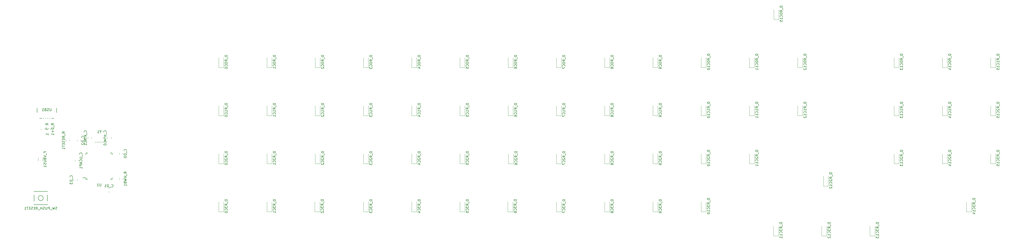
<source format=gbo>
G04 #@! TF.GenerationSoftware,KiCad,Pcbnew,(5.1.4-0)*
G04 #@! TF.CreationDate,2020-09-11T02:24:06-07:00*
G04 #@! TF.ProjectId,keybored,6b657962-6f72-4656-942e-6b696361645f,rev?*
G04 #@! TF.SameCoordinates,Original*
G04 #@! TF.FileFunction,Legend,Bot*
G04 #@! TF.FilePolarity,Positive*
%FSLAX46Y46*%
G04 Gerber Fmt 4.6, Leading zero omitted, Abs format (unit mm)*
G04 Created by KiCad (PCBNEW (5.1.4-0)) date 2020-09-11 02:24:06*
%MOMM*%
%LPD*%
G04 APERTURE LIST*
%ADD10C,0.120000*%
%ADD11C,0.150000*%
%ADD12C,4.089800*%
%ADD13C,3.150000*%
%ADD14C,1.852000*%
%ADD15C,2.352000*%
%ADD16C,2.352000*%
%ADD17R,1.302000X1.002000*%
%ADD18R,1.502000X1.302000*%
%ADD19O,1.802000X2.802000*%
%ADD20R,0.602000X2.352000*%
%ADD21R,0.652000X1.602000*%
%ADD22R,1.602000X0.652000*%
%ADD23R,1.902000X1.202000*%
%ADD24C,0.100000*%
%ADD25C,1.077000*%
%ADD26C,1.352000*%
G04 APERTURE END LIST*
D10*
X489315000Y-205196000D02*
X489315000Y-201296000D01*
X487315000Y-205196000D02*
X487315000Y-201296000D01*
X489315000Y-205196000D02*
X487315000Y-205196000D01*
X479790000Y-224246000D02*
X479790000Y-220346000D01*
X477790000Y-224246000D02*
X477790000Y-220346000D01*
X479790000Y-224246000D02*
X477790000Y-224246000D01*
X441690000Y-233771000D02*
X441690000Y-229871000D01*
X439690000Y-233771000D02*
X439690000Y-229871000D01*
X441690000Y-233771000D02*
X439690000Y-233771000D01*
X422640000Y-233771000D02*
X422640000Y-229871000D01*
X420640000Y-233771000D02*
X420640000Y-229871000D01*
X422640000Y-233771000D02*
X420640000Y-233771000D01*
X403590000Y-233771000D02*
X403590000Y-229871000D01*
X401590000Y-233771000D02*
X401590000Y-229871000D01*
X403590000Y-233771000D02*
X401590000Y-233771000D01*
X375015000Y-224246000D02*
X375015000Y-220346000D01*
X373015000Y-224246000D02*
X373015000Y-220346000D01*
X375015000Y-224246000D02*
X373015000Y-224246000D01*
X355965000Y-224246000D02*
X355965000Y-220346000D01*
X353965000Y-224246000D02*
X353965000Y-220346000D01*
X355965000Y-224246000D02*
X353965000Y-224246000D01*
X336915000Y-224246000D02*
X336915000Y-220346000D01*
X334915000Y-224246000D02*
X334915000Y-220346000D01*
X336915000Y-224246000D02*
X334915000Y-224246000D01*
X317865000Y-224246000D02*
X317865000Y-220346000D01*
X315865000Y-224246000D02*
X315865000Y-220346000D01*
X317865000Y-224246000D02*
X315865000Y-224246000D01*
X298688000Y-224246000D02*
X298688000Y-220346000D01*
X296688000Y-224246000D02*
X296688000Y-220346000D01*
X298688000Y-224246000D02*
X296688000Y-224246000D01*
X279765000Y-224246000D02*
X279765000Y-220346000D01*
X277765000Y-224246000D02*
X277765000Y-220346000D01*
X279765000Y-224246000D02*
X277765000Y-224246000D01*
X260715000Y-224246000D02*
X260715000Y-220346000D01*
X258715000Y-224246000D02*
X258715000Y-220346000D01*
X260715000Y-224246000D02*
X258715000Y-224246000D01*
X241665000Y-224246000D02*
X241665000Y-220346000D01*
X239665000Y-224246000D02*
X239665000Y-220346000D01*
X241665000Y-224246000D02*
X239665000Y-224246000D01*
X222488000Y-224246000D02*
X222488000Y-220346000D01*
X220488000Y-224246000D02*
X220488000Y-220346000D01*
X222488000Y-224246000D02*
X220488000Y-224246000D01*
X203565000Y-224246000D02*
X203565000Y-220346000D01*
X201565000Y-224246000D02*
X201565000Y-220346000D01*
X203565000Y-224246000D02*
X201565000Y-224246000D01*
X184515000Y-224246000D02*
X184515000Y-220346000D01*
X182515000Y-224246000D02*
X182515000Y-220346000D01*
X184515000Y-224246000D02*
X182515000Y-224246000D01*
X489315000Y-186146000D02*
X489315000Y-182246000D01*
X487315000Y-186146000D02*
X487315000Y-182246000D01*
X489315000Y-186146000D02*
X487315000Y-186146000D01*
X470265000Y-205196000D02*
X470265000Y-201296000D01*
X468265000Y-205196000D02*
X468265000Y-201296000D01*
X470265000Y-205196000D02*
X468265000Y-205196000D01*
X451215000Y-205196000D02*
X451215000Y-201296000D01*
X449215000Y-205196000D02*
X449215000Y-201296000D01*
X451215000Y-205196000D02*
X449215000Y-205196000D01*
X423275000Y-214086000D02*
X423275000Y-210186000D01*
X421275000Y-214086000D02*
X421275000Y-210186000D01*
X423275000Y-214086000D02*
X421275000Y-214086000D01*
X394065000Y-205196000D02*
X394065000Y-201296000D01*
X392065000Y-205196000D02*
X392065000Y-201296000D01*
X394065000Y-205196000D02*
X392065000Y-205196000D01*
X375015000Y-205196000D02*
X375015000Y-201296000D01*
X373015000Y-205196000D02*
X373015000Y-201296000D01*
X375015000Y-205196000D02*
X373015000Y-205196000D01*
X355965000Y-205196000D02*
X355965000Y-201296000D01*
X353965000Y-205196000D02*
X353965000Y-201296000D01*
X355965000Y-205196000D02*
X353965000Y-205196000D01*
X336915000Y-205196000D02*
X336915000Y-201296000D01*
X334915000Y-205196000D02*
X334915000Y-201296000D01*
X336915000Y-205196000D02*
X334915000Y-205196000D01*
X317865000Y-205196000D02*
X317865000Y-201296000D01*
X315865000Y-205196000D02*
X315865000Y-201296000D01*
X317865000Y-205196000D02*
X315865000Y-205196000D01*
X298942000Y-205196000D02*
X298942000Y-201296000D01*
X296942000Y-205196000D02*
X296942000Y-201296000D01*
X298942000Y-205196000D02*
X296942000Y-205196000D01*
X279765000Y-205196000D02*
X279765000Y-201296000D01*
X277765000Y-205196000D02*
X277765000Y-201296000D01*
X279765000Y-205196000D02*
X277765000Y-205196000D01*
X260715000Y-205196000D02*
X260715000Y-201296000D01*
X258715000Y-205196000D02*
X258715000Y-201296000D01*
X260715000Y-205196000D02*
X258715000Y-205196000D01*
X241665000Y-205196000D02*
X241665000Y-201296000D01*
X239665000Y-205196000D02*
X239665000Y-201296000D01*
X241665000Y-205196000D02*
X239665000Y-205196000D01*
X222615000Y-205196000D02*
X222615000Y-201296000D01*
X220615000Y-205196000D02*
X220615000Y-201296000D01*
X222615000Y-205196000D02*
X220615000Y-205196000D01*
X203565000Y-205196000D02*
X203565000Y-201296000D01*
X201565000Y-205196000D02*
X201565000Y-201296000D01*
X203565000Y-205196000D02*
X201565000Y-205196000D01*
X184515000Y-205196000D02*
X184515000Y-201296000D01*
X182515000Y-205196000D02*
X182515000Y-201296000D01*
X184515000Y-205196000D02*
X182515000Y-205196000D01*
X489315000Y-167096000D02*
X489315000Y-163196000D01*
X487315000Y-167096000D02*
X487315000Y-163196000D01*
X489315000Y-167096000D02*
X487315000Y-167096000D01*
X470265000Y-186146000D02*
X470265000Y-182246000D01*
X468265000Y-186146000D02*
X468265000Y-182246000D01*
X470265000Y-186146000D02*
X468265000Y-186146000D01*
X451215000Y-186146000D02*
X451215000Y-182246000D01*
X449215000Y-186146000D02*
X449215000Y-182246000D01*
X451215000Y-186146000D02*
X449215000Y-186146000D01*
X413115000Y-186146000D02*
X413115000Y-182246000D01*
X411115000Y-186146000D02*
X411115000Y-182246000D01*
X413115000Y-186146000D02*
X411115000Y-186146000D01*
X394065000Y-186146000D02*
X394065000Y-182246000D01*
X392065000Y-186146000D02*
X392065000Y-182246000D01*
X394065000Y-186146000D02*
X392065000Y-186146000D01*
X375015000Y-186146000D02*
X375015000Y-182246000D01*
X373015000Y-186146000D02*
X373015000Y-182246000D01*
X375015000Y-186146000D02*
X373015000Y-186146000D01*
X355965000Y-186146000D02*
X355965000Y-182246000D01*
X353965000Y-186146000D02*
X353965000Y-182246000D01*
X355965000Y-186146000D02*
X353965000Y-186146000D01*
X336915000Y-186146000D02*
X336915000Y-182246000D01*
X334915000Y-186146000D02*
X334915000Y-182246000D01*
X336915000Y-186146000D02*
X334915000Y-186146000D01*
X317865000Y-186146000D02*
X317865000Y-182246000D01*
X315865000Y-186146000D02*
X315865000Y-182246000D01*
X317865000Y-186146000D02*
X315865000Y-186146000D01*
X298815000Y-186146000D02*
X298815000Y-182246000D01*
X296815000Y-186146000D02*
X296815000Y-182246000D01*
X298815000Y-186146000D02*
X296815000Y-186146000D01*
X279765000Y-186146000D02*
X279765000Y-182246000D01*
X277765000Y-186146000D02*
X277765000Y-182246000D01*
X279765000Y-186146000D02*
X277765000Y-186146000D01*
X260715000Y-186146000D02*
X260715000Y-182246000D01*
X258715000Y-186146000D02*
X258715000Y-182246000D01*
X260715000Y-186146000D02*
X258715000Y-186146000D01*
X241665000Y-186146000D02*
X241665000Y-182246000D01*
X239665000Y-186146000D02*
X239665000Y-182246000D01*
X241665000Y-186146000D02*
X239665000Y-186146000D01*
X222615000Y-186146000D02*
X222615000Y-182246000D01*
X220615000Y-186146000D02*
X220615000Y-182246000D01*
X222615000Y-186146000D02*
X220615000Y-186146000D01*
X203565000Y-186146000D02*
X203565000Y-182246000D01*
X201565000Y-186146000D02*
X201565000Y-182246000D01*
X203565000Y-186146000D02*
X201565000Y-186146000D01*
X184515000Y-186146000D02*
X184515000Y-182246000D01*
X182515000Y-186146000D02*
X182515000Y-182246000D01*
X184515000Y-186146000D02*
X182515000Y-186146000D01*
X403717000Y-148046000D02*
X403717000Y-144146000D01*
X401717000Y-148046000D02*
X401717000Y-144146000D01*
X403717000Y-148046000D02*
X401717000Y-148046000D01*
X470265000Y-167096000D02*
X470265000Y-163196000D01*
X468265000Y-167096000D02*
X468265000Y-163196000D01*
X470265000Y-167096000D02*
X468265000Y-167096000D01*
X451215000Y-167096000D02*
X451215000Y-163196000D01*
X449215000Y-167096000D02*
X449215000Y-163196000D01*
X451215000Y-167096000D02*
X449215000Y-167096000D01*
X413115000Y-167096000D02*
X413115000Y-163196000D01*
X411115000Y-167096000D02*
X411115000Y-163196000D01*
X413115000Y-167096000D02*
X411115000Y-167096000D01*
X394065000Y-167096000D02*
X394065000Y-163196000D01*
X392065000Y-167096000D02*
X392065000Y-163196000D01*
X394065000Y-167096000D02*
X392065000Y-167096000D01*
X375015000Y-167096000D02*
X375015000Y-163196000D01*
X373015000Y-167096000D02*
X373015000Y-163196000D01*
X375015000Y-167096000D02*
X373015000Y-167096000D01*
X355965000Y-167096000D02*
X355965000Y-163196000D01*
X353965000Y-167096000D02*
X353965000Y-163196000D01*
X355965000Y-167096000D02*
X353965000Y-167096000D01*
X336915000Y-167096000D02*
X336915000Y-163196000D01*
X334915000Y-167096000D02*
X334915000Y-163196000D01*
X336915000Y-167096000D02*
X334915000Y-167096000D01*
X317865000Y-167096000D02*
X317865000Y-163196000D01*
X315865000Y-167096000D02*
X315865000Y-163196000D01*
X317865000Y-167096000D02*
X315865000Y-167096000D01*
X298815000Y-167096000D02*
X298815000Y-163196000D01*
X296815000Y-167096000D02*
X296815000Y-163196000D01*
X298815000Y-167096000D02*
X296815000Y-167096000D01*
X279765000Y-167096000D02*
X279765000Y-163196000D01*
X277765000Y-167096000D02*
X277765000Y-163196000D01*
X279765000Y-167096000D02*
X277765000Y-167096000D01*
X260715000Y-167096000D02*
X260715000Y-163196000D01*
X258715000Y-167096000D02*
X258715000Y-163196000D01*
X260715000Y-167096000D02*
X258715000Y-167096000D01*
X241665000Y-167096000D02*
X241665000Y-163196000D01*
X239665000Y-167096000D02*
X239665000Y-163196000D01*
X241665000Y-167096000D02*
X239665000Y-167096000D01*
X222615000Y-167096000D02*
X222615000Y-163196000D01*
X220615000Y-167096000D02*
X220615000Y-163196000D01*
X222615000Y-167096000D02*
X220615000Y-167096000D01*
X203565000Y-167096000D02*
X203565000Y-163196000D01*
X201565000Y-167096000D02*
X201565000Y-163196000D01*
X203565000Y-167096000D02*
X201565000Y-167096000D01*
X184515000Y-167096000D02*
X184515000Y-163196000D01*
X182515000Y-167096000D02*
X182515000Y-163196000D01*
X184515000Y-167096000D02*
X182515000Y-167096000D01*
X137413750Y-196626750D02*
X133413750Y-196626750D01*
X137413750Y-193326750D02*
X137413750Y-196626750D01*
D11*
X110799250Y-181800500D02*
X110799250Y-187250500D01*
X118499250Y-181800500D02*
X118499250Y-187250500D01*
X110799250Y-187250500D02*
X118499250Y-187250500D01*
X130143500Y-210752750D02*
X128868500Y-210752750D01*
X140493500Y-211327750D02*
X139818500Y-211327750D01*
X140493500Y-200977750D02*
X139818500Y-200977750D01*
X130143500Y-200977750D02*
X130818500Y-200977750D01*
X130143500Y-211327750D02*
X130818500Y-211327750D01*
X130143500Y-200977750D02*
X130143500Y-201652750D01*
X140493500Y-200977750D02*
X140493500Y-201652750D01*
X140493500Y-211327750D02*
X140493500Y-210652750D01*
X130143500Y-211327750D02*
X130143500Y-210752750D01*
X113268000Y-218821000D02*
G75*
G03X113268000Y-218821000I-1000000J0D01*
G01*
X114868000Y-221421000D02*
X114868000Y-216221000D01*
X109668000Y-221421000D02*
X114868000Y-221421000D01*
X109668000Y-216221000D02*
X109668000Y-221421000D01*
X114868000Y-216221000D02*
X109668000Y-216221000D01*
D10*
X143308000Y-211427828D02*
X143308000Y-210910672D01*
X144728000Y-211427828D02*
X144728000Y-210910672D01*
X114606000Y-191774578D02*
X114606000Y-191257422D01*
X116026000Y-191774578D02*
X116026000Y-191257422D01*
X123646000Y-195702422D02*
X123646000Y-196219578D01*
X122226000Y-195702422D02*
X122226000Y-196219578D01*
X112447000Y-191774578D02*
X112447000Y-191257422D01*
X113867000Y-191774578D02*
X113867000Y-191257422D01*
X111231000Y-204056064D02*
X111231000Y-202851936D01*
X113051000Y-204056064D02*
X113051000Y-202851936D01*
X126694000Y-211323422D02*
X126694000Y-211840578D01*
X125274000Y-211323422D02*
X125274000Y-211840578D01*
X125782000Y-204220578D02*
X125782000Y-203703422D01*
X127202000Y-204220578D02*
X127202000Y-203703422D01*
X126671000Y-196219578D02*
X126671000Y-195702422D01*
X128091000Y-196219578D02*
X128091000Y-195702422D01*
X139450578Y-216356000D02*
X138933422Y-216356000D01*
X139450578Y-214936000D02*
X138933422Y-214936000D01*
X143308000Y-201426578D02*
X143308000Y-200909422D01*
X144728000Y-201426578D02*
X144728000Y-200909422D01*
X132282000Y-194686422D02*
X132282000Y-195203578D01*
X130862000Y-194686422D02*
X130862000Y-195203578D01*
X140029000Y-194718172D02*
X140029000Y-195235328D01*
X138609000Y-194718172D02*
X138609000Y-195235328D01*
D11*
X490767380Y-199874571D02*
X489767380Y-199874571D01*
X489767380Y-200112666D01*
X489815000Y-200255523D01*
X489910238Y-200350761D01*
X490005476Y-200398380D01*
X490195952Y-200446000D01*
X490338809Y-200446000D01*
X490529285Y-200398380D01*
X490624523Y-200350761D01*
X490719761Y-200255523D01*
X490767380Y-200112666D01*
X490767380Y-199874571D01*
X490862619Y-200636476D02*
X490862619Y-201398380D01*
X490767380Y-202207904D02*
X490291190Y-201874571D01*
X490767380Y-201636476D02*
X489767380Y-201636476D01*
X489767380Y-202017428D01*
X489815000Y-202112666D01*
X489862619Y-202160285D01*
X489957857Y-202207904D01*
X490100714Y-202207904D01*
X490195952Y-202160285D01*
X490243571Y-202112666D01*
X490291190Y-202017428D01*
X490291190Y-201636476D01*
X489767380Y-202541238D02*
X489767380Y-203160285D01*
X490148333Y-202826952D01*
X490148333Y-202969809D01*
X490195952Y-203065047D01*
X490243571Y-203112666D01*
X490338809Y-203160285D01*
X490576904Y-203160285D01*
X490672142Y-203112666D01*
X490719761Y-203065047D01*
X490767380Y-202969809D01*
X490767380Y-202684095D01*
X490719761Y-202588857D01*
X490672142Y-202541238D01*
X490672142Y-204160285D02*
X490719761Y-204112666D01*
X490767380Y-203969809D01*
X490767380Y-203874571D01*
X490719761Y-203731714D01*
X490624523Y-203636476D01*
X490529285Y-203588857D01*
X490338809Y-203541238D01*
X490195952Y-203541238D01*
X490005476Y-203588857D01*
X489910238Y-203636476D01*
X489815000Y-203731714D01*
X489767380Y-203874571D01*
X489767380Y-203969809D01*
X489815000Y-204112666D01*
X489862619Y-204160285D01*
X490767380Y-205112666D02*
X490767380Y-204541238D01*
X490767380Y-204826952D02*
X489767380Y-204826952D01*
X489910238Y-204731714D01*
X490005476Y-204636476D01*
X490053095Y-204541238D01*
X489767380Y-206017428D02*
X489767380Y-205541238D01*
X490243571Y-205493619D01*
X490195952Y-205541238D01*
X490148333Y-205636476D01*
X490148333Y-205874571D01*
X490195952Y-205969809D01*
X490243571Y-206017428D01*
X490338809Y-206065047D01*
X490576904Y-206065047D01*
X490672142Y-206017428D01*
X490719761Y-205969809D01*
X490767380Y-205874571D01*
X490767380Y-205636476D01*
X490719761Y-205541238D01*
X490672142Y-205493619D01*
X481242380Y-218924571D02*
X480242380Y-218924571D01*
X480242380Y-219162666D01*
X480290000Y-219305523D01*
X480385238Y-219400761D01*
X480480476Y-219448380D01*
X480670952Y-219496000D01*
X480813809Y-219496000D01*
X481004285Y-219448380D01*
X481099523Y-219400761D01*
X481194761Y-219305523D01*
X481242380Y-219162666D01*
X481242380Y-218924571D01*
X481337619Y-219686476D02*
X481337619Y-220448380D01*
X481242380Y-221257904D02*
X480766190Y-220924571D01*
X481242380Y-220686476D02*
X480242380Y-220686476D01*
X480242380Y-221067428D01*
X480290000Y-221162666D01*
X480337619Y-221210285D01*
X480432857Y-221257904D01*
X480575714Y-221257904D01*
X480670952Y-221210285D01*
X480718571Y-221162666D01*
X480766190Y-221067428D01*
X480766190Y-220686476D01*
X480242380Y-221591238D02*
X480242380Y-222210285D01*
X480623333Y-221876952D01*
X480623333Y-222019809D01*
X480670952Y-222115047D01*
X480718571Y-222162666D01*
X480813809Y-222210285D01*
X481051904Y-222210285D01*
X481147142Y-222162666D01*
X481194761Y-222115047D01*
X481242380Y-222019809D01*
X481242380Y-221734095D01*
X481194761Y-221638857D01*
X481147142Y-221591238D01*
X481147142Y-223210285D02*
X481194761Y-223162666D01*
X481242380Y-223019809D01*
X481242380Y-222924571D01*
X481194761Y-222781714D01*
X481099523Y-222686476D01*
X481004285Y-222638857D01*
X480813809Y-222591238D01*
X480670952Y-222591238D01*
X480480476Y-222638857D01*
X480385238Y-222686476D01*
X480290000Y-222781714D01*
X480242380Y-222924571D01*
X480242380Y-223019809D01*
X480290000Y-223162666D01*
X480337619Y-223210285D01*
X481242380Y-224162666D02*
X481242380Y-223591238D01*
X481242380Y-223876952D02*
X480242380Y-223876952D01*
X480385238Y-223781714D01*
X480480476Y-223686476D01*
X480528095Y-223591238D01*
X480575714Y-225019809D02*
X481242380Y-225019809D01*
X480194761Y-224781714D02*
X480909047Y-224543619D01*
X480909047Y-225162666D01*
X443142380Y-228449571D02*
X442142380Y-228449571D01*
X442142380Y-228687666D01*
X442190000Y-228830523D01*
X442285238Y-228925761D01*
X442380476Y-228973380D01*
X442570952Y-229021000D01*
X442713809Y-229021000D01*
X442904285Y-228973380D01*
X442999523Y-228925761D01*
X443094761Y-228830523D01*
X443142380Y-228687666D01*
X443142380Y-228449571D01*
X443237619Y-229211476D02*
X443237619Y-229973380D01*
X443142380Y-230782904D02*
X442666190Y-230449571D01*
X443142380Y-230211476D02*
X442142380Y-230211476D01*
X442142380Y-230592428D01*
X442190000Y-230687666D01*
X442237619Y-230735285D01*
X442332857Y-230782904D01*
X442475714Y-230782904D01*
X442570952Y-230735285D01*
X442618571Y-230687666D01*
X442666190Y-230592428D01*
X442666190Y-230211476D01*
X442142380Y-231116238D02*
X442142380Y-231735285D01*
X442523333Y-231401952D01*
X442523333Y-231544809D01*
X442570952Y-231640047D01*
X442618571Y-231687666D01*
X442713809Y-231735285D01*
X442951904Y-231735285D01*
X443047142Y-231687666D01*
X443094761Y-231640047D01*
X443142380Y-231544809D01*
X443142380Y-231259095D01*
X443094761Y-231163857D01*
X443047142Y-231116238D01*
X443047142Y-232735285D02*
X443094761Y-232687666D01*
X443142380Y-232544809D01*
X443142380Y-232449571D01*
X443094761Y-232306714D01*
X442999523Y-232211476D01*
X442904285Y-232163857D01*
X442713809Y-232116238D01*
X442570952Y-232116238D01*
X442380476Y-232163857D01*
X442285238Y-232211476D01*
X442190000Y-232306714D01*
X442142380Y-232449571D01*
X442142380Y-232544809D01*
X442190000Y-232687666D01*
X442237619Y-232735285D01*
X443142380Y-233687666D02*
X443142380Y-233116238D01*
X443142380Y-233401952D02*
X442142380Y-233401952D01*
X442285238Y-233306714D01*
X442380476Y-233211476D01*
X442428095Y-233116238D01*
X442142380Y-234021000D02*
X442142380Y-234640047D01*
X442523333Y-234306714D01*
X442523333Y-234449571D01*
X442570952Y-234544809D01*
X442618571Y-234592428D01*
X442713809Y-234640047D01*
X442951904Y-234640047D01*
X443047142Y-234592428D01*
X443094761Y-234544809D01*
X443142380Y-234449571D01*
X443142380Y-234163857D01*
X443094761Y-234068619D01*
X443047142Y-234021000D01*
X424092380Y-228449571D02*
X423092380Y-228449571D01*
X423092380Y-228687666D01*
X423140000Y-228830523D01*
X423235238Y-228925761D01*
X423330476Y-228973380D01*
X423520952Y-229021000D01*
X423663809Y-229021000D01*
X423854285Y-228973380D01*
X423949523Y-228925761D01*
X424044761Y-228830523D01*
X424092380Y-228687666D01*
X424092380Y-228449571D01*
X424187619Y-229211476D02*
X424187619Y-229973380D01*
X424092380Y-230782904D02*
X423616190Y-230449571D01*
X424092380Y-230211476D02*
X423092380Y-230211476D01*
X423092380Y-230592428D01*
X423140000Y-230687666D01*
X423187619Y-230735285D01*
X423282857Y-230782904D01*
X423425714Y-230782904D01*
X423520952Y-230735285D01*
X423568571Y-230687666D01*
X423616190Y-230592428D01*
X423616190Y-230211476D01*
X423092380Y-231116238D02*
X423092380Y-231735285D01*
X423473333Y-231401952D01*
X423473333Y-231544809D01*
X423520952Y-231640047D01*
X423568571Y-231687666D01*
X423663809Y-231735285D01*
X423901904Y-231735285D01*
X423997142Y-231687666D01*
X424044761Y-231640047D01*
X424092380Y-231544809D01*
X424092380Y-231259095D01*
X424044761Y-231163857D01*
X423997142Y-231116238D01*
X423997142Y-232735285D02*
X424044761Y-232687666D01*
X424092380Y-232544809D01*
X424092380Y-232449571D01*
X424044761Y-232306714D01*
X423949523Y-232211476D01*
X423854285Y-232163857D01*
X423663809Y-232116238D01*
X423520952Y-232116238D01*
X423330476Y-232163857D01*
X423235238Y-232211476D01*
X423140000Y-232306714D01*
X423092380Y-232449571D01*
X423092380Y-232544809D01*
X423140000Y-232687666D01*
X423187619Y-232735285D01*
X424092380Y-233687666D02*
X424092380Y-233116238D01*
X424092380Y-233401952D02*
X423092380Y-233401952D01*
X423235238Y-233306714D01*
X423330476Y-233211476D01*
X423378095Y-233116238D01*
X423187619Y-234068619D02*
X423140000Y-234116238D01*
X423092380Y-234211476D01*
X423092380Y-234449571D01*
X423140000Y-234544809D01*
X423187619Y-234592428D01*
X423282857Y-234640047D01*
X423378095Y-234640047D01*
X423520952Y-234592428D01*
X424092380Y-234021000D01*
X424092380Y-234640047D01*
X405042380Y-228449571D02*
X404042380Y-228449571D01*
X404042380Y-228687666D01*
X404090000Y-228830523D01*
X404185238Y-228925761D01*
X404280476Y-228973380D01*
X404470952Y-229021000D01*
X404613809Y-229021000D01*
X404804285Y-228973380D01*
X404899523Y-228925761D01*
X404994761Y-228830523D01*
X405042380Y-228687666D01*
X405042380Y-228449571D01*
X405137619Y-229211476D02*
X405137619Y-229973380D01*
X405042380Y-230782904D02*
X404566190Y-230449571D01*
X405042380Y-230211476D02*
X404042380Y-230211476D01*
X404042380Y-230592428D01*
X404090000Y-230687666D01*
X404137619Y-230735285D01*
X404232857Y-230782904D01*
X404375714Y-230782904D01*
X404470952Y-230735285D01*
X404518571Y-230687666D01*
X404566190Y-230592428D01*
X404566190Y-230211476D01*
X404042380Y-231116238D02*
X404042380Y-231735285D01*
X404423333Y-231401952D01*
X404423333Y-231544809D01*
X404470952Y-231640047D01*
X404518571Y-231687666D01*
X404613809Y-231735285D01*
X404851904Y-231735285D01*
X404947142Y-231687666D01*
X404994761Y-231640047D01*
X405042380Y-231544809D01*
X405042380Y-231259095D01*
X404994761Y-231163857D01*
X404947142Y-231116238D01*
X404947142Y-232735285D02*
X404994761Y-232687666D01*
X405042380Y-232544809D01*
X405042380Y-232449571D01*
X404994761Y-232306714D01*
X404899523Y-232211476D01*
X404804285Y-232163857D01*
X404613809Y-232116238D01*
X404470952Y-232116238D01*
X404280476Y-232163857D01*
X404185238Y-232211476D01*
X404090000Y-232306714D01*
X404042380Y-232449571D01*
X404042380Y-232544809D01*
X404090000Y-232687666D01*
X404137619Y-232735285D01*
X405042380Y-233687666D02*
X405042380Y-233116238D01*
X405042380Y-233401952D02*
X404042380Y-233401952D01*
X404185238Y-233306714D01*
X404280476Y-233211476D01*
X404328095Y-233116238D01*
X405042380Y-234640047D02*
X405042380Y-234068619D01*
X405042380Y-234354333D02*
X404042380Y-234354333D01*
X404185238Y-234259095D01*
X404280476Y-234163857D01*
X404328095Y-234068619D01*
X376467380Y-218924571D02*
X375467380Y-218924571D01*
X375467380Y-219162666D01*
X375515000Y-219305523D01*
X375610238Y-219400761D01*
X375705476Y-219448380D01*
X375895952Y-219496000D01*
X376038809Y-219496000D01*
X376229285Y-219448380D01*
X376324523Y-219400761D01*
X376419761Y-219305523D01*
X376467380Y-219162666D01*
X376467380Y-218924571D01*
X376562619Y-219686476D02*
X376562619Y-220448380D01*
X376467380Y-221257904D02*
X375991190Y-220924571D01*
X376467380Y-220686476D02*
X375467380Y-220686476D01*
X375467380Y-221067428D01*
X375515000Y-221162666D01*
X375562619Y-221210285D01*
X375657857Y-221257904D01*
X375800714Y-221257904D01*
X375895952Y-221210285D01*
X375943571Y-221162666D01*
X375991190Y-221067428D01*
X375991190Y-220686476D01*
X375467380Y-221591238D02*
X375467380Y-222210285D01*
X375848333Y-221876952D01*
X375848333Y-222019809D01*
X375895952Y-222115047D01*
X375943571Y-222162666D01*
X376038809Y-222210285D01*
X376276904Y-222210285D01*
X376372142Y-222162666D01*
X376419761Y-222115047D01*
X376467380Y-222019809D01*
X376467380Y-221734095D01*
X376419761Y-221638857D01*
X376372142Y-221591238D01*
X376372142Y-223210285D02*
X376419761Y-223162666D01*
X376467380Y-223019809D01*
X376467380Y-222924571D01*
X376419761Y-222781714D01*
X376324523Y-222686476D01*
X376229285Y-222638857D01*
X376038809Y-222591238D01*
X375895952Y-222591238D01*
X375705476Y-222638857D01*
X375610238Y-222686476D01*
X375515000Y-222781714D01*
X375467380Y-222924571D01*
X375467380Y-223019809D01*
X375515000Y-223162666D01*
X375562619Y-223210285D01*
X376467380Y-224162666D02*
X376467380Y-223591238D01*
X376467380Y-223876952D02*
X375467380Y-223876952D01*
X375610238Y-223781714D01*
X375705476Y-223686476D01*
X375753095Y-223591238D01*
X375467380Y-224781714D02*
X375467380Y-224876952D01*
X375515000Y-224972190D01*
X375562619Y-225019809D01*
X375657857Y-225067428D01*
X375848333Y-225115047D01*
X376086428Y-225115047D01*
X376276904Y-225067428D01*
X376372142Y-225019809D01*
X376419761Y-224972190D01*
X376467380Y-224876952D01*
X376467380Y-224781714D01*
X376419761Y-224686476D01*
X376372142Y-224638857D01*
X376276904Y-224591238D01*
X376086428Y-224543619D01*
X375848333Y-224543619D01*
X375657857Y-224591238D01*
X375562619Y-224638857D01*
X375515000Y-224686476D01*
X375467380Y-224781714D01*
X357417380Y-219400761D02*
X356417380Y-219400761D01*
X356417380Y-219638857D01*
X356465000Y-219781714D01*
X356560238Y-219876952D01*
X356655476Y-219924571D01*
X356845952Y-219972190D01*
X356988809Y-219972190D01*
X357179285Y-219924571D01*
X357274523Y-219876952D01*
X357369761Y-219781714D01*
X357417380Y-219638857D01*
X357417380Y-219400761D01*
X357512619Y-220162666D02*
X357512619Y-220924571D01*
X357417380Y-221734095D02*
X356941190Y-221400761D01*
X357417380Y-221162666D02*
X356417380Y-221162666D01*
X356417380Y-221543619D01*
X356465000Y-221638857D01*
X356512619Y-221686476D01*
X356607857Y-221734095D01*
X356750714Y-221734095D01*
X356845952Y-221686476D01*
X356893571Y-221638857D01*
X356941190Y-221543619D01*
X356941190Y-221162666D01*
X356417380Y-222067428D02*
X356417380Y-222686476D01*
X356798333Y-222353142D01*
X356798333Y-222496000D01*
X356845952Y-222591238D01*
X356893571Y-222638857D01*
X356988809Y-222686476D01*
X357226904Y-222686476D01*
X357322142Y-222638857D01*
X357369761Y-222591238D01*
X357417380Y-222496000D01*
X357417380Y-222210285D01*
X357369761Y-222115047D01*
X357322142Y-222067428D01*
X357322142Y-223686476D02*
X357369761Y-223638857D01*
X357417380Y-223496000D01*
X357417380Y-223400761D01*
X357369761Y-223257904D01*
X357274523Y-223162666D01*
X357179285Y-223115047D01*
X356988809Y-223067428D01*
X356845952Y-223067428D01*
X356655476Y-223115047D01*
X356560238Y-223162666D01*
X356465000Y-223257904D01*
X356417380Y-223400761D01*
X356417380Y-223496000D01*
X356465000Y-223638857D01*
X356512619Y-223686476D01*
X357417380Y-224162666D02*
X357417380Y-224353142D01*
X357369761Y-224448380D01*
X357322142Y-224496000D01*
X357179285Y-224591238D01*
X356988809Y-224638857D01*
X356607857Y-224638857D01*
X356512619Y-224591238D01*
X356465000Y-224543619D01*
X356417380Y-224448380D01*
X356417380Y-224257904D01*
X356465000Y-224162666D01*
X356512619Y-224115047D01*
X356607857Y-224067428D01*
X356845952Y-224067428D01*
X356941190Y-224115047D01*
X356988809Y-224162666D01*
X357036428Y-224257904D01*
X357036428Y-224448380D01*
X356988809Y-224543619D01*
X356941190Y-224591238D01*
X356845952Y-224638857D01*
X338367380Y-219400761D02*
X337367380Y-219400761D01*
X337367380Y-219638857D01*
X337415000Y-219781714D01*
X337510238Y-219876952D01*
X337605476Y-219924571D01*
X337795952Y-219972190D01*
X337938809Y-219972190D01*
X338129285Y-219924571D01*
X338224523Y-219876952D01*
X338319761Y-219781714D01*
X338367380Y-219638857D01*
X338367380Y-219400761D01*
X338462619Y-220162666D02*
X338462619Y-220924571D01*
X338367380Y-221734095D02*
X337891190Y-221400761D01*
X338367380Y-221162666D02*
X337367380Y-221162666D01*
X337367380Y-221543619D01*
X337415000Y-221638857D01*
X337462619Y-221686476D01*
X337557857Y-221734095D01*
X337700714Y-221734095D01*
X337795952Y-221686476D01*
X337843571Y-221638857D01*
X337891190Y-221543619D01*
X337891190Y-221162666D01*
X337367380Y-222067428D02*
X337367380Y-222686476D01*
X337748333Y-222353142D01*
X337748333Y-222496000D01*
X337795952Y-222591238D01*
X337843571Y-222638857D01*
X337938809Y-222686476D01*
X338176904Y-222686476D01*
X338272142Y-222638857D01*
X338319761Y-222591238D01*
X338367380Y-222496000D01*
X338367380Y-222210285D01*
X338319761Y-222115047D01*
X338272142Y-222067428D01*
X338272142Y-223686476D02*
X338319761Y-223638857D01*
X338367380Y-223496000D01*
X338367380Y-223400761D01*
X338319761Y-223257904D01*
X338224523Y-223162666D01*
X338129285Y-223115047D01*
X337938809Y-223067428D01*
X337795952Y-223067428D01*
X337605476Y-223115047D01*
X337510238Y-223162666D01*
X337415000Y-223257904D01*
X337367380Y-223400761D01*
X337367380Y-223496000D01*
X337415000Y-223638857D01*
X337462619Y-223686476D01*
X337795952Y-224257904D02*
X337748333Y-224162666D01*
X337700714Y-224115047D01*
X337605476Y-224067428D01*
X337557857Y-224067428D01*
X337462619Y-224115047D01*
X337415000Y-224162666D01*
X337367380Y-224257904D01*
X337367380Y-224448380D01*
X337415000Y-224543619D01*
X337462619Y-224591238D01*
X337557857Y-224638857D01*
X337605476Y-224638857D01*
X337700714Y-224591238D01*
X337748333Y-224543619D01*
X337795952Y-224448380D01*
X337795952Y-224257904D01*
X337843571Y-224162666D01*
X337891190Y-224115047D01*
X337986428Y-224067428D01*
X338176904Y-224067428D01*
X338272142Y-224115047D01*
X338319761Y-224162666D01*
X338367380Y-224257904D01*
X338367380Y-224448380D01*
X338319761Y-224543619D01*
X338272142Y-224591238D01*
X338176904Y-224638857D01*
X337986428Y-224638857D01*
X337891190Y-224591238D01*
X337843571Y-224543619D01*
X337795952Y-224448380D01*
X319317380Y-219400761D02*
X318317380Y-219400761D01*
X318317380Y-219638857D01*
X318365000Y-219781714D01*
X318460238Y-219876952D01*
X318555476Y-219924571D01*
X318745952Y-219972190D01*
X318888809Y-219972190D01*
X319079285Y-219924571D01*
X319174523Y-219876952D01*
X319269761Y-219781714D01*
X319317380Y-219638857D01*
X319317380Y-219400761D01*
X319412619Y-220162666D02*
X319412619Y-220924571D01*
X319317380Y-221734095D02*
X318841190Y-221400761D01*
X319317380Y-221162666D02*
X318317380Y-221162666D01*
X318317380Y-221543619D01*
X318365000Y-221638857D01*
X318412619Y-221686476D01*
X318507857Y-221734095D01*
X318650714Y-221734095D01*
X318745952Y-221686476D01*
X318793571Y-221638857D01*
X318841190Y-221543619D01*
X318841190Y-221162666D01*
X318317380Y-222067428D02*
X318317380Y-222686476D01*
X318698333Y-222353142D01*
X318698333Y-222496000D01*
X318745952Y-222591238D01*
X318793571Y-222638857D01*
X318888809Y-222686476D01*
X319126904Y-222686476D01*
X319222142Y-222638857D01*
X319269761Y-222591238D01*
X319317380Y-222496000D01*
X319317380Y-222210285D01*
X319269761Y-222115047D01*
X319222142Y-222067428D01*
X319222142Y-223686476D02*
X319269761Y-223638857D01*
X319317380Y-223496000D01*
X319317380Y-223400761D01*
X319269761Y-223257904D01*
X319174523Y-223162666D01*
X319079285Y-223115047D01*
X318888809Y-223067428D01*
X318745952Y-223067428D01*
X318555476Y-223115047D01*
X318460238Y-223162666D01*
X318365000Y-223257904D01*
X318317380Y-223400761D01*
X318317380Y-223496000D01*
X318365000Y-223638857D01*
X318412619Y-223686476D01*
X318317380Y-224019809D02*
X318317380Y-224686476D01*
X319317380Y-224257904D01*
X300140380Y-219400761D02*
X299140380Y-219400761D01*
X299140380Y-219638857D01*
X299188000Y-219781714D01*
X299283238Y-219876952D01*
X299378476Y-219924571D01*
X299568952Y-219972190D01*
X299711809Y-219972190D01*
X299902285Y-219924571D01*
X299997523Y-219876952D01*
X300092761Y-219781714D01*
X300140380Y-219638857D01*
X300140380Y-219400761D01*
X300235619Y-220162666D02*
X300235619Y-220924571D01*
X300140380Y-221734095D02*
X299664190Y-221400761D01*
X300140380Y-221162666D02*
X299140380Y-221162666D01*
X299140380Y-221543619D01*
X299188000Y-221638857D01*
X299235619Y-221686476D01*
X299330857Y-221734095D01*
X299473714Y-221734095D01*
X299568952Y-221686476D01*
X299616571Y-221638857D01*
X299664190Y-221543619D01*
X299664190Y-221162666D01*
X299140380Y-222067428D02*
X299140380Y-222686476D01*
X299521333Y-222353142D01*
X299521333Y-222496000D01*
X299568952Y-222591238D01*
X299616571Y-222638857D01*
X299711809Y-222686476D01*
X299949904Y-222686476D01*
X300045142Y-222638857D01*
X300092761Y-222591238D01*
X300140380Y-222496000D01*
X300140380Y-222210285D01*
X300092761Y-222115047D01*
X300045142Y-222067428D01*
X300045142Y-223686476D02*
X300092761Y-223638857D01*
X300140380Y-223496000D01*
X300140380Y-223400761D01*
X300092761Y-223257904D01*
X299997523Y-223162666D01*
X299902285Y-223115047D01*
X299711809Y-223067428D01*
X299568952Y-223067428D01*
X299378476Y-223115047D01*
X299283238Y-223162666D01*
X299188000Y-223257904D01*
X299140380Y-223400761D01*
X299140380Y-223496000D01*
X299188000Y-223638857D01*
X299235619Y-223686476D01*
X299140380Y-224543619D02*
X299140380Y-224353142D01*
X299188000Y-224257904D01*
X299235619Y-224210285D01*
X299378476Y-224115047D01*
X299568952Y-224067428D01*
X299949904Y-224067428D01*
X300045142Y-224115047D01*
X300092761Y-224162666D01*
X300140380Y-224257904D01*
X300140380Y-224448380D01*
X300092761Y-224543619D01*
X300045142Y-224591238D01*
X299949904Y-224638857D01*
X299711809Y-224638857D01*
X299616571Y-224591238D01*
X299568952Y-224543619D01*
X299521333Y-224448380D01*
X299521333Y-224257904D01*
X299568952Y-224162666D01*
X299616571Y-224115047D01*
X299711809Y-224067428D01*
X281217380Y-219400761D02*
X280217380Y-219400761D01*
X280217380Y-219638857D01*
X280265000Y-219781714D01*
X280360238Y-219876952D01*
X280455476Y-219924571D01*
X280645952Y-219972190D01*
X280788809Y-219972190D01*
X280979285Y-219924571D01*
X281074523Y-219876952D01*
X281169761Y-219781714D01*
X281217380Y-219638857D01*
X281217380Y-219400761D01*
X281312619Y-220162666D02*
X281312619Y-220924571D01*
X281217380Y-221734095D02*
X280741190Y-221400761D01*
X281217380Y-221162666D02*
X280217380Y-221162666D01*
X280217380Y-221543619D01*
X280265000Y-221638857D01*
X280312619Y-221686476D01*
X280407857Y-221734095D01*
X280550714Y-221734095D01*
X280645952Y-221686476D01*
X280693571Y-221638857D01*
X280741190Y-221543619D01*
X280741190Y-221162666D01*
X280217380Y-222067428D02*
X280217380Y-222686476D01*
X280598333Y-222353142D01*
X280598333Y-222496000D01*
X280645952Y-222591238D01*
X280693571Y-222638857D01*
X280788809Y-222686476D01*
X281026904Y-222686476D01*
X281122142Y-222638857D01*
X281169761Y-222591238D01*
X281217380Y-222496000D01*
X281217380Y-222210285D01*
X281169761Y-222115047D01*
X281122142Y-222067428D01*
X281122142Y-223686476D02*
X281169761Y-223638857D01*
X281217380Y-223496000D01*
X281217380Y-223400761D01*
X281169761Y-223257904D01*
X281074523Y-223162666D01*
X280979285Y-223115047D01*
X280788809Y-223067428D01*
X280645952Y-223067428D01*
X280455476Y-223115047D01*
X280360238Y-223162666D01*
X280265000Y-223257904D01*
X280217380Y-223400761D01*
X280217380Y-223496000D01*
X280265000Y-223638857D01*
X280312619Y-223686476D01*
X280217380Y-224591238D02*
X280217380Y-224115047D01*
X280693571Y-224067428D01*
X280645952Y-224115047D01*
X280598333Y-224210285D01*
X280598333Y-224448380D01*
X280645952Y-224543619D01*
X280693571Y-224591238D01*
X280788809Y-224638857D01*
X281026904Y-224638857D01*
X281122142Y-224591238D01*
X281169761Y-224543619D01*
X281217380Y-224448380D01*
X281217380Y-224210285D01*
X281169761Y-224115047D01*
X281122142Y-224067428D01*
X262167380Y-219400761D02*
X261167380Y-219400761D01*
X261167380Y-219638857D01*
X261215000Y-219781714D01*
X261310238Y-219876952D01*
X261405476Y-219924571D01*
X261595952Y-219972190D01*
X261738809Y-219972190D01*
X261929285Y-219924571D01*
X262024523Y-219876952D01*
X262119761Y-219781714D01*
X262167380Y-219638857D01*
X262167380Y-219400761D01*
X262262619Y-220162666D02*
X262262619Y-220924571D01*
X262167380Y-221734095D02*
X261691190Y-221400761D01*
X262167380Y-221162666D02*
X261167380Y-221162666D01*
X261167380Y-221543619D01*
X261215000Y-221638857D01*
X261262619Y-221686476D01*
X261357857Y-221734095D01*
X261500714Y-221734095D01*
X261595952Y-221686476D01*
X261643571Y-221638857D01*
X261691190Y-221543619D01*
X261691190Y-221162666D01*
X261167380Y-222067428D02*
X261167380Y-222686476D01*
X261548333Y-222353142D01*
X261548333Y-222496000D01*
X261595952Y-222591238D01*
X261643571Y-222638857D01*
X261738809Y-222686476D01*
X261976904Y-222686476D01*
X262072142Y-222638857D01*
X262119761Y-222591238D01*
X262167380Y-222496000D01*
X262167380Y-222210285D01*
X262119761Y-222115047D01*
X262072142Y-222067428D01*
X262072142Y-223686476D02*
X262119761Y-223638857D01*
X262167380Y-223496000D01*
X262167380Y-223400761D01*
X262119761Y-223257904D01*
X262024523Y-223162666D01*
X261929285Y-223115047D01*
X261738809Y-223067428D01*
X261595952Y-223067428D01*
X261405476Y-223115047D01*
X261310238Y-223162666D01*
X261215000Y-223257904D01*
X261167380Y-223400761D01*
X261167380Y-223496000D01*
X261215000Y-223638857D01*
X261262619Y-223686476D01*
X261500714Y-224543619D02*
X262167380Y-224543619D01*
X261119761Y-224305523D02*
X261834047Y-224067428D01*
X261834047Y-224686476D01*
X243117380Y-219400761D02*
X242117380Y-219400761D01*
X242117380Y-219638857D01*
X242165000Y-219781714D01*
X242260238Y-219876952D01*
X242355476Y-219924571D01*
X242545952Y-219972190D01*
X242688809Y-219972190D01*
X242879285Y-219924571D01*
X242974523Y-219876952D01*
X243069761Y-219781714D01*
X243117380Y-219638857D01*
X243117380Y-219400761D01*
X243212619Y-220162666D02*
X243212619Y-220924571D01*
X243117380Y-221734095D02*
X242641190Y-221400761D01*
X243117380Y-221162666D02*
X242117380Y-221162666D01*
X242117380Y-221543619D01*
X242165000Y-221638857D01*
X242212619Y-221686476D01*
X242307857Y-221734095D01*
X242450714Y-221734095D01*
X242545952Y-221686476D01*
X242593571Y-221638857D01*
X242641190Y-221543619D01*
X242641190Y-221162666D01*
X242117380Y-222067428D02*
X242117380Y-222686476D01*
X242498333Y-222353142D01*
X242498333Y-222496000D01*
X242545952Y-222591238D01*
X242593571Y-222638857D01*
X242688809Y-222686476D01*
X242926904Y-222686476D01*
X243022142Y-222638857D01*
X243069761Y-222591238D01*
X243117380Y-222496000D01*
X243117380Y-222210285D01*
X243069761Y-222115047D01*
X243022142Y-222067428D01*
X243022142Y-223686476D02*
X243069761Y-223638857D01*
X243117380Y-223496000D01*
X243117380Y-223400761D01*
X243069761Y-223257904D01*
X242974523Y-223162666D01*
X242879285Y-223115047D01*
X242688809Y-223067428D01*
X242545952Y-223067428D01*
X242355476Y-223115047D01*
X242260238Y-223162666D01*
X242165000Y-223257904D01*
X242117380Y-223400761D01*
X242117380Y-223496000D01*
X242165000Y-223638857D01*
X242212619Y-223686476D01*
X242117380Y-224019809D02*
X242117380Y-224638857D01*
X242498333Y-224305523D01*
X242498333Y-224448380D01*
X242545952Y-224543619D01*
X242593571Y-224591238D01*
X242688809Y-224638857D01*
X242926904Y-224638857D01*
X243022142Y-224591238D01*
X243069761Y-224543619D01*
X243117380Y-224448380D01*
X243117380Y-224162666D01*
X243069761Y-224067428D01*
X243022142Y-224019809D01*
X223940380Y-219400761D02*
X222940380Y-219400761D01*
X222940380Y-219638857D01*
X222988000Y-219781714D01*
X223083238Y-219876952D01*
X223178476Y-219924571D01*
X223368952Y-219972190D01*
X223511809Y-219972190D01*
X223702285Y-219924571D01*
X223797523Y-219876952D01*
X223892761Y-219781714D01*
X223940380Y-219638857D01*
X223940380Y-219400761D01*
X224035619Y-220162666D02*
X224035619Y-220924571D01*
X223940380Y-221734095D02*
X223464190Y-221400761D01*
X223940380Y-221162666D02*
X222940380Y-221162666D01*
X222940380Y-221543619D01*
X222988000Y-221638857D01*
X223035619Y-221686476D01*
X223130857Y-221734095D01*
X223273714Y-221734095D01*
X223368952Y-221686476D01*
X223416571Y-221638857D01*
X223464190Y-221543619D01*
X223464190Y-221162666D01*
X222940380Y-222067428D02*
X222940380Y-222686476D01*
X223321333Y-222353142D01*
X223321333Y-222496000D01*
X223368952Y-222591238D01*
X223416571Y-222638857D01*
X223511809Y-222686476D01*
X223749904Y-222686476D01*
X223845142Y-222638857D01*
X223892761Y-222591238D01*
X223940380Y-222496000D01*
X223940380Y-222210285D01*
X223892761Y-222115047D01*
X223845142Y-222067428D01*
X223845142Y-223686476D02*
X223892761Y-223638857D01*
X223940380Y-223496000D01*
X223940380Y-223400761D01*
X223892761Y-223257904D01*
X223797523Y-223162666D01*
X223702285Y-223115047D01*
X223511809Y-223067428D01*
X223368952Y-223067428D01*
X223178476Y-223115047D01*
X223083238Y-223162666D01*
X222988000Y-223257904D01*
X222940380Y-223400761D01*
X222940380Y-223496000D01*
X222988000Y-223638857D01*
X223035619Y-223686476D01*
X223035619Y-224067428D02*
X222988000Y-224115047D01*
X222940380Y-224210285D01*
X222940380Y-224448380D01*
X222988000Y-224543619D01*
X223035619Y-224591238D01*
X223130857Y-224638857D01*
X223226095Y-224638857D01*
X223368952Y-224591238D01*
X223940380Y-224019809D01*
X223940380Y-224638857D01*
X205017380Y-219400761D02*
X204017380Y-219400761D01*
X204017380Y-219638857D01*
X204065000Y-219781714D01*
X204160238Y-219876952D01*
X204255476Y-219924571D01*
X204445952Y-219972190D01*
X204588809Y-219972190D01*
X204779285Y-219924571D01*
X204874523Y-219876952D01*
X204969761Y-219781714D01*
X205017380Y-219638857D01*
X205017380Y-219400761D01*
X205112619Y-220162666D02*
X205112619Y-220924571D01*
X205017380Y-221734095D02*
X204541190Y-221400761D01*
X205017380Y-221162666D02*
X204017380Y-221162666D01*
X204017380Y-221543619D01*
X204065000Y-221638857D01*
X204112619Y-221686476D01*
X204207857Y-221734095D01*
X204350714Y-221734095D01*
X204445952Y-221686476D01*
X204493571Y-221638857D01*
X204541190Y-221543619D01*
X204541190Y-221162666D01*
X204017380Y-222067428D02*
X204017380Y-222686476D01*
X204398333Y-222353142D01*
X204398333Y-222496000D01*
X204445952Y-222591238D01*
X204493571Y-222638857D01*
X204588809Y-222686476D01*
X204826904Y-222686476D01*
X204922142Y-222638857D01*
X204969761Y-222591238D01*
X205017380Y-222496000D01*
X205017380Y-222210285D01*
X204969761Y-222115047D01*
X204922142Y-222067428D01*
X204922142Y-223686476D02*
X204969761Y-223638857D01*
X205017380Y-223496000D01*
X205017380Y-223400761D01*
X204969761Y-223257904D01*
X204874523Y-223162666D01*
X204779285Y-223115047D01*
X204588809Y-223067428D01*
X204445952Y-223067428D01*
X204255476Y-223115047D01*
X204160238Y-223162666D01*
X204065000Y-223257904D01*
X204017380Y-223400761D01*
X204017380Y-223496000D01*
X204065000Y-223638857D01*
X204112619Y-223686476D01*
X205017380Y-224638857D02*
X205017380Y-224067428D01*
X205017380Y-224353142D02*
X204017380Y-224353142D01*
X204160238Y-224257904D01*
X204255476Y-224162666D01*
X204303095Y-224067428D01*
X185967380Y-219400761D02*
X184967380Y-219400761D01*
X184967380Y-219638857D01*
X185015000Y-219781714D01*
X185110238Y-219876952D01*
X185205476Y-219924571D01*
X185395952Y-219972190D01*
X185538809Y-219972190D01*
X185729285Y-219924571D01*
X185824523Y-219876952D01*
X185919761Y-219781714D01*
X185967380Y-219638857D01*
X185967380Y-219400761D01*
X186062619Y-220162666D02*
X186062619Y-220924571D01*
X185967380Y-221734095D02*
X185491190Y-221400761D01*
X185967380Y-221162666D02*
X184967380Y-221162666D01*
X184967380Y-221543619D01*
X185015000Y-221638857D01*
X185062619Y-221686476D01*
X185157857Y-221734095D01*
X185300714Y-221734095D01*
X185395952Y-221686476D01*
X185443571Y-221638857D01*
X185491190Y-221543619D01*
X185491190Y-221162666D01*
X184967380Y-222067428D02*
X184967380Y-222686476D01*
X185348333Y-222353142D01*
X185348333Y-222496000D01*
X185395952Y-222591238D01*
X185443571Y-222638857D01*
X185538809Y-222686476D01*
X185776904Y-222686476D01*
X185872142Y-222638857D01*
X185919761Y-222591238D01*
X185967380Y-222496000D01*
X185967380Y-222210285D01*
X185919761Y-222115047D01*
X185872142Y-222067428D01*
X185872142Y-223686476D02*
X185919761Y-223638857D01*
X185967380Y-223496000D01*
X185967380Y-223400761D01*
X185919761Y-223257904D01*
X185824523Y-223162666D01*
X185729285Y-223115047D01*
X185538809Y-223067428D01*
X185395952Y-223067428D01*
X185205476Y-223115047D01*
X185110238Y-223162666D01*
X185015000Y-223257904D01*
X184967380Y-223400761D01*
X184967380Y-223496000D01*
X185015000Y-223638857D01*
X185062619Y-223686476D01*
X184967380Y-224305523D02*
X184967380Y-224400761D01*
X185015000Y-224496000D01*
X185062619Y-224543619D01*
X185157857Y-224591238D01*
X185348333Y-224638857D01*
X185586428Y-224638857D01*
X185776904Y-224591238D01*
X185872142Y-224543619D01*
X185919761Y-224496000D01*
X185967380Y-224400761D01*
X185967380Y-224305523D01*
X185919761Y-224210285D01*
X185872142Y-224162666D01*
X185776904Y-224115047D01*
X185586428Y-224067428D01*
X185348333Y-224067428D01*
X185157857Y-224115047D01*
X185062619Y-224162666D01*
X185015000Y-224210285D01*
X184967380Y-224305523D01*
X490767380Y-180824571D02*
X489767380Y-180824571D01*
X489767380Y-181062666D01*
X489815000Y-181205523D01*
X489910238Y-181300761D01*
X490005476Y-181348380D01*
X490195952Y-181396000D01*
X490338809Y-181396000D01*
X490529285Y-181348380D01*
X490624523Y-181300761D01*
X490719761Y-181205523D01*
X490767380Y-181062666D01*
X490767380Y-180824571D01*
X490862619Y-181586476D02*
X490862619Y-182348380D01*
X490767380Y-183157904D02*
X490291190Y-182824571D01*
X490767380Y-182586476D02*
X489767380Y-182586476D01*
X489767380Y-182967428D01*
X489815000Y-183062666D01*
X489862619Y-183110285D01*
X489957857Y-183157904D01*
X490100714Y-183157904D01*
X490195952Y-183110285D01*
X490243571Y-183062666D01*
X490291190Y-182967428D01*
X490291190Y-182586476D01*
X489862619Y-183538857D02*
X489815000Y-183586476D01*
X489767380Y-183681714D01*
X489767380Y-183919809D01*
X489815000Y-184015047D01*
X489862619Y-184062666D01*
X489957857Y-184110285D01*
X490053095Y-184110285D01*
X490195952Y-184062666D01*
X490767380Y-183491238D01*
X490767380Y-184110285D01*
X490672142Y-185110285D02*
X490719761Y-185062666D01*
X490767380Y-184919809D01*
X490767380Y-184824571D01*
X490719761Y-184681714D01*
X490624523Y-184586476D01*
X490529285Y-184538857D01*
X490338809Y-184491238D01*
X490195952Y-184491238D01*
X490005476Y-184538857D01*
X489910238Y-184586476D01*
X489815000Y-184681714D01*
X489767380Y-184824571D01*
X489767380Y-184919809D01*
X489815000Y-185062666D01*
X489862619Y-185110285D01*
X490767380Y-186062666D02*
X490767380Y-185491238D01*
X490767380Y-185776952D02*
X489767380Y-185776952D01*
X489910238Y-185681714D01*
X490005476Y-185586476D01*
X490053095Y-185491238D01*
X489767380Y-186967428D02*
X489767380Y-186491238D01*
X490243571Y-186443619D01*
X490195952Y-186491238D01*
X490148333Y-186586476D01*
X490148333Y-186824571D01*
X490195952Y-186919809D01*
X490243571Y-186967428D01*
X490338809Y-187015047D01*
X490576904Y-187015047D01*
X490672142Y-186967428D01*
X490719761Y-186919809D01*
X490767380Y-186824571D01*
X490767380Y-186586476D01*
X490719761Y-186491238D01*
X490672142Y-186443619D01*
X471717380Y-199874571D02*
X470717380Y-199874571D01*
X470717380Y-200112666D01*
X470765000Y-200255523D01*
X470860238Y-200350761D01*
X470955476Y-200398380D01*
X471145952Y-200446000D01*
X471288809Y-200446000D01*
X471479285Y-200398380D01*
X471574523Y-200350761D01*
X471669761Y-200255523D01*
X471717380Y-200112666D01*
X471717380Y-199874571D01*
X471812619Y-200636476D02*
X471812619Y-201398380D01*
X471717380Y-202207904D02*
X471241190Y-201874571D01*
X471717380Y-201636476D02*
X470717380Y-201636476D01*
X470717380Y-202017428D01*
X470765000Y-202112666D01*
X470812619Y-202160285D01*
X470907857Y-202207904D01*
X471050714Y-202207904D01*
X471145952Y-202160285D01*
X471193571Y-202112666D01*
X471241190Y-202017428D01*
X471241190Y-201636476D01*
X470812619Y-202588857D02*
X470765000Y-202636476D01*
X470717380Y-202731714D01*
X470717380Y-202969809D01*
X470765000Y-203065047D01*
X470812619Y-203112666D01*
X470907857Y-203160285D01*
X471003095Y-203160285D01*
X471145952Y-203112666D01*
X471717380Y-202541238D01*
X471717380Y-203160285D01*
X471622142Y-204160285D02*
X471669761Y-204112666D01*
X471717380Y-203969809D01*
X471717380Y-203874571D01*
X471669761Y-203731714D01*
X471574523Y-203636476D01*
X471479285Y-203588857D01*
X471288809Y-203541238D01*
X471145952Y-203541238D01*
X470955476Y-203588857D01*
X470860238Y-203636476D01*
X470765000Y-203731714D01*
X470717380Y-203874571D01*
X470717380Y-203969809D01*
X470765000Y-204112666D01*
X470812619Y-204160285D01*
X471717380Y-205112666D02*
X471717380Y-204541238D01*
X471717380Y-204826952D02*
X470717380Y-204826952D01*
X470860238Y-204731714D01*
X470955476Y-204636476D01*
X471003095Y-204541238D01*
X471050714Y-205969809D02*
X471717380Y-205969809D01*
X470669761Y-205731714D02*
X471384047Y-205493619D01*
X471384047Y-206112666D01*
X452667380Y-199874571D02*
X451667380Y-199874571D01*
X451667380Y-200112666D01*
X451715000Y-200255523D01*
X451810238Y-200350761D01*
X451905476Y-200398380D01*
X452095952Y-200446000D01*
X452238809Y-200446000D01*
X452429285Y-200398380D01*
X452524523Y-200350761D01*
X452619761Y-200255523D01*
X452667380Y-200112666D01*
X452667380Y-199874571D01*
X452762619Y-200636476D02*
X452762619Y-201398380D01*
X452667380Y-202207904D02*
X452191190Y-201874571D01*
X452667380Y-201636476D02*
X451667380Y-201636476D01*
X451667380Y-202017428D01*
X451715000Y-202112666D01*
X451762619Y-202160285D01*
X451857857Y-202207904D01*
X452000714Y-202207904D01*
X452095952Y-202160285D01*
X452143571Y-202112666D01*
X452191190Y-202017428D01*
X452191190Y-201636476D01*
X451762619Y-202588857D02*
X451715000Y-202636476D01*
X451667380Y-202731714D01*
X451667380Y-202969809D01*
X451715000Y-203065047D01*
X451762619Y-203112666D01*
X451857857Y-203160285D01*
X451953095Y-203160285D01*
X452095952Y-203112666D01*
X452667380Y-202541238D01*
X452667380Y-203160285D01*
X452572142Y-204160285D02*
X452619761Y-204112666D01*
X452667380Y-203969809D01*
X452667380Y-203874571D01*
X452619761Y-203731714D01*
X452524523Y-203636476D01*
X452429285Y-203588857D01*
X452238809Y-203541238D01*
X452095952Y-203541238D01*
X451905476Y-203588857D01*
X451810238Y-203636476D01*
X451715000Y-203731714D01*
X451667380Y-203874571D01*
X451667380Y-203969809D01*
X451715000Y-204112666D01*
X451762619Y-204160285D01*
X452667380Y-205112666D02*
X452667380Y-204541238D01*
X452667380Y-204826952D02*
X451667380Y-204826952D01*
X451810238Y-204731714D01*
X451905476Y-204636476D01*
X451953095Y-204541238D01*
X451667380Y-205446000D02*
X451667380Y-206065047D01*
X452048333Y-205731714D01*
X452048333Y-205874571D01*
X452095952Y-205969809D01*
X452143571Y-206017428D01*
X452238809Y-206065047D01*
X452476904Y-206065047D01*
X452572142Y-206017428D01*
X452619761Y-205969809D01*
X452667380Y-205874571D01*
X452667380Y-205588857D01*
X452619761Y-205493619D01*
X452572142Y-205446000D01*
X424727380Y-208764571D02*
X423727380Y-208764571D01*
X423727380Y-209002666D01*
X423775000Y-209145523D01*
X423870238Y-209240761D01*
X423965476Y-209288380D01*
X424155952Y-209336000D01*
X424298809Y-209336000D01*
X424489285Y-209288380D01*
X424584523Y-209240761D01*
X424679761Y-209145523D01*
X424727380Y-209002666D01*
X424727380Y-208764571D01*
X424822619Y-209526476D02*
X424822619Y-210288380D01*
X424727380Y-211097904D02*
X424251190Y-210764571D01*
X424727380Y-210526476D02*
X423727380Y-210526476D01*
X423727380Y-210907428D01*
X423775000Y-211002666D01*
X423822619Y-211050285D01*
X423917857Y-211097904D01*
X424060714Y-211097904D01*
X424155952Y-211050285D01*
X424203571Y-211002666D01*
X424251190Y-210907428D01*
X424251190Y-210526476D01*
X423822619Y-211478857D02*
X423775000Y-211526476D01*
X423727380Y-211621714D01*
X423727380Y-211859809D01*
X423775000Y-211955047D01*
X423822619Y-212002666D01*
X423917857Y-212050285D01*
X424013095Y-212050285D01*
X424155952Y-212002666D01*
X424727380Y-211431238D01*
X424727380Y-212050285D01*
X424632142Y-213050285D02*
X424679761Y-213002666D01*
X424727380Y-212859809D01*
X424727380Y-212764571D01*
X424679761Y-212621714D01*
X424584523Y-212526476D01*
X424489285Y-212478857D01*
X424298809Y-212431238D01*
X424155952Y-212431238D01*
X423965476Y-212478857D01*
X423870238Y-212526476D01*
X423775000Y-212621714D01*
X423727380Y-212764571D01*
X423727380Y-212859809D01*
X423775000Y-213002666D01*
X423822619Y-213050285D01*
X424727380Y-214002666D02*
X424727380Y-213431238D01*
X424727380Y-213716952D02*
X423727380Y-213716952D01*
X423870238Y-213621714D01*
X423965476Y-213526476D01*
X424013095Y-213431238D01*
X423822619Y-214383619D02*
X423775000Y-214431238D01*
X423727380Y-214526476D01*
X423727380Y-214764571D01*
X423775000Y-214859809D01*
X423822619Y-214907428D01*
X423917857Y-214955047D01*
X424013095Y-214955047D01*
X424155952Y-214907428D01*
X424727380Y-214336000D01*
X424727380Y-214955047D01*
X395517380Y-199874571D02*
X394517380Y-199874571D01*
X394517380Y-200112666D01*
X394565000Y-200255523D01*
X394660238Y-200350761D01*
X394755476Y-200398380D01*
X394945952Y-200446000D01*
X395088809Y-200446000D01*
X395279285Y-200398380D01*
X395374523Y-200350761D01*
X395469761Y-200255523D01*
X395517380Y-200112666D01*
X395517380Y-199874571D01*
X395612619Y-200636476D02*
X395612619Y-201398380D01*
X395517380Y-202207904D02*
X395041190Y-201874571D01*
X395517380Y-201636476D02*
X394517380Y-201636476D01*
X394517380Y-202017428D01*
X394565000Y-202112666D01*
X394612619Y-202160285D01*
X394707857Y-202207904D01*
X394850714Y-202207904D01*
X394945952Y-202160285D01*
X394993571Y-202112666D01*
X395041190Y-202017428D01*
X395041190Y-201636476D01*
X394612619Y-202588857D02*
X394565000Y-202636476D01*
X394517380Y-202731714D01*
X394517380Y-202969809D01*
X394565000Y-203065047D01*
X394612619Y-203112666D01*
X394707857Y-203160285D01*
X394803095Y-203160285D01*
X394945952Y-203112666D01*
X395517380Y-202541238D01*
X395517380Y-203160285D01*
X395422142Y-204160285D02*
X395469761Y-204112666D01*
X395517380Y-203969809D01*
X395517380Y-203874571D01*
X395469761Y-203731714D01*
X395374523Y-203636476D01*
X395279285Y-203588857D01*
X395088809Y-203541238D01*
X394945952Y-203541238D01*
X394755476Y-203588857D01*
X394660238Y-203636476D01*
X394565000Y-203731714D01*
X394517380Y-203874571D01*
X394517380Y-203969809D01*
X394565000Y-204112666D01*
X394612619Y-204160285D01*
X395517380Y-205112666D02*
X395517380Y-204541238D01*
X395517380Y-204826952D02*
X394517380Y-204826952D01*
X394660238Y-204731714D01*
X394755476Y-204636476D01*
X394803095Y-204541238D01*
X395517380Y-206065047D02*
X395517380Y-205493619D01*
X395517380Y-205779333D02*
X394517380Y-205779333D01*
X394660238Y-205684095D01*
X394755476Y-205588857D01*
X394803095Y-205493619D01*
X376467380Y-199874571D02*
X375467380Y-199874571D01*
X375467380Y-200112666D01*
X375515000Y-200255523D01*
X375610238Y-200350761D01*
X375705476Y-200398380D01*
X375895952Y-200446000D01*
X376038809Y-200446000D01*
X376229285Y-200398380D01*
X376324523Y-200350761D01*
X376419761Y-200255523D01*
X376467380Y-200112666D01*
X376467380Y-199874571D01*
X376562619Y-200636476D02*
X376562619Y-201398380D01*
X376467380Y-202207904D02*
X375991190Y-201874571D01*
X376467380Y-201636476D02*
X375467380Y-201636476D01*
X375467380Y-202017428D01*
X375515000Y-202112666D01*
X375562619Y-202160285D01*
X375657857Y-202207904D01*
X375800714Y-202207904D01*
X375895952Y-202160285D01*
X375943571Y-202112666D01*
X375991190Y-202017428D01*
X375991190Y-201636476D01*
X375562619Y-202588857D02*
X375515000Y-202636476D01*
X375467380Y-202731714D01*
X375467380Y-202969809D01*
X375515000Y-203065047D01*
X375562619Y-203112666D01*
X375657857Y-203160285D01*
X375753095Y-203160285D01*
X375895952Y-203112666D01*
X376467380Y-202541238D01*
X376467380Y-203160285D01*
X376372142Y-204160285D02*
X376419761Y-204112666D01*
X376467380Y-203969809D01*
X376467380Y-203874571D01*
X376419761Y-203731714D01*
X376324523Y-203636476D01*
X376229285Y-203588857D01*
X376038809Y-203541238D01*
X375895952Y-203541238D01*
X375705476Y-203588857D01*
X375610238Y-203636476D01*
X375515000Y-203731714D01*
X375467380Y-203874571D01*
X375467380Y-203969809D01*
X375515000Y-204112666D01*
X375562619Y-204160285D01*
X376467380Y-205112666D02*
X376467380Y-204541238D01*
X376467380Y-204826952D02*
X375467380Y-204826952D01*
X375610238Y-204731714D01*
X375705476Y-204636476D01*
X375753095Y-204541238D01*
X375467380Y-205731714D02*
X375467380Y-205826952D01*
X375515000Y-205922190D01*
X375562619Y-205969809D01*
X375657857Y-206017428D01*
X375848333Y-206065047D01*
X376086428Y-206065047D01*
X376276904Y-206017428D01*
X376372142Y-205969809D01*
X376419761Y-205922190D01*
X376467380Y-205826952D01*
X376467380Y-205731714D01*
X376419761Y-205636476D01*
X376372142Y-205588857D01*
X376276904Y-205541238D01*
X376086428Y-205493619D01*
X375848333Y-205493619D01*
X375657857Y-205541238D01*
X375562619Y-205588857D01*
X375515000Y-205636476D01*
X375467380Y-205731714D01*
X357417380Y-200350761D02*
X356417380Y-200350761D01*
X356417380Y-200588857D01*
X356465000Y-200731714D01*
X356560238Y-200826952D01*
X356655476Y-200874571D01*
X356845952Y-200922190D01*
X356988809Y-200922190D01*
X357179285Y-200874571D01*
X357274523Y-200826952D01*
X357369761Y-200731714D01*
X357417380Y-200588857D01*
X357417380Y-200350761D01*
X357512619Y-201112666D02*
X357512619Y-201874571D01*
X357417380Y-202684095D02*
X356941190Y-202350761D01*
X357417380Y-202112666D02*
X356417380Y-202112666D01*
X356417380Y-202493619D01*
X356465000Y-202588857D01*
X356512619Y-202636476D01*
X356607857Y-202684095D01*
X356750714Y-202684095D01*
X356845952Y-202636476D01*
X356893571Y-202588857D01*
X356941190Y-202493619D01*
X356941190Y-202112666D01*
X356512619Y-203065047D02*
X356465000Y-203112666D01*
X356417380Y-203207904D01*
X356417380Y-203446000D01*
X356465000Y-203541238D01*
X356512619Y-203588857D01*
X356607857Y-203636476D01*
X356703095Y-203636476D01*
X356845952Y-203588857D01*
X357417380Y-203017428D01*
X357417380Y-203636476D01*
X357322142Y-204636476D02*
X357369761Y-204588857D01*
X357417380Y-204446000D01*
X357417380Y-204350761D01*
X357369761Y-204207904D01*
X357274523Y-204112666D01*
X357179285Y-204065047D01*
X356988809Y-204017428D01*
X356845952Y-204017428D01*
X356655476Y-204065047D01*
X356560238Y-204112666D01*
X356465000Y-204207904D01*
X356417380Y-204350761D01*
X356417380Y-204446000D01*
X356465000Y-204588857D01*
X356512619Y-204636476D01*
X357417380Y-205112666D02*
X357417380Y-205303142D01*
X357369761Y-205398380D01*
X357322142Y-205446000D01*
X357179285Y-205541238D01*
X356988809Y-205588857D01*
X356607857Y-205588857D01*
X356512619Y-205541238D01*
X356465000Y-205493619D01*
X356417380Y-205398380D01*
X356417380Y-205207904D01*
X356465000Y-205112666D01*
X356512619Y-205065047D01*
X356607857Y-205017428D01*
X356845952Y-205017428D01*
X356941190Y-205065047D01*
X356988809Y-205112666D01*
X357036428Y-205207904D01*
X357036428Y-205398380D01*
X356988809Y-205493619D01*
X356941190Y-205541238D01*
X356845952Y-205588857D01*
X338367380Y-200350761D02*
X337367380Y-200350761D01*
X337367380Y-200588857D01*
X337415000Y-200731714D01*
X337510238Y-200826952D01*
X337605476Y-200874571D01*
X337795952Y-200922190D01*
X337938809Y-200922190D01*
X338129285Y-200874571D01*
X338224523Y-200826952D01*
X338319761Y-200731714D01*
X338367380Y-200588857D01*
X338367380Y-200350761D01*
X338462619Y-201112666D02*
X338462619Y-201874571D01*
X338367380Y-202684095D02*
X337891190Y-202350761D01*
X338367380Y-202112666D02*
X337367380Y-202112666D01*
X337367380Y-202493619D01*
X337415000Y-202588857D01*
X337462619Y-202636476D01*
X337557857Y-202684095D01*
X337700714Y-202684095D01*
X337795952Y-202636476D01*
X337843571Y-202588857D01*
X337891190Y-202493619D01*
X337891190Y-202112666D01*
X337462619Y-203065047D02*
X337415000Y-203112666D01*
X337367380Y-203207904D01*
X337367380Y-203446000D01*
X337415000Y-203541238D01*
X337462619Y-203588857D01*
X337557857Y-203636476D01*
X337653095Y-203636476D01*
X337795952Y-203588857D01*
X338367380Y-203017428D01*
X338367380Y-203636476D01*
X338272142Y-204636476D02*
X338319761Y-204588857D01*
X338367380Y-204446000D01*
X338367380Y-204350761D01*
X338319761Y-204207904D01*
X338224523Y-204112666D01*
X338129285Y-204065047D01*
X337938809Y-204017428D01*
X337795952Y-204017428D01*
X337605476Y-204065047D01*
X337510238Y-204112666D01*
X337415000Y-204207904D01*
X337367380Y-204350761D01*
X337367380Y-204446000D01*
X337415000Y-204588857D01*
X337462619Y-204636476D01*
X337795952Y-205207904D02*
X337748333Y-205112666D01*
X337700714Y-205065047D01*
X337605476Y-205017428D01*
X337557857Y-205017428D01*
X337462619Y-205065047D01*
X337415000Y-205112666D01*
X337367380Y-205207904D01*
X337367380Y-205398380D01*
X337415000Y-205493619D01*
X337462619Y-205541238D01*
X337557857Y-205588857D01*
X337605476Y-205588857D01*
X337700714Y-205541238D01*
X337748333Y-205493619D01*
X337795952Y-205398380D01*
X337795952Y-205207904D01*
X337843571Y-205112666D01*
X337891190Y-205065047D01*
X337986428Y-205017428D01*
X338176904Y-205017428D01*
X338272142Y-205065047D01*
X338319761Y-205112666D01*
X338367380Y-205207904D01*
X338367380Y-205398380D01*
X338319761Y-205493619D01*
X338272142Y-205541238D01*
X338176904Y-205588857D01*
X337986428Y-205588857D01*
X337891190Y-205541238D01*
X337843571Y-205493619D01*
X337795952Y-205398380D01*
X319317380Y-200350761D02*
X318317380Y-200350761D01*
X318317380Y-200588857D01*
X318365000Y-200731714D01*
X318460238Y-200826952D01*
X318555476Y-200874571D01*
X318745952Y-200922190D01*
X318888809Y-200922190D01*
X319079285Y-200874571D01*
X319174523Y-200826952D01*
X319269761Y-200731714D01*
X319317380Y-200588857D01*
X319317380Y-200350761D01*
X319412619Y-201112666D02*
X319412619Y-201874571D01*
X319317380Y-202684095D02*
X318841190Y-202350761D01*
X319317380Y-202112666D02*
X318317380Y-202112666D01*
X318317380Y-202493619D01*
X318365000Y-202588857D01*
X318412619Y-202636476D01*
X318507857Y-202684095D01*
X318650714Y-202684095D01*
X318745952Y-202636476D01*
X318793571Y-202588857D01*
X318841190Y-202493619D01*
X318841190Y-202112666D01*
X318412619Y-203065047D02*
X318365000Y-203112666D01*
X318317380Y-203207904D01*
X318317380Y-203446000D01*
X318365000Y-203541238D01*
X318412619Y-203588857D01*
X318507857Y-203636476D01*
X318603095Y-203636476D01*
X318745952Y-203588857D01*
X319317380Y-203017428D01*
X319317380Y-203636476D01*
X319222142Y-204636476D02*
X319269761Y-204588857D01*
X319317380Y-204446000D01*
X319317380Y-204350761D01*
X319269761Y-204207904D01*
X319174523Y-204112666D01*
X319079285Y-204065047D01*
X318888809Y-204017428D01*
X318745952Y-204017428D01*
X318555476Y-204065047D01*
X318460238Y-204112666D01*
X318365000Y-204207904D01*
X318317380Y-204350761D01*
X318317380Y-204446000D01*
X318365000Y-204588857D01*
X318412619Y-204636476D01*
X318317380Y-204969809D02*
X318317380Y-205636476D01*
X319317380Y-205207904D01*
X300394380Y-200350761D02*
X299394380Y-200350761D01*
X299394380Y-200588857D01*
X299442000Y-200731714D01*
X299537238Y-200826952D01*
X299632476Y-200874571D01*
X299822952Y-200922190D01*
X299965809Y-200922190D01*
X300156285Y-200874571D01*
X300251523Y-200826952D01*
X300346761Y-200731714D01*
X300394380Y-200588857D01*
X300394380Y-200350761D01*
X300489619Y-201112666D02*
X300489619Y-201874571D01*
X300394380Y-202684095D02*
X299918190Y-202350761D01*
X300394380Y-202112666D02*
X299394380Y-202112666D01*
X299394380Y-202493619D01*
X299442000Y-202588857D01*
X299489619Y-202636476D01*
X299584857Y-202684095D01*
X299727714Y-202684095D01*
X299822952Y-202636476D01*
X299870571Y-202588857D01*
X299918190Y-202493619D01*
X299918190Y-202112666D01*
X299489619Y-203065047D02*
X299442000Y-203112666D01*
X299394380Y-203207904D01*
X299394380Y-203446000D01*
X299442000Y-203541238D01*
X299489619Y-203588857D01*
X299584857Y-203636476D01*
X299680095Y-203636476D01*
X299822952Y-203588857D01*
X300394380Y-203017428D01*
X300394380Y-203636476D01*
X300299142Y-204636476D02*
X300346761Y-204588857D01*
X300394380Y-204446000D01*
X300394380Y-204350761D01*
X300346761Y-204207904D01*
X300251523Y-204112666D01*
X300156285Y-204065047D01*
X299965809Y-204017428D01*
X299822952Y-204017428D01*
X299632476Y-204065047D01*
X299537238Y-204112666D01*
X299442000Y-204207904D01*
X299394380Y-204350761D01*
X299394380Y-204446000D01*
X299442000Y-204588857D01*
X299489619Y-204636476D01*
X299394380Y-205493619D02*
X299394380Y-205303142D01*
X299442000Y-205207904D01*
X299489619Y-205160285D01*
X299632476Y-205065047D01*
X299822952Y-205017428D01*
X300203904Y-205017428D01*
X300299142Y-205065047D01*
X300346761Y-205112666D01*
X300394380Y-205207904D01*
X300394380Y-205398380D01*
X300346761Y-205493619D01*
X300299142Y-205541238D01*
X300203904Y-205588857D01*
X299965809Y-205588857D01*
X299870571Y-205541238D01*
X299822952Y-205493619D01*
X299775333Y-205398380D01*
X299775333Y-205207904D01*
X299822952Y-205112666D01*
X299870571Y-205065047D01*
X299965809Y-205017428D01*
X281217380Y-200350761D02*
X280217380Y-200350761D01*
X280217380Y-200588857D01*
X280265000Y-200731714D01*
X280360238Y-200826952D01*
X280455476Y-200874571D01*
X280645952Y-200922190D01*
X280788809Y-200922190D01*
X280979285Y-200874571D01*
X281074523Y-200826952D01*
X281169761Y-200731714D01*
X281217380Y-200588857D01*
X281217380Y-200350761D01*
X281312619Y-201112666D02*
X281312619Y-201874571D01*
X281217380Y-202684095D02*
X280741190Y-202350761D01*
X281217380Y-202112666D02*
X280217380Y-202112666D01*
X280217380Y-202493619D01*
X280265000Y-202588857D01*
X280312619Y-202636476D01*
X280407857Y-202684095D01*
X280550714Y-202684095D01*
X280645952Y-202636476D01*
X280693571Y-202588857D01*
X280741190Y-202493619D01*
X280741190Y-202112666D01*
X280312619Y-203065047D02*
X280265000Y-203112666D01*
X280217380Y-203207904D01*
X280217380Y-203446000D01*
X280265000Y-203541238D01*
X280312619Y-203588857D01*
X280407857Y-203636476D01*
X280503095Y-203636476D01*
X280645952Y-203588857D01*
X281217380Y-203017428D01*
X281217380Y-203636476D01*
X281122142Y-204636476D02*
X281169761Y-204588857D01*
X281217380Y-204446000D01*
X281217380Y-204350761D01*
X281169761Y-204207904D01*
X281074523Y-204112666D01*
X280979285Y-204065047D01*
X280788809Y-204017428D01*
X280645952Y-204017428D01*
X280455476Y-204065047D01*
X280360238Y-204112666D01*
X280265000Y-204207904D01*
X280217380Y-204350761D01*
X280217380Y-204446000D01*
X280265000Y-204588857D01*
X280312619Y-204636476D01*
X280217380Y-205541238D02*
X280217380Y-205065047D01*
X280693571Y-205017428D01*
X280645952Y-205065047D01*
X280598333Y-205160285D01*
X280598333Y-205398380D01*
X280645952Y-205493619D01*
X280693571Y-205541238D01*
X280788809Y-205588857D01*
X281026904Y-205588857D01*
X281122142Y-205541238D01*
X281169761Y-205493619D01*
X281217380Y-205398380D01*
X281217380Y-205160285D01*
X281169761Y-205065047D01*
X281122142Y-205017428D01*
X262167380Y-200350761D02*
X261167380Y-200350761D01*
X261167380Y-200588857D01*
X261215000Y-200731714D01*
X261310238Y-200826952D01*
X261405476Y-200874571D01*
X261595952Y-200922190D01*
X261738809Y-200922190D01*
X261929285Y-200874571D01*
X262024523Y-200826952D01*
X262119761Y-200731714D01*
X262167380Y-200588857D01*
X262167380Y-200350761D01*
X262262619Y-201112666D02*
X262262619Y-201874571D01*
X262167380Y-202684095D02*
X261691190Y-202350761D01*
X262167380Y-202112666D02*
X261167380Y-202112666D01*
X261167380Y-202493619D01*
X261215000Y-202588857D01*
X261262619Y-202636476D01*
X261357857Y-202684095D01*
X261500714Y-202684095D01*
X261595952Y-202636476D01*
X261643571Y-202588857D01*
X261691190Y-202493619D01*
X261691190Y-202112666D01*
X261262619Y-203065047D02*
X261215000Y-203112666D01*
X261167380Y-203207904D01*
X261167380Y-203446000D01*
X261215000Y-203541238D01*
X261262619Y-203588857D01*
X261357857Y-203636476D01*
X261453095Y-203636476D01*
X261595952Y-203588857D01*
X262167380Y-203017428D01*
X262167380Y-203636476D01*
X262072142Y-204636476D02*
X262119761Y-204588857D01*
X262167380Y-204446000D01*
X262167380Y-204350761D01*
X262119761Y-204207904D01*
X262024523Y-204112666D01*
X261929285Y-204065047D01*
X261738809Y-204017428D01*
X261595952Y-204017428D01*
X261405476Y-204065047D01*
X261310238Y-204112666D01*
X261215000Y-204207904D01*
X261167380Y-204350761D01*
X261167380Y-204446000D01*
X261215000Y-204588857D01*
X261262619Y-204636476D01*
X261500714Y-205493619D02*
X262167380Y-205493619D01*
X261119761Y-205255523D02*
X261834047Y-205017428D01*
X261834047Y-205636476D01*
X243117380Y-200350761D02*
X242117380Y-200350761D01*
X242117380Y-200588857D01*
X242165000Y-200731714D01*
X242260238Y-200826952D01*
X242355476Y-200874571D01*
X242545952Y-200922190D01*
X242688809Y-200922190D01*
X242879285Y-200874571D01*
X242974523Y-200826952D01*
X243069761Y-200731714D01*
X243117380Y-200588857D01*
X243117380Y-200350761D01*
X243212619Y-201112666D02*
X243212619Y-201874571D01*
X243117380Y-202684095D02*
X242641190Y-202350761D01*
X243117380Y-202112666D02*
X242117380Y-202112666D01*
X242117380Y-202493619D01*
X242165000Y-202588857D01*
X242212619Y-202636476D01*
X242307857Y-202684095D01*
X242450714Y-202684095D01*
X242545952Y-202636476D01*
X242593571Y-202588857D01*
X242641190Y-202493619D01*
X242641190Y-202112666D01*
X242212619Y-203065047D02*
X242165000Y-203112666D01*
X242117380Y-203207904D01*
X242117380Y-203446000D01*
X242165000Y-203541238D01*
X242212619Y-203588857D01*
X242307857Y-203636476D01*
X242403095Y-203636476D01*
X242545952Y-203588857D01*
X243117380Y-203017428D01*
X243117380Y-203636476D01*
X243022142Y-204636476D02*
X243069761Y-204588857D01*
X243117380Y-204446000D01*
X243117380Y-204350761D01*
X243069761Y-204207904D01*
X242974523Y-204112666D01*
X242879285Y-204065047D01*
X242688809Y-204017428D01*
X242545952Y-204017428D01*
X242355476Y-204065047D01*
X242260238Y-204112666D01*
X242165000Y-204207904D01*
X242117380Y-204350761D01*
X242117380Y-204446000D01*
X242165000Y-204588857D01*
X242212619Y-204636476D01*
X242117380Y-204969809D02*
X242117380Y-205588857D01*
X242498333Y-205255523D01*
X242498333Y-205398380D01*
X242545952Y-205493619D01*
X242593571Y-205541238D01*
X242688809Y-205588857D01*
X242926904Y-205588857D01*
X243022142Y-205541238D01*
X243069761Y-205493619D01*
X243117380Y-205398380D01*
X243117380Y-205112666D01*
X243069761Y-205017428D01*
X243022142Y-204969809D01*
X224067380Y-200350761D02*
X223067380Y-200350761D01*
X223067380Y-200588857D01*
X223115000Y-200731714D01*
X223210238Y-200826952D01*
X223305476Y-200874571D01*
X223495952Y-200922190D01*
X223638809Y-200922190D01*
X223829285Y-200874571D01*
X223924523Y-200826952D01*
X224019761Y-200731714D01*
X224067380Y-200588857D01*
X224067380Y-200350761D01*
X224162619Y-201112666D02*
X224162619Y-201874571D01*
X224067380Y-202684095D02*
X223591190Y-202350761D01*
X224067380Y-202112666D02*
X223067380Y-202112666D01*
X223067380Y-202493619D01*
X223115000Y-202588857D01*
X223162619Y-202636476D01*
X223257857Y-202684095D01*
X223400714Y-202684095D01*
X223495952Y-202636476D01*
X223543571Y-202588857D01*
X223591190Y-202493619D01*
X223591190Y-202112666D01*
X223162619Y-203065047D02*
X223115000Y-203112666D01*
X223067380Y-203207904D01*
X223067380Y-203446000D01*
X223115000Y-203541238D01*
X223162619Y-203588857D01*
X223257857Y-203636476D01*
X223353095Y-203636476D01*
X223495952Y-203588857D01*
X224067380Y-203017428D01*
X224067380Y-203636476D01*
X223972142Y-204636476D02*
X224019761Y-204588857D01*
X224067380Y-204446000D01*
X224067380Y-204350761D01*
X224019761Y-204207904D01*
X223924523Y-204112666D01*
X223829285Y-204065047D01*
X223638809Y-204017428D01*
X223495952Y-204017428D01*
X223305476Y-204065047D01*
X223210238Y-204112666D01*
X223115000Y-204207904D01*
X223067380Y-204350761D01*
X223067380Y-204446000D01*
X223115000Y-204588857D01*
X223162619Y-204636476D01*
X223162619Y-205017428D02*
X223115000Y-205065047D01*
X223067380Y-205160285D01*
X223067380Y-205398380D01*
X223115000Y-205493619D01*
X223162619Y-205541238D01*
X223257857Y-205588857D01*
X223353095Y-205588857D01*
X223495952Y-205541238D01*
X224067380Y-204969809D01*
X224067380Y-205588857D01*
X205017380Y-200350761D02*
X204017380Y-200350761D01*
X204017380Y-200588857D01*
X204065000Y-200731714D01*
X204160238Y-200826952D01*
X204255476Y-200874571D01*
X204445952Y-200922190D01*
X204588809Y-200922190D01*
X204779285Y-200874571D01*
X204874523Y-200826952D01*
X204969761Y-200731714D01*
X205017380Y-200588857D01*
X205017380Y-200350761D01*
X205112619Y-201112666D02*
X205112619Y-201874571D01*
X205017380Y-202684095D02*
X204541190Y-202350761D01*
X205017380Y-202112666D02*
X204017380Y-202112666D01*
X204017380Y-202493619D01*
X204065000Y-202588857D01*
X204112619Y-202636476D01*
X204207857Y-202684095D01*
X204350714Y-202684095D01*
X204445952Y-202636476D01*
X204493571Y-202588857D01*
X204541190Y-202493619D01*
X204541190Y-202112666D01*
X204112619Y-203065047D02*
X204065000Y-203112666D01*
X204017380Y-203207904D01*
X204017380Y-203446000D01*
X204065000Y-203541238D01*
X204112619Y-203588857D01*
X204207857Y-203636476D01*
X204303095Y-203636476D01*
X204445952Y-203588857D01*
X205017380Y-203017428D01*
X205017380Y-203636476D01*
X204922142Y-204636476D02*
X204969761Y-204588857D01*
X205017380Y-204446000D01*
X205017380Y-204350761D01*
X204969761Y-204207904D01*
X204874523Y-204112666D01*
X204779285Y-204065047D01*
X204588809Y-204017428D01*
X204445952Y-204017428D01*
X204255476Y-204065047D01*
X204160238Y-204112666D01*
X204065000Y-204207904D01*
X204017380Y-204350761D01*
X204017380Y-204446000D01*
X204065000Y-204588857D01*
X204112619Y-204636476D01*
X205017380Y-205588857D02*
X205017380Y-205017428D01*
X205017380Y-205303142D02*
X204017380Y-205303142D01*
X204160238Y-205207904D01*
X204255476Y-205112666D01*
X204303095Y-205017428D01*
X185967380Y-200350761D02*
X184967380Y-200350761D01*
X184967380Y-200588857D01*
X185015000Y-200731714D01*
X185110238Y-200826952D01*
X185205476Y-200874571D01*
X185395952Y-200922190D01*
X185538809Y-200922190D01*
X185729285Y-200874571D01*
X185824523Y-200826952D01*
X185919761Y-200731714D01*
X185967380Y-200588857D01*
X185967380Y-200350761D01*
X186062619Y-201112666D02*
X186062619Y-201874571D01*
X185967380Y-202684095D02*
X185491190Y-202350761D01*
X185967380Y-202112666D02*
X184967380Y-202112666D01*
X184967380Y-202493619D01*
X185015000Y-202588857D01*
X185062619Y-202636476D01*
X185157857Y-202684095D01*
X185300714Y-202684095D01*
X185395952Y-202636476D01*
X185443571Y-202588857D01*
X185491190Y-202493619D01*
X185491190Y-202112666D01*
X185062619Y-203065047D02*
X185015000Y-203112666D01*
X184967380Y-203207904D01*
X184967380Y-203446000D01*
X185015000Y-203541238D01*
X185062619Y-203588857D01*
X185157857Y-203636476D01*
X185253095Y-203636476D01*
X185395952Y-203588857D01*
X185967380Y-203017428D01*
X185967380Y-203636476D01*
X185872142Y-204636476D02*
X185919761Y-204588857D01*
X185967380Y-204446000D01*
X185967380Y-204350761D01*
X185919761Y-204207904D01*
X185824523Y-204112666D01*
X185729285Y-204065047D01*
X185538809Y-204017428D01*
X185395952Y-204017428D01*
X185205476Y-204065047D01*
X185110238Y-204112666D01*
X185015000Y-204207904D01*
X184967380Y-204350761D01*
X184967380Y-204446000D01*
X185015000Y-204588857D01*
X185062619Y-204636476D01*
X184967380Y-205255523D02*
X184967380Y-205350761D01*
X185015000Y-205446000D01*
X185062619Y-205493619D01*
X185157857Y-205541238D01*
X185348333Y-205588857D01*
X185586428Y-205588857D01*
X185776904Y-205541238D01*
X185872142Y-205493619D01*
X185919761Y-205446000D01*
X185967380Y-205350761D01*
X185967380Y-205255523D01*
X185919761Y-205160285D01*
X185872142Y-205112666D01*
X185776904Y-205065047D01*
X185586428Y-205017428D01*
X185348333Y-205017428D01*
X185157857Y-205065047D01*
X185062619Y-205112666D01*
X185015000Y-205160285D01*
X184967380Y-205255523D01*
X490767380Y-161774571D02*
X489767380Y-161774571D01*
X489767380Y-162012666D01*
X489815000Y-162155523D01*
X489910238Y-162250761D01*
X490005476Y-162298380D01*
X490195952Y-162346000D01*
X490338809Y-162346000D01*
X490529285Y-162298380D01*
X490624523Y-162250761D01*
X490719761Y-162155523D01*
X490767380Y-162012666D01*
X490767380Y-161774571D01*
X490862619Y-162536476D02*
X490862619Y-163298380D01*
X490767380Y-164107904D02*
X490291190Y-163774571D01*
X490767380Y-163536476D02*
X489767380Y-163536476D01*
X489767380Y-163917428D01*
X489815000Y-164012666D01*
X489862619Y-164060285D01*
X489957857Y-164107904D01*
X490100714Y-164107904D01*
X490195952Y-164060285D01*
X490243571Y-164012666D01*
X490291190Y-163917428D01*
X490291190Y-163536476D01*
X490767380Y-165060285D02*
X490767380Y-164488857D01*
X490767380Y-164774571D02*
X489767380Y-164774571D01*
X489910238Y-164679333D01*
X490005476Y-164584095D01*
X490053095Y-164488857D01*
X490672142Y-166060285D02*
X490719761Y-166012666D01*
X490767380Y-165869809D01*
X490767380Y-165774571D01*
X490719761Y-165631714D01*
X490624523Y-165536476D01*
X490529285Y-165488857D01*
X490338809Y-165441238D01*
X490195952Y-165441238D01*
X490005476Y-165488857D01*
X489910238Y-165536476D01*
X489815000Y-165631714D01*
X489767380Y-165774571D01*
X489767380Y-165869809D01*
X489815000Y-166012666D01*
X489862619Y-166060285D01*
X490767380Y-167012666D02*
X490767380Y-166441238D01*
X490767380Y-166726952D02*
X489767380Y-166726952D01*
X489910238Y-166631714D01*
X490005476Y-166536476D01*
X490053095Y-166441238D01*
X489767380Y-167917428D02*
X489767380Y-167441238D01*
X490243571Y-167393619D01*
X490195952Y-167441238D01*
X490148333Y-167536476D01*
X490148333Y-167774571D01*
X490195952Y-167869809D01*
X490243571Y-167917428D01*
X490338809Y-167965047D01*
X490576904Y-167965047D01*
X490672142Y-167917428D01*
X490719761Y-167869809D01*
X490767380Y-167774571D01*
X490767380Y-167536476D01*
X490719761Y-167441238D01*
X490672142Y-167393619D01*
X471717380Y-180824571D02*
X470717380Y-180824571D01*
X470717380Y-181062666D01*
X470765000Y-181205523D01*
X470860238Y-181300761D01*
X470955476Y-181348380D01*
X471145952Y-181396000D01*
X471288809Y-181396000D01*
X471479285Y-181348380D01*
X471574523Y-181300761D01*
X471669761Y-181205523D01*
X471717380Y-181062666D01*
X471717380Y-180824571D01*
X471812619Y-181586476D02*
X471812619Y-182348380D01*
X471717380Y-183157904D02*
X471241190Y-182824571D01*
X471717380Y-182586476D02*
X470717380Y-182586476D01*
X470717380Y-182967428D01*
X470765000Y-183062666D01*
X470812619Y-183110285D01*
X470907857Y-183157904D01*
X471050714Y-183157904D01*
X471145952Y-183110285D01*
X471193571Y-183062666D01*
X471241190Y-182967428D01*
X471241190Y-182586476D01*
X471717380Y-184110285D02*
X471717380Y-183538857D01*
X471717380Y-183824571D02*
X470717380Y-183824571D01*
X470860238Y-183729333D01*
X470955476Y-183634095D01*
X471003095Y-183538857D01*
X471622142Y-185110285D02*
X471669761Y-185062666D01*
X471717380Y-184919809D01*
X471717380Y-184824571D01*
X471669761Y-184681714D01*
X471574523Y-184586476D01*
X471479285Y-184538857D01*
X471288809Y-184491238D01*
X471145952Y-184491238D01*
X470955476Y-184538857D01*
X470860238Y-184586476D01*
X470765000Y-184681714D01*
X470717380Y-184824571D01*
X470717380Y-184919809D01*
X470765000Y-185062666D01*
X470812619Y-185110285D01*
X471717380Y-186062666D02*
X471717380Y-185491238D01*
X471717380Y-185776952D02*
X470717380Y-185776952D01*
X470860238Y-185681714D01*
X470955476Y-185586476D01*
X471003095Y-185491238D01*
X471050714Y-186919809D02*
X471717380Y-186919809D01*
X470669761Y-186681714D02*
X471384047Y-186443619D01*
X471384047Y-187062666D01*
X452667380Y-180824571D02*
X451667380Y-180824571D01*
X451667380Y-181062666D01*
X451715000Y-181205523D01*
X451810238Y-181300761D01*
X451905476Y-181348380D01*
X452095952Y-181396000D01*
X452238809Y-181396000D01*
X452429285Y-181348380D01*
X452524523Y-181300761D01*
X452619761Y-181205523D01*
X452667380Y-181062666D01*
X452667380Y-180824571D01*
X452762619Y-181586476D02*
X452762619Y-182348380D01*
X452667380Y-183157904D02*
X452191190Y-182824571D01*
X452667380Y-182586476D02*
X451667380Y-182586476D01*
X451667380Y-182967428D01*
X451715000Y-183062666D01*
X451762619Y-183110285D01*
X451857857Y-183157904D01*
X452000714Y-183157904D01*
X452095952Y-183110285D01*
X452143571Y-183062666D01*
X452191190Y-182967428D01*
X452191190Y-182586476D01*
X452667380Y-184110285D02*
X452667380Y-183538857D01*
X452667380Y-183824571D02*
X451667380Y-183824571D01*
X451810238Y-183729333D01*
X451905476Y-183634095D01*
X451953095Y-183538857D01*
X452572142Y-185110285D02*
X452619761Y-185062666D01*
X452667380Y-184919809D01*
X452667380Y-184824571D01*
X452619761Y-184681714D01*
X452524523Y-184586476D01*
X452429285Y-184538857D01*
X452238809Y-184491238D01*
X452095952Y-184491238D01*
X451905476Y-184538857D01*
X451810238Y-184586476D01*
X451715000Y-184681714D01*
X451667380Y-184824571D01*
X451667380Y-184919809D01*
X451715000Y-185062666D01*
X451762619Y-185110285D01*
X452667380Y-186062666D02*
X452667380Y-185491238D01*
X452667380Y-185776952D02*
X451667380Y-185776952D01*
X451810238Y-185681714D01*
X451905476Y-185586476D01*
X451953095Y-185491238D01*
X451667380Y-186396000D02*
X451667380Y-187015047D01*
X452048333Y-186681714D01*
X452048333Y-186824571D01*
X452095952Y-186919809D01*
X452143571Y-186967428D01*
X452238809Y-187015047D01*
X452476904Y-187015047D01*
X452572142Y-186967428D01*
X452619761Y-186919809D01*
X452667380Y-186824571D01*
X452667380Y-186538857D01*
X452619761Y-186443619D01*
X452572142Y-186396000D01*
X414567380Y-180824571D02*
X413567380Y-180824571D01*
X413567380Y-181062666D01*
X413615000Y-181205523D01*
X413710238Y-181300761D01*
X413805476Y-181348380D01*
X413995952Y-181396000D01*
X414138809Y-181396000D01*
X414329285Y-181348380D01*
X414424523Y-181300761D01*
X414519761Y-181205523D01*
X414567380Y-181062666D01*
X414567380Y-180824571D01*
X414662619Y-181586476D02*
X414662619Y-182348380D01*
X414567380Y-183157904D02*
X414091190Y-182824571D01*
X414567380Y-182586476D02*
X413567380Y-182586476D01*
X413567380Y-182967428D01*
X413615000Y-183062666D01*
X413662619Y-183110285D01*
X413757857Y-183157904D01*
X413900714Y-183157904D01*
X413995952Y-183110285D01*
X414043571Y-183062666D01*
X414091190Y-182967428D01*
X414091190Y-182586476D01*
X414567380Y-184110285D02*
X414567380Y-183538857D01*
X414567380Y-183824571D02*
X413567380Y-183824571D01*
X413710238Y-183729333D01*
X413805476Y-183634095D01*
X413853095Y-183538857D01*
X414472142Y-185110285D02*
X414519761Y-185062666D01*
X414567380Y-184919809D01*
X414567380Y-184824571D01*
X414519761Y-184681714D01*
X414424523Y-184586476D01*
X414329285Y-184538857D01*
X414138809Y-184491238D01*
X413995952Y-184491238D01*
X413805476Y-184538857D01*
X413710238Y-184586476D01*
X413615000Y-184681714D01*
X413567380Y-184824571D01*
X413567380Y-184919809D01*
X413615000Y-185062666D01*
X413662619Y-185110285D01*
X414567380Y-186062666D02*
X414567380Y-185491238D01*
X414567380Y-185776952D02*
X413567380Y-185776952D01*
X413710238Y-185681714D01*
X413805476Y-185586476D01*
X413853095Y-185491238D01*
X413662619Y-186443619D02*
X413615000Y-186491238D01*
X413567380Y-186586476D01*
X413567380Y-186824571D01*
X413615000Y-186919809D01*
X413662619Y-186967428D01*
X413757857Y-187015047D01*
X413853095Y-187015047D01*
X413995952Y-186967428D01*
X414567380Y-186396000D01*
X414567380Y-187015047D01*
X395517380Y-180824571D02*
X394517380Y-180824571D01*
X394517380Y-181062666D01*
X394565000Y-181205523D01*
X394660238Y-181300761D01*
X394755476Y-181348380D01*
X394945952Y-181396000D01*
X395088809Y-181396000D01*
X395279285Y-181348380D01*
X395374523Y-181300761D01*
X395469761Y-181205523D01*
X395517380Y-181062666D01*
X395517380Y-180824571D01*
X395612619Y-181586476D02*
X395612619Y-182348380D01*
X395517380Y-183157904D02*
X395041190Y-182824571D01*
X395517380Y-182586476D02*
X394517380Y-182586476D01*
X394517380Y-182967428D01*
X394565000Y-183062666D01*
X394612619Y-183110285D01*
X394707857Y-183157904D01*
X394850714Y-183157904D01*
X394945952Y-183110285D01*
X394993571Y-183062666D01*
X395041190Y-182967428D01*
X395041190Y-182586476D01*
X395517380Y-184110285D02*
X395517380Y-183538857D01*
X395517380Y-183824571D02*
X394517380Y-183824571D01*
X394660238Y-183729333D01*
X394755476Y-183634095D01*
X394803095Y-183538857D01*
X395422142Y-185110285D02*
X395469761Y-185062666D01*
X395517380Y-184919809D01*
X395517380Y-184824571D01*
X395469761Y-184681714D01*
X395374523Y-184586476D01*
X395279285Y-184538857D01*
X395088809Y-184491238D01*
X394945952Y-184491238D01*
X394755476Y-184538857D01*
X394660238Y-184586476D01*
X394565000Y-184681714D01*
X394517380Y-184824571D01*
X394517380Y-184919809D01*
X394565000Y-185062666D01*
X394612619Y-185110285D01*
X395517380Y-186062666D02*
X395517380Y-185491238D01*
X395517380Y-185776952D02*
X394517380Y-185776952D01*
X394660238Y-185681714D01*
X394755476Y-185586476D01*
X394803095Y-185491238D01*
X395517380Y-187015047D02*
X395517380Y-186443619D01*
X395517380Y-186729333D02*
X394517380Y-186729333D01*
X394660238Y-186634095D01*
X394755476Y-186538857D01*
X394803095Y-186443619D01*
X376467380Y-180824571D02*
X375467380Y-180824571D01*
X375467380Y-181062666D01*
X375515000Y-181205523D01*
X375610238Y-181300761D01*
X375705476Y-181348380D01*
X375895952Y-181396000D01*
X376038809Y-181396000D01*
X376229285Y-181348380D01*
X376324523Y-181300761D01*
X376419761Y-181205523D01*
X376467380Y-181062666D01*
X376467380Y-180824571D01*
X376562619Y-181586476D02*
X376562619Y-182348380D01*
X376467380Y-183157904D02*
X375991190Y-182824571D01*
X376467380Y-182586476D02*
X375467380Y-182586476D01*
X375467380Y-182967428D01*
X375515000Y-183062666D01*
X375562619Y-183110285D01*
X375657857Y-183157904D01*
X375800714Y-183157904D01*
X375895952Y-183110285D01*
X375943571Y-183062666D01*
X375991190Y-182967428D01*
X375991190Y-182586476D01*
X376467380Y-184110285D02*
X376467380Y-183538857D01*
X376467380Y-183824571D02*
X375467380Y-183824571D01*
X375610238Y-183729333D01*
X375705476Y-183634095D01*
X375753095Y-183538857D01*
X376372142Y-185110285D02*
X376419761Y-185062666D01*
X376467380Y-184919809D01*
X376467380Y-184824571D01*
X376419761Y-184681714D01*
X376324523Y-184586476D01*
X376229285Y-184538857D01*
X376038809Y-184491238D01*
X375895952Y-184491238D01*
X375705476Y-184538857D01*
X375610238Y-184586476D01*
X375515000Y-184681714D01*
X375467380Y-184824571D01*
X375467380Y-184919809D01*
X375515000Y-185062666D01*
X375562619Y-185110285D01*
X376467380Y-186062666D02*
X376467380Y-185491238D01*
X376467380Y-185776952D02*
X375467380Y-185776952D01*
X375610238Y-185681714D01*
X375705476Y-185586476D01*
X375753095Y-185491238D01*
X375467380Y-186681714D02*
X375467380Y-186776952D01*
X375515000Y-186872190D01*
X375562619Y-186919809D01*
X375657857Y-186967428D01*
X375848333Y-187015047D01*
X376086428Y-187015047D01*
X376276904Y-186967428D01*
X376372142Y-186919809D01*
X376419761Y-186872190D01*
X376467380Y-186776952D01*
X376467380Y-186681714D01*
X376419761Y-186586476D01*
X376372142Y-186538857D01*
X376276904Y-186491238D01*
X376086428Y-186443619D01*
X375848333Y-186443619D01*
X375657857Y-186491238D01*
X375562619Y-186538857D01*
X375515000Y-186586476D01*
X375467380Y-186681714D01*
X357417380Y-181300761D02*
X356417380Y-181300761D01*
X356417380Y-181538857D01*
X356465000Y-181681714D01*
X356560238Y-181776952D01*
X356655476Y-181824571D01*
X356845952Y-181872190D01*
X356988809Y-181872190D01*
X357179285Y-181824571D01*
X357274523Y-181776952D01*
X357369761Y-181681714D01*
X357417380Y-181538857D01*
X357417380Y-181300761D01*
X357512619Y-182062666D02*
X357512619Y-182824571D01*
X357417380Y-183634095D02*
X356941190Y-183300761D01*
X357417380Y-183062666D02*
X356417380Y-183062666D01*
X356417380Y-183443619D01*
X356465000Y-183538857D01*
X356512619Y-183586476D01*
X356607857Y-183634095D01*
X356750714Y-183634095D01*
X356845952Y-183586476D01*
X356893571Y-183538857D01*
X356941190Y-183443619D01*
X356941190Y-183062666D01*
X357417380Y-184586476D02*
X357417380Y-184015047D01*
X357417380Y-184300761D02*
X356417380Y-184300761D01*
X356560238Y-184205523D01*
X356655476Y-184110285D01*
X356703095Y-184015047D01*
X357322142Y-185586476D02*
X357369761Y-185538857D01*
X357417380Y-185396000D01*
X357417380Y-185300761D01*
X357369761Y-185157904D01*
X357274523Y-185062666D01*
X357179285Y-185015047D01*
X356988809Y-184967428D01*
X356845952Y-184967428D01*
X356655476Y-185015047D01*
X356560238Y-185062666D01*
X356465000Y-185157904D01*
X356417380Y-185300761D01*
X356417380Y-185396000D01*
X356465000Y-185538857D01*
X356512619Y-185586476D01*
X357417380Y-186062666D02*
X357417380Y-186253142D01*
X357369761Y-186348380D01*
X357322142Y-186396000D01*
X357179285Y-186491238D01*
X356988809Y-186538857D01*
X356607857Y-186538857D01*
X356512619Y-186491238D01*
X356465000Y-186443619D01*
X356417380Y-186348380D01*
X356417380Y-186157904D01*
X356465000Y-186062666D01*
X356512619Y-186015047D01*
X356607857Y-185967428D01*
X356845952Y-185967428D01*
X356941190Y-186015047D01*
X356988809Y-186062666D01*
X357036428Y-186157904D01*
X357036428Y-186348380D01*
X356988809Y-186443619D01*
X356941190Y-186491238D01*
X356845952Y-186538857D01*
X338367380Y-181300761D02*
X337367380Y-181300761D01*
X337367380Y-181538857D01*
X337415000Y-181681714D01*
X337510238Y-181776952D01*
X337605476Y-181824571D01*
X337795952Y-181872190D01*
X337938809Y-181872190D01*
X338129285Y-181824571D01*
X338224523Y-181776952D01*
X338319761Y-181681714D01*
X338367380Y-181538857D01*
X338367380Y-181300761D01*
X338462619Y-182062666D02*
X338462619Y-182824571D01*
X338367380Y-183634095D02*
X337891190Y-183300761D01*
X338367380Y-183062666D02*
X337367380Y-183062666D01*
X337367380Y-183443619D01*
X337415000Y-183538857D01*
X337462619Y-183586476D01*
X337557857Y-183634095D01*
X337700714Y-183634095D01*
X337795952Y-183586476D01*
X337843571Y-183538857D01*
X337891190Y-183443619D01*
X337891190Y-183062666D01*
X338367380Y-184586476D02*
X338367380Y-184015047D01*
X338367380Y-184300761D02*
X337367380Y-184300761D01*
X337510238Y-184205523D01*
X337605476Y-184110285D01*
X337653095Y-184015047D01*
X338272142Y-185586476D02*
X338319761Y-185538857D01*
X338367380Y-185396000D01*
X338367380Y-185300761D01*
X338319761Y-185157904D01*
X338224523Y-185062666D01*
X338129285Y-185015047D01*
X337938809Y-184967428D01*
X337795952Y-184967428D01*
X337605476Y-185015047D01*
X337510238Y-185062666D01*
X337415000Y-185157904D01*
X337367380Y-185300761D01*
X337367380Y-185396000D01*
X337415000Y-185538857D01*
X337462619Y-185586476D01*
X337795952Y-186157904D02*
X337748333Y-186062666D01*
X337700714Y-186015047D01*
X337605476Y-185967428D01*
X337557857Y-185967428D01*
X337462619Y-186015047D01*
X337415000Y-186062666D01*
X337367380Y-186157904D01*
X337367380Y-186348380D01*
X337415000Y-186443619D01*
X337462619Y-186491238D01*
X337557857Y-186538857D01*
X337605476Y-186538857D01*
X337700714Y-186491238D01*
X337748333Y-186443619D01*
X337795952Y-186348380D01*
X337795952Y-186157904D01*
X337843571Y-186062666D01*
X337891190Y-186015047D01*
X337986428Y-185967428D01*
X338176904Y-185967428D01*
X338272142Y-186015047D01*
X338319761Y-186062666D01*
X338367380Y-186157904D01*
X338367380Y-186348380D01*
X338319761Y-186443619D01*
X338272142Y-186491238D01*
X338176904Y-186538857D01*
X337986428Y-186538857D01*
X337891190Y-186491238D01*
X337843571Y-186443619D01*
X337795952Y-186348380D01*
X319317380Y-181300761D02*
X318317380Y-181300761D01*
X318317380Y-181538857D01*
X318365000Y-181681714D01*
X318460238Y-181776952D01*
X318555476Y-181824571D01*
X318745952Y-181872190D01*
X318888809Y-181872190D01*
X319079285Y-181824571D01*
X319174523Y-181776952D01*
X319269761Y-181681714D01*
X319317380Y-181538857D01*
X319317380Y-181300761D01*
X319412619Y-182062666D02*
X319412619Y-182824571D01*
X319317380Y-183634095D02*
X318841190Y-183300761D01*
X319317380Y-183062666D02*
X318317380Y-183062666D01*
X318317380Y-183443619D01*
X318365000Y-183538857D01*
X318412619Y-183586476D01*
X318507857Y-183634095D01*
X318650714Y-183634095D01*
X318745952Y-183586476D01*
X318793571Y-183538857D01*
X318841190Y-183443619D01*
X318841190Y-183062666D01*
X319317380Y-184586476D02*
X319317380Y-184015047D01*
X319317380Y-184300761D02*
X318317380Y-184300761D01*
X318460238Y-184205523D01*
X318555476Y-184110285D01*
X318603095Y-184015047D01*
X319222142Y-185586476D02*
X319269761Y-185538857D01*
X319317380Y-185396000D01*
X319317380Y-185300761D01*
X319269761Y-185157904D01*
X319174523Y-185062666D01*
X319079285Y-185015047D01*
X318888809Y-184967428D01*
X318745952Y-184967428D01*
X318555476Y-185015047D01*
X318460238Y-185062666D01*
X318365000Y-185157904D01*
X318317380Y-185300761D01*
X318317380Y-185396000D01*
X318365000Y-185538857D01*
X318412619Y-185586476D01*
X318317380Y-185919809D02*
X318317380Y-186586476D01*
X319317380Y-186157904D01*
X300267380Y-181300761D02*
X299267380Y-181300761D01*
X299267380Y-181538857D01*
X299315000Y-181681714D01*
X299410238Y-181776952D01*
X299505476Y-181824571D01*
X299695952Y-181872190D01*
X299838809Y-181872190D01*
X300029285Y-181824571D01*
X300124523Y-181776952D01*
X300219761Y-181681714D01*
X300267380Y-181538857D01*
X300267380Y-181300761D01*
X300362619Y-182062666D02*
X300362619Y-182824571D01*
X300267380Y-183634095D02*
X299791190Y-183300761D01*
X300267380Y-183062666D02*
X299267380Y-183062666D01*
X299267380Y-183443619D01*
X299315000Y-183538857D01*
X299362619Y-183586476D01*
X299457857Y-183634095D01*
X299600714Y-183634095D01*
X299695952Y-183586476D01*
X299743571Y-183538857D01*
X299791190Y-183443619D01*
X299791190Y-183062666D01*
X300267380Y-184586476D02*
X300267380Y-184015047D01*
X300267380Y-184300761D02*
X299267380Y-184300761D01*
X299410238Y-184205523D01*
X299505476Y-184110285D01*
X299553095Y-184015047D01*
X300172142Y-185586476D02*
X300219761Y-185538857D01*
X300267380Y-185396000D01*
X300267380Y-185300761D01*
X300219761Y-185157904D01*
X300124523Y-185062666D01*
X300029285Y-185015047D01*
X299838809Y-184967428D01*
X299695952Y-184967428D01*
X299505476Y-185015047D01*
X299410238Y-185062666D01*
X299315000Y-185157904D01*
X299267380Y-185300761D01*
X299267380Y-185396000D01*
X299315000Y-185538857D01*
X299362619Y-185586476D01*
X299267380Y-186443619D02*
X299267380Y-186253142D01*
X299315000Y-186157904D01*
X299362619Y-186110285D01*
X299505476Y-186015047D01*
X299695952Y-185967428D01*
X300076904Y-185967428D01*
X300172142Y-186015047D01*
X300219761Y-186062666D01*
X300267380Y-186157904D01*
X300267380Y-186348380D01*
X300219761Y-186443619D01*
X300172142Y-186491238D01*
X300076904Y-186538857D01*
X299838809Y-186538857D01*
X299743571Y-186491238D01*
X299695952Y-186443619D01*
X299648333Y-186348380D01*
X299648333Y-186157904D01*
X299695952Y-186062666D01*
X299743571Y-186015047D01*
X299838809Y-185967428D01*
X281217380Y-181300761D02*
X280217380Y-181300761D01*
X280217380Y-181538857D01*
X280265000Y-181681714D01*
X280360238Y-181776952D01*
X280455476Y-181824571D01*
X280645952Y-181872190D01*
X280788809Y-181872190D01*
X280979285Y-181824571D01*
X281074523Y-181776952D01*
X281169761Y-181681714D01*
X281217380Y-181538857D01*
X281217380Y-181300761D01*
X281312619Y-182062666D02*
X281312619Y-182824571D01*
X281217380Y-183634095D02*
X280741190Y-183300761D01*
X281217380Y-183062666D02*
X280217380Y-183062666D01*
X280217380Y-183443619D01*
X280265000Y-183538857D01*
X280312619Y-183586476D01*
X280407857Y-183634095D01*
X280550714Y-183634095D01*
X280645952Y-183586476D01*
X280693571Y-183538857D01*
X280741190Y-183443619D01*
X280741190Y-183062666D01*
X281217380Y-184586476D02*
X281217380Y-184015047D01*
X281217380Y-184300761D02*
X280217380Y-184300761D01*
X280360238Y-184205523D01*
X280455476Y-184110285D01*
X280503095Y-184015047D01*
X281122142Y-185586476D02*
X281169761Y-185538857D01*
X281217380Y-185396000D01*
X281217380Y-185300761D01*
X281169761Y-185157904D01*
X281074523Y-185062666D01*
X280979285Y-185015047D01*
X280788809Y-184967428D01*
X280645952Y-184967428D01*
X280455476Y-185015047D01*
X280360238Y-185062666D01*
X280265000Y-185157904D01*
X280217380Y-185300761D01*
X280217380Y-185396000D01*
X280265000Y-185538857D01*
X280312619Y-185586476D01*
X280217380Y-186491238D02*
X280217380Y-186015047D01*
X280693571Y-185967428D01*
X280645952Y-186015047D01*
X280598333Y-186110285D01*
X280598333Y-186348380D01*
X280645952Y-186443619D01*
X280693571Y-186491238D01*
X280788809Y-186538857D01*
X281026904Y-186538857D01*
X281122142Y-186491238D01*
X281169761Y-186443619D01*
X281217380Y-186348380D01*
X281217380Y-186110285D01*
X281169761Y-186015047D01*
X281122142Y-185967428D01*
X262167380Y-181300761D02*
X261167380Y-181300761D01*
X261167380Y-181538857D01*
X261215000Y-181681714D01*
X261310238Y-181776952D01*
X261405476Y-181824571D01*
X261595952Y-181872190D01*
X261738809Y-181872190D01*
X261929285Y-181824571D01*
X262024523Y-181776952D01*
X262119761Y-181681714D01*
X262167380Y-181538857D01*
X262167380Y-181300761D01*
X262262619Y-182062666D02*
X262262619Y-182824571D01*
X262167380Y-183634095D02*
X261691190Y-183300761D01*
X262167380Y-183062666D02*
X261167380Y-183062666D01*
X261167380Y-183443619D01*
X261215000Y-183538857D01*
X261262619Y-183586476D01*
X261357857Y-183634095D01*
X261500714Y-183634095D01*
X261595952Y-183586476D01*
X261643571Y-183538857D01*
X261691190Y-183443619D01*
X261691190Y-183062666D01*
X262167380Y-184586476D02*
X262167380Y-184015047D01*
X262167380Y-184300761D02*
X261167380Y-184300761D01*
X261310238Y-184205523D01*
X261405476Y-184110285D01*
X261453095Y-184015047D01*
X262072142Y-185586476D02*
X262119761Y-185538857D01*
X262167380Y-185396000D01*
X262167380Y-185300761D01*
X262119761Y-185157904D01*
X262024523Y-185062666D01*
X261929285Y-185015047D01*
X261738809Y-184967428D01*
X261595952Y-184967428D01*
X261405476Y-185015047D01*
X261310238Y-185062666D01*
X261215000Y-185157904D01*
X261167380Y-185300761D01*
X261167380Y-185396000D01*
X261215000Y-185538857D01*
X261262619Y-185586476D01*
X261500714Y-186443619D02*
X262167380Y-186443619D01*
X261119761Y-186205523D02*
X261834047Y-185967428D01*
X261834047Y-186586476D01*
X243117380Y-181300761D02*
X242117380Y-181300761D01*
X242117380Y-181538857D01*
X242165000Y-181681714D01*
X242260238Y-181776952D01*
X242355476Y-181824571D01*
X242545952Y-181872190D01*
X242688809Y-181872190D01*
X242879285Y-181824571D01*
X242974523Y-181776952D01*
X243069761Y-181681714D01*
X243117380Y-181538857D01*
X243117380Y-181300761D01*
X243212619Y-182062666D02*
X243212619Y-182824571D01*
X243117380Y-183634095D02*
X242641190Y-183300761D01*
X243117380Y-183062666D02*
X242117380Y-183062666D01*
X242117380Y-183443619D01*
X242165000Y-183538857D01*
X242212619Y-183586476D01*
X242307857Y-183634095D01*
X242450714Y-183634095D01*
X242545952Y-183586476D01*
X242593571Y-183538857D01*
X242641190Y-183443619D01*
X242641190Y-183062666D01*
X243117380Y-184586476D02*
X243117380Y-184015047D01*
X243117380Y-184300761D02*
X242117380Y-184300761D01*
X242260238Y-184205523D01*
X242355476Y-184110285D01*
X242403095Y-184015047D01*
X243022142Y-185586476D02*
X243069761Y-185538857D01*
X243117380Y-185396000D01*
X243117380Y-185300761D01*
X243069761Y-185157904D01*
X242974523Y-185062666D01*
X242879285Y-185015047D01*
X242688809Y-184967428D01*
X242545952Y-184967428D01*
X242355476Y-185015047D01*
X242260238Y-185062666D01*
X242165000Y-185157904D01*
X242117380Y-185300761D01*
X242117380Y-185396000D01*
X242165000Y-185538857D01*
X242212619Y-185586476D01*
X242117380Y-185919809D02*
X242117380Y-186538857D01*
X242498333Y-186205523D01*
X242498333Y-186348380D01*
X242545952Y-186443619D01*
X242593571Y-186491238D01*
X242688809Y-186538857D01*
X242926904Y-186538857D01*
X243022142Y-186491238D01*
X243069761Y-186443619D01*
X243117380Y-186348380D01*
X243117380Y-186062666D01*
X243069761Y-185967428D01*
X243022142Y-185919809D01*
X224067380Y-181300761D02*
X223067380Y-181300761D01*
X223067380Y-181538857D01*
X223115000Y-181681714D01*
X223210238Y-181776952D01*
X223305476Y-181824571D01*
X223495952Y-181872190D01*
X223638809Y-181872190D01*
X223829285Y-181824571D01*
X223924523Y-181776952D01*
X224019761Y-181681714D01*
X224067380Y-181538857D01*
X224067380Y-181300761D01*
X224162619Y-182062666D02*
X224162619Y-182824571D01*
X224067380Y-183634095D02*
X223591190Y-183300761D01*
X224067380Y-183062666D02*
X223067380Y-183062666D01*
X223067380Y-183443619D01*
X223115000Y-183538857D01*
X223162619Y-183586476D01*
X223257857Y-183634095D01*
X223400714Y-183634095D01*
X223495952Y-183586476D01*
X223543571Y-183538857D01*
X223591190Y-183443619D01*
X223591190Y-183062666D01*
X224067380Y-184586476D02*
X224067380Y-184015047D01*
X224067380Y-184300761D02*
X223067380Y-184300761D01*
X223210238Y-184205523D01*
X223305476Y-184110285D01*
X223353095Y-184015047D01*
X223972142Y-185586476D02*
X224019761Y-185538857D01*
X224067380Y-185396000D01*
X224067380Y-185300761D01*
X224019761Y-185157904D01*
X223924523Y-185062666D01*
X223829285Y-185015047D01*
X223638809Y-184967428D01*
X223495952Y-184967428D01*
X223305476Y-185015047D01*
X223210238Y-185062666D01*
X223115000Y-185157904D01*
X223067380Y-185300761D01*
X223067380Y-185396000D01*
X223115000Y-185538857D01*
X223162619Y-185586476D01*
X223162619Y-185967428D02*
X223115000Y-186015047D01*
X223067380Y-186110285D01*
X223067380Y-186348380D01*
X223115000Y-186443619D01*
X223162619Y-186491238D01*
X223257857Y-186538857D01*
X223353095Y-186538857D01*
X223495952Y-186491238D01*
X224067380Y-185919809D01*
X224067380Y-186538857D01*
X205017380Y-181300761D02*
X204017380Y-181300761D01*
X204017380Y-181538857D01*
X204065000Y-181681714D01*
X204160238Y-181776952D01*
X204255476Y-181824571D01*
X204445952Y-181872190D01*
X204588809Y-181872190D01*
X204779285Y-181824571D01*
X204874523Y-181776952D01*
X204969761Y-181681714D01*
X205017380Y-181538857D01*
X205017380Y-181300761D01*
X205112619Y-182062666D02*
X205112619Y-182824571D01*
X205017380Y-183634095D02*
X204541190Y-183300761D01*
X205017380Y-183062666D02*
X204017380Y-183062666D01*
X204017380Y-183443619D01*
X204065000Y-183538857D01*
X204112619Y-183586476D01*
X204207857Y-183634095D01*
X204350714Y-183634095D01*
X204445952Y-183586476D01*
X204493571Y-183538857D01*
X204541190Y-183443619D01*
X204541190Y-183062666D01*
X205017380Y-184586476D02*
X205017380Y-184015047D01*
X205017380Y-184300761D02*
X204017380Y-184300761D01*
X204160238Y-184205523D01*
X204255476Y-184110285D01*
X204303095Y-184015047D01*
X204922142Y-185586476D02*
X204969761Y-185538857D01*
X205017380Y-185396000D01*
X205017380Y-185300761D01*
X204969761Y-185157904D01*
X204874523Y-185062666D01*
X204779285Y-185015047D01*
X204588809Y-184967428D01*
X204445952Y-184967428D01*
X204255476Y-185015047D01*
X204160238Y-185062666D01*
X204065000Y-185157904D01*
X204017380Y-185300761D01*
X204017380Y-185396000D01*
X204065000Y-185538857D01*
X204112619Y-185586476D01*
X205017380Y-186538857D02*
X205017380Y-185967428D01*
X205017380Y-186253142D02*
X204017380Y-186253142D01*
X204160238Y-186157904D01*
X204255476Y-186062666D01*
X204303095Y-185967428D01*
X185967380Y-181300761D02*
X184967380Y-181300761D01*
X184967380Y-181538857D01*
X185015000Y-181681714D01*
X185110238Y-181776952D01*
X185205476Y-181824571D01*
X185395952Y-181872190D01*
X185538809Y-181872190D01*
X185729285Y-181824571D01*
X185824523Y-181776952D01*
X185919761Y-181681714D01*
X185967380Y-181538857D01*
X185967380Y-181300761D01*
X186062619Y-182062666D02*
X186062619Y-182824571D01*
X185967380Y-183634095D02*
X185491190Y-183300761D01*
X185967380Y-183062666D02*
X184967380Y-183062666D01*
X184967380Y-183443619D01*
X185015000Y-183538857D01*
X185062619Y-183586476D01*
X185157857Y-183634095D01*
X185300714Y-183634095D01*
X185395952Y-183586476D01*
X185443571Y-183538857D01*
X185491190Y-183443619D01*
X185491190Y-183062666D01*
X185967380Y-184586476D02*
X185967380Y-184015047D01*
X185967380Y-184300761D02*
X184967380Y-184300761D01*
X185110238Y-184205523D01*
X185205476Y-184110285D01*
X185253095Y-184015047D01*
X185872142Y-185586476D02*
X185919761Y-185538857D01*
X185967380Y-185396000D01*
X185967380Y-185300761D01*
X185919761Y-185157904D01*
X185824523Y-185062666D01*
X185729285Y-185015047D01*
X185538809Y-184967428D01*
X185395952Y-184967428D01*
X185205476Y-185015047D01*
X185110238Y-185062666D01*
X185015000Y-185157904D01*
X184967380Y-185300761D01*
X184967380Y-185396000D01*
X185015000Y-185538857D01*
X185062619Y-185586476D01*
X184967380Y-186205523D02*
X184967380Y-186300761D01*
X185015000Y-186396000D01*
X185062619Y-186443619D01*
X185157857Y-186491238D01*
X185348333Y-186538857D01*
X185586428Y-186538857D01*
X185776904Y-186491238D01*
X185872142Y-186443619D01*
X185919761Y-186396000D01*
X185967380Y-186300761D01*
X185967380Y-186205523D01*
X185919761Y-186110285D01*
X185872142Y-186062666D01*
X185776904Y-186015047D01*
X185586428Y-185967428D01*
X185348333Y-185967428D01*
X185157857Y-186015047D01*
X185062619Y-186062666D01*
X185015000Y-186110285D01*
X184967380Y-186205523D01*
X405169380Y-142724571D02*
X404169380Y-142724571D01*
X404169380Y-142962666D01*
X404217000Y-143105523D01*
X404312238Y-143200761D01*
X404407476Y-143248380D01*
X404597952Y-143296000D01*
X404740809Y-143296000D01*
X404931285Y-143248380D01*
X405026523Y-143200761D01*
X405121761Y-143105523D01*
X405169380Y-142962666D01*
X405169380Y-142724571D01*
X405264619Y-143486476D02*
X405264619Y-144248380D01*
X405169380Y-145057904D02*
X404693190Y-144724571D01*
X405169380Y-144486476D02*
X404169380Y-144486476D01*
X404169380Y-144867428D01*
X404217000Y-144962666D01*
X404264619Y-145010285D01*
X404359857Y-145057904D01*
X404502714Y-145057904D01*
X404597952Y-145010285D01*
X404645571Y-144962666D01*
X404693190Y-144867428D01*
X404693190Y-144486476D01*
X404169380Y-145676952D02*
X404169380Y-145772190D01*
X404217000Y-145867428D01*
X404264619Y-145915047D01*
X404359857Y-145962666D01*
X404550333Y-146010285D01*
X404788428Y-146010285D01*
X404978904Y-145962666D01*
X405074142Y-145915047D01*
X405121761Y-145867428D01*
X405169380Y-145772190D01*
X405169380Y-145676952D01*
X405121761Y-145581714D01*
X405074142Y-145534095D01*
X404978904Y-145486476D01*
X404788428Y-145438857D01*
X404550333Y-145438857D01*
X404359857Y-145486476D01*
X404264619Y-145534095D01*
X404217000Y-145581714D01*
X404169380Y-145676952D01*
X405074142Y-147010285D02*
X405121761Y-146962666D01*
X405169380Y-146819809D01*
X405169380Y-146724571D01*
X405121761Y-146581714D01*
X405026523Y-146486476D01*
X404931285Y-146438857D01*
X404740809Y-146391238D01*
X404597952Y-146391238D01*
X404407476Y-146438857D01*
X404312238Y-146486476D01*
X404217000Y-146581714D01*
X404169380Y-146724571D01*
X404169380Y-146819809D01*
X404217000Y-146962666D01*
X404264619Y-147010285D01*
X405169380Y-147962666D02*
X405169380Y-147391238D01*
X405169380Y-147676952D02*
X404169380Y-147676952D01*
X404312238Y-147581714D01*
X404407476Y-147486476D01*
X404455095Y-147391238D01*
X404169380Y-148867428D02*
X404169380Y-148391238D01*
X404645571Y-148343619D01*
X404597952Y-148391238D01*
X404550333Y-148486476D01*
X404550333Y-148724571D01*
X404597952Y-148819809D01*
X404645571Y-148867428D01*
X404740809Y-148915047D01*
X404978904Y-148915047D01*
X405074142Y-148867428D01*
X405121761Y-148819809D01*
X405169380Y-148724571D01*
X405169380Y-148486476D01*
X405121761Y-148391238D01*
X405074142Y-148343619D01*
X471717380Y-161774571D02*
X470717380Y-161774571D01*
X470717380Y-162012666D01*
X470765000Y-162155523D01*
X470860238Y-162250761D01*
X470955476Y-162298380D01*
X471145952Y-162346000D01*
X471288809Y-162346000D01*
X471479285Y-162298380D01*
X471574523Y-162250761D01*
X471669761Y-162155523D01*
X471717380Y-162012666D01*
X471717380Y-161774571D01*
X471812619Y-162536476D02*
X471812619Y-163298380D01*
X471717380Y-164107904D02*
X471241190Y-163774571D01*
X471717380Y-163536476D02*
X470717380Y-163536476D01*
X470717380Y-163917428D01*
X470765000Y-164012666D01*
X470812619Y-164060285D01*
X470907857Y-164107904D01*
X471050714Y-164107904D01*
X471145952Y-164060285D01*
X471193571Y-164012666D01*
X471241190Y-163917428D01*
X471241190Y-163536476D01*
X470717380Y-164726952D02*
X470717380Y-164822190D01*
X470765000Y-164917428D01*
X470812619Y-164965047D01*
X470907857Y-165012666D01*
X471098333Y-165060285D01*
X471336428Y-165060285D01*
X471526904Y-165012666D01*
X471622142Y-164965047D01*
X471669761Y-164917428D01*
X471717380Y-164822190D01*
X471717380Y-164726952D01*
X471669761Y-164631714D01*
X471622142Y-164584095D01*
X471526904Y-164536476D01*
X471336428Y-164488857D01*
X471098333Y-164488857D01*
X470907857Y-164536476D01*
X470812619Y-164584095D01*
X470765000Y-164631714D01*
X470717380Y-164726952D01*
X471622142Y-166060285D02*
X471669761Y-166012666D01*
X471717380Y-165869809D01*
X471717380Y-165774571D01*
X471669761Y-165631714D01*
X471574523Y-165536476D01*
X471479285Y-165488857D01*
X471288809Y-165441238D01*
X471145952Y-165441238D01*
X470955476Y-165488857D01*
X470860238Y-165536476D01*
X470765000Y-165631714D01*
X470717380Y-165774571D01*
X470717380Y-165869809D01*
X470765000Y-166012666D01*
X470812619Y-166060285D01*
X471717380Y-167012666D02*
X471717380Y-166441238D01*
X471717380Y-166726952D02*
X470717380Y-166726952D01*
X470860238Y-166631714D01*
X470955476Y-166536476D01*
X471003095Y-166441238D01*
X471050714Y-167869809D02*
X471717380Y-167869809D01*
X470669761Y-167631714D02*
X471384047Y-167393619D01*
X471384047Y-168012666D01*
X452667380Y-161774571D02*
X451667380Y-161774571D01*
X451667380Y-162012666D01*
X451715000Y-162155523D01*
X451810238Y-162250761D01*
X451905476Y-162298380D01*
X452095952Y-162346000D01*
X452238809Y-162346000D01*
X452429285Y-162298380D01*
X452524523Y-162250761D01*
X452619761Y-162155523D01*
X452667380Y-162012666D01*
X452667380Y-161774571D01*
X452762619Y-162536476D02*
X452762619Y-163298380D01*
X452667380Y-164107904D02*
X452191190Y-163774571D01*
X452667380Y-163536476D02*
X451667380Y-163536476D01*
X451667380Y-163917428D01*
X451715000Y-164012666D01*
X451762619Y-164060285D01*
X451857857Y-164107904D01*
X452000714Y-164107904D01*
X452095952Y-164060285D01*
X452143571Y-164012666D01*
X452191190Y-163917428D01*
X452191190Y-163536476D01*
X451667380Y-164726952D02*
X451667380Y-164822190D01*
X451715000Y-164917428D01*
X451762619Y-164965047D01*
X451857857Y-165012666D01*
X452048333Y-165060285D01*
X452286428Y-165060285D01*
X452476904Y-165012666D01*
X452572142Y-164965047D01*
X452619761Y-164917428D01*
X452667380Y-164822190D01*
X452667380Y-164726952D01*
X452619761Y-164631714D01*
X452572142Y-164584095D01*
X452476904Y-164536476D01*
X452286428Y-164488857D01*
X452048333Y-164488857D01*
X451857857Y-164536476D01*
X451762619Y-164584095D01*
X451715000Y-164631714D01*
X451667380Y-164726952D01*
X452572142Y-166060285D02*
X452619761Y-166012666D01*
X452667380Y-165869809D01*
X452667380Y-165774571D01*
X452619761Y-165631714D01*
X452524523Y-165536476D01*
X452429285Y-165488857D01*
X452238809Y-165441238D01*
X452095952Y-165441238D01*
X451905476Y-165488857D01*
X451810238Y-165536476D01*
X451715000Y-165631714D01*
X451667380Y-165774571D01*
X451667380Y-165869809D01*
X451715000Y-166012666D01*
X451762619Y-166060285D01*
X452667380Y-167012666D02*
X452667380Y-166441238D01*
X452667380Y-166726952D02*
X451667380Y-166726952D01*
X451810238Y-166631714D01*
X451905476Y-166536476D01*
X451953095Y-166441238D01*
X451667380Y-167346000D02*
X451667380Y-167965047D01*
X452048333Y-167631714D01*
X452048333Y-167774571D01*
X452095952Y-167869809D01*
X452143571Y-167917428D01*
X452238809Y-167965047D01*
X452476904Y-167965047D01*
X452572142Y-167917428D01*
X452619761Y-167869809D01*
X452667380Y-167774571D01*
X452667380Y-167488857D01*
X452619761Y-167393619D01*
X452572142Y-167346000D01*
X414567380Y-161774571D02*
X413567380Y-161774571D01*
X413567380Y-162012666D01*
X413615000Y-162155523D01*
X413710238Y-162250761D01*
X413805476Y-162298380D01*
X413995952Y-162346000D01*
X414138809Y-162346000D01*
X414329285Y-162298380D01*
X414424523Y-162250761D01*
X414519761Y-162155523D01*
X414567380Y-162012666D01*
X414567380Y-161774571D01*
X414662619Y-162536476D02*
X414662619Y-163298380D01*
X414567380Y-164107904D02*
X414091190Y-163774571D01*
X414567380Y-163536476D02*
X413567380Y-163536476D01*
X413567380Y-163917428D01*
X413615000Y-164012666D01*
X413662619Y-164060285D01*
X413757857Y-164107904D01*
X413900714Y-164107904D01*
X413995952Y-164060285D01*
X414043571Y-164012666D01*
X414091190Y-163917428D01*
X414091190Y-163536476D01*
X413567380Y-164726952D02*
X413567380Y-164822190D01*
X413615000Y-164917428D01*
X413662619Y-164965047D01*
X413757857Y-165012666D01*
X413948333Y-165060285D01*
X414186428Y-165060285D01*
X414376904Y-165012666D01*
X414472142Y-164965047D01*
X414519761Y-164917428D01*
X414567380Y-164822190D01*
X414567380Y-164726952D01*
X414519761Y-164631714D01*
X414472142Y-164584095D01*
X414376904Y-164536476D01*
X414186428Y-164488857D01*
X413948333Y-164488857D01*
X413757857Y-164536476D01*
X413662619Y-164584095D01*
X413615000Y-164631714D01*
X413567380Y-164726952D01*
X414472142Y-166060285D02*
X414519761Y-166012666D01*
X414567380Y-165869809D01*
X414567380Y-165774571D01*
X414519761Y-165631714D01*
X414424523Y-165536476D01*
X414329285Y-165488857D01*
X414138809Y-165441238D01*
X413995952Y-165441238D01*
X413805476Y-165488857D01*
X413710238Y-165536476D01*
X413615000Y-165631714D01*
X413567380Y-165774571D01*
X413567380Y-165869809D01*
X413615000Y-166012666D01*
X413662619Y-166060285D01*
X414567380Y-167012666D02*
X414567380Y-166441238D01*
X414567380Y-166726952D02*
X413567380Y-166726952D01*
X413710238Y-166631714D01*
X413805476Y-166536476D01*
X413853095Y-166441238D01*
X413662619Y-167393619D02*
X413615000Y-167441238D01*
X413567380Y-167536476D01*
X413567380Y-167774571D01*
X413615000Y-167869809D01*
X413662619Y-167917428D01*
X413757857Y-167965047D01*
X413853095Y-167965047D01*
X413995952Y-167917428D01*
X414567380Y-167346000D01*
X414567380Y-167965047D01*
X395517380Y-161774571D02*
X394517380Y-161774571D01*
X394517380Y-162012666D01*
X394565000Y-162155523D01*
X394660238Y-162250761D01*
X394755476Y-162298380D01*
X394945952Y-162346000D01*
X395088809Y-162346000D01*
X395279285Y-162298380D01*
X395374523Y-162250761D01*
X395469761Y-162155523D01*
X395517380Y-162012666D01*
X395517380Y-161774571D01*
X395612619Y-162536476D02*
X395612619Y-163298380D01*
X395517380Y-164107904D02*
X395041190Y-163774571D01*
X395517380Y-163536476D02*
X394517380Y-163536476D01*
X394517380Y-163917428D01*
X394565000Y-164012666D01*
X394612619Y-164060285D01*
X394707857Y-164107904D01*
X394850714Y-164107904D01*
X394945952Y-164060285D01*
X394993571Y-164012666D01*
X395041190Y-163917428D01*
X395041190Y-163536476D01*
X394517380Y-164726952D02*
X394517380Y-164822190D01*
X394565000Y-164917428D01*
X394612619Y-164965047D01*
X394707857Y-165012666D01*
X394898333Y-165060285D01*
X395136428Y-165060285D01*
X395326904Y-165012666D01*
X395422142Y-164965047D01*
X395469761Y-164917428D01*
X395517380Y-164822190D01*
X395517380Y-164726952D01*
X395469761Y-164631714D01*
X395422142Y-164584095D01*
X395326904Y-164536476D01*
X395136428Y-164488857D01*
X394898333Y-164488857D01*
X394707857Y-164536476D01*
X394612619Y-164584095D01*
X394565000Y-164631714D01*
X394517380Y-164726952D01*
X395422142Y-166060285D02*
X395469761Y-166012666D01*
X395517380Y-165869809D01*
X395517380Y-165774571D01*
X395469761Y-165631714D01*
X395374523Y-165536476D01*
X395279285Y-165488857D01*
X395088809Y-165441238D01*
X394945952Y-165441238D01*
X394755476Y-165488857D01*
X394660238Y-165536476D01*
X394565000Y-165631714D01*
X394517380Y-165774571D01*
X394517380Y-165869809D01*
X394565000Y-166012666D01*
X394612619Y-166060285D01*
X395517380Y-167012666D02*
X395517380Y-166441238D01*
X395517380Y-166726952D02*
X394517380Y-166726952D01*
X394660238Y-166631714D01*
X394755476Y-166536476D01*
X394803095Y-166441238D01*
X395517380Y-167965047D02*
X395517380Y-167393619D01*
X395517380Y-167679333D02*
X394517380Y-167679333D01*
X394660238Y-167584095D01*
X394755476Y-167488857D01*
X394803095Y-167393619D01*
X376467380Y-161774571D02*
X375467380Y-161774571D01*
X375467380Y-162012666D01*
X375515000Y-162155523D01*
X375610238Y-162250761D01*
X375705476Y-162298380D01*
X375895952Y-162346000D01*
X376038809Y-162346000D01*
X376229285Y-162298380D01*
X376324523Y-162250761D01*
X376419761Y-162155523D01*
X376467380Y-162012666D01*
X376467380Y-161774571D01*
X376562619Y-162536476D02*
X376562619Y-163298380D01*
X376467380Y-164107904D02*
X375991190Y-163774571D01*
X376467380Y-163536476D02*
X375467380Y-163536476D01*
X375467380Y-163917428D01*
X375515000Y-164012666D01*
X375562619Y-164060285D01*
X375657857Y-164107904D01*
X375800714Y-164107904D01*
X375895952Y-164060285D01*
X375943571Y-164012666D01*
X375991190Y-163917428D01*
X375991190Y-163536476D01*
X375467380Y-164726952D02*
X375467380Y-164822190D01*
X375515000Y-164917428D01*
X375562619Y-164965047D01*
X375657857Y-165012666D01*
X375848333Y-165060285D01*
X376086428Y-165060285D01*
X376276904Y-165012666D01*
X376372142Y-164965047D01*
X376419761Y-164917428D01*
X376467380Y-164822190D01*
X376467380Y-164726952D01*
X376419761Y-164631714D01*
X376372142Y-164584095D01*
X376276904Y-164536476D01*
X376086428Y-164488857D01*
X375848333Y-164488857D01*
X375657857Y-164536476D01*
X375562619Y-164584095D01*
X375515000Y-164631714D01*
X375467380Y-164726952D01*
X376372142Y-166060285D02*
X376419761Y-166012666D01*
X376467380Y-165869809D01*
X376467380Y-165774571D01*
X376419761Y-165631714D01*
X376324523Y-165536476D01*
X376229285Y-165488857D01*
X376038809Y-165441238D01*
X375895952Y-165441238D01*
X375705476Y-165488857D01*
X375610238Y-165536476D01*
X375515000Y-165631714D01*
X375467380Y-165774571D01*
X375467380Y-165869809D01*
X375515000Y-166012666D01*
X375562619Y-166060285D01*
X376467380Y-167012666D02*
X376467380Y-166441238D01*
X376467380Y-166726952D02*
X375467380Y-166726952D01*
X375610238Y-166631714D01*
X375705476Y-166536476D01*
X375753095Y-166441238D01*
X375467380Y-167631714D02*
X375467380Y-167726952D01*
X375515000Y-167822190D01*
X375562619Y-167869809D01*
X375657857Y-167917428D01*
X375848333Y-167965047D01*
X376086428Y-167965047D01*
X376276904Y-167917428D01*
X376372142Y-167869809D01*
X376419761Y-167822190D01*
X376467380Y-167726952D01*
X376467380Y-167631714D01*
X376419761Y-167536476D01*
X376372142Y-167488857D01*
X376276904Y-167441238D01*
X376086428Y-167393619D01*
X375848333Y-167393619D01*
X375657857Y-167441238D01*
X375562619Y-167488857D01*
X375515000Y-167536476D01*
X375467380Y-167631714D01*
X357417380Y-162250761D02*
X356417380Y-162250761D01*
X356417380Y-162488857D01*
X356465000Y-162631714D01*
X356560238Y-162726952D01*
X356655476Y-162774571D01*
X356845952Y-162822190D01*
X356988809Y-162822190D01*
X357179285Y-162774571D01*
X357274523Y-162726952D01*
X357369761Y-162631714D01*
X357417380Y-162488857D01*
X357417380Y-162250761D01*
X357512619Y-163012666D02*
X357512619Y-163774571D01*
X357417380Y-164584095D02*
X356941190Y-164250761D01*
X357417380Y-164012666D02*
X356417380Y-164012666D01*
X356417380Y-164393619D01*
X356465000Y-164488857D01*
X356512619Y-164536476D01*
X356607857Y-164584095D01*
X356750714Y-164584095D01*
X356845952Y-164536476D01*
X356893571Y-164488857D01*
X356941190Y-164393619D01*
X356941190Y-164012666D01*
X356417380Y-165203142D02*
X356417380Y-165298380D01*
X356465000Y-165393619D01*
X356512619Y-165441238D01*
X356607857Y-165488857D01*
X356798333Y-165536476D01*
X357036428Y-165536476D01*
X357226904Y-165488857D01*
X357322142Y-165441238D01*
X357369761Y-165393619D01*
X357417380Y-165298380D01*
X357417380Y-165203142D01*
X357369761Y-165107904D01*
X357322142Y-165060285D01*
X357226904Y-165012666D01*
X357036428Y-164965047D01*
X356798333Y-164965047D01*
X356607857Y-165012666D01*
X356512619Y-165060285D01*
X356465000Y-165107904D01*
X356417380Y-165203142D01*
X357322142Y-166536476D02*
X357369761Y-166488857D01*
X357417380Y-166346000D01*
X357417380Y-166250761D01*
X357369761Y-166107904D01*
X357274523Y-166012666D01*
X357179285Y-165965047D01*
X356988809Y-165917428D01*
X356845952Y-165917428D01*
X356655476Y-165965047D01*
X356560238Y-166012666D01*
X356465000Y-166107904D01*
X356417380Y-166250761D01*
X356417380Y-166346000D01*
X356465000Y-166488857D01*
X356512619Y-166536476D01*
X357417380Y-167012666D02*
X357417380Y-167203142D01*
X357369761Y-167298380D01*
X357322142Y-167346000D01*
X357179285Y-167441238D01*
X356988809Y-167488857D01*
X356607857Y-167488857D01*
X356512619Y-167441238D01*
X356465000Y-167393619D01*
X356417380Y-167298380D01*
X356417380Y-167107904D01*
X356465000Y-167012666D01*
X356512619Y-166965047D01*
X356607857Y-166917428D01*
X356845952Y-166917428D01*
X356941190Y-166965047D01*
X356988809Y-167012666D01*
X357036428Y-167107904D01*
X357036428Y-167298380D01*
X356988809Y-167393619D01*
X356941190Y-167441238D01*
X356845952Y-167488857D01*
X338367380Y-162250761D02*
X337367380Y-162250761D01*
X337367380Y-162488857D01*
X337415000Y-162631714D01*
X337510238Y-162726952D01*
X337605476Y-162774571D01*
X337795952Y-162822190D01*
X337938809Y-162822190D01*
X338129285Y-162774571D01*
X338224523Y-162726952D01*
X338319761Y-162631714D01*
X338367380Y-162488857D01*
X338367380Y-162250761D01*
X338462619Y-163012666D02*
X338462619Y-163774571D01*
X338367380Y-164584095D02*
X337891190Y-164250761D01*
X338367380Y-164012666D02*
X337367380Y-164012666D01*
X337367380Y-164393619D01*
X337415000Y-164488857D01*
X337462619Y-164536476D01*
X337557857Y-164584095D01*
X337700714Y-164584095D01*
X337795952Y-164536476D01*
X337843571Y-164488857D01*
X337891190Y-164393619D01*
X337891190Y-164012666D01*
X337367380Y-165203142D02*
X337367380Y-165298380D01*
X337415000Y-165393619D01*
X337462619Y-165441238D01*
X337557857Y-165488857D01*
X337748333Y-165536476D01*
X337986428Y-165536476D01*
X338176904Y-165488857D01*
X338272142Y-165441238D01*
X338319761Y-165393619D01*
X338367380Y-165298380D01*
X338367380Y-165203142D01*
X338319761Y-165107904D01*
X338272142Y-165060285D01*
X338176904Y-165012666D01*
X337986428Y-164965047D01*
X337748333Y-164965047D01*
X337557857Y-165012666D01*
X337462619Y-165060285D01*
X337415000Y-165107904D01*
X337367380Y-165203142D01*
X338272142Y-166536476D02*
X338319761Y-166488857D01*
X338367380Y-166346000D01*
X338367380Y-166250761D01*
X338319761Y-166107904D01*
X338224523Y-166012666D01*
X338129285Y-165965047D01*
X337938809Y-165917428D01*
X337795952Y-165917428D01*
X337605476Y-165965047D01*
X337510238Y-166012666D01*
X337415000Y-166107904D01*
X337367380Y-166250761D01*
X337367380Y-166346000D01*
X337415000Y-166488857D01*
X337462619Y-166536476D01*
X337795952Y-167107904D02*
X337748333Y-167012666D01*
X337700714Y-166965047D01*
X337605476Y-166917428D01*
X337557857Y-166917428D01*
X337462619Y-166965047D01*
X337415000Y-167012666D01*
X337367380Y-167107904D01*
X337367380Y-167298380D01*
X337415000Y-167393619D01*
X337462619Y-167441238D01*
X337557857Y-167488857D01*
X337605476Y-167488857D01*
X337700714Y-167441238D01*
X337748333Y-167393619D01*
X337795952Y-167298380D01*
X337795952Y-167107904D01*
X337843571Y-167012666D01*
X337891190Y-166965047D01*
X337986428Y-166917428D01*
X338176904Y-166917428D01*
X338272142Y-166965047D01*
X338319761Y-167012666D01*
X338367380Y-167107904D01*
X338367380Y-167298380D01*
X338319761Y-167393619D01*
X338272142Y-167441238D01*
X338176904Y-167488857D01*
X337986428Y-167488857D01*
X337891190Y-167441238D01*
X337843571Y-167393619D01*
X337795952Y-167298380D01*
X319317380Y-162250761D02*
X318317380Y-162250761D01*
X318317380Y-162488857D01*
X318365000Y-162631714D01*
X318460238Y-162726952D01*
X318555476Y-162774571D01*
X318745952Y-162822190D01*
X318888809Y-162822190D01*
X319079285Y-162774571D01*
X319174523Y-162726952D01*
X319269761Y-162631714D01*
X319317380Y-162488857D01*
X319317380Y-162250761D01*
X319412619Y-163012666D02*
X319412619Y-163774571D01*
X319317380Y-164584095D02*
X318841190Y-164250761D01*
X319317380Y-164012666D02*
X318317380Y-164012666D01*
X318317380Y-164393619D01*
X318365000Y-164488857D01*
X318412619Y-164536476D01*
X318507857Y-164584095D01*
X318650714Y-164584095D01*
X318745952Y-164536476D01*
X318793571Y-164488857D01*
X318841190Y-164393619D01*
X318841190Y-164012666D01*
X318317380Y-165203142D02*
X318317380Y-165298380D01*
X318365000Y-165393619D01*
X318412619Y-165441238D01*
X318507857Y-165488857D01*
X318698333Y-165536476D01*
X318936428Y-165536476D01*
X319126904Y-165488857D01*
X319222142Y-165441238D01*
X319269761Y-165393619D01*
X319317380Y-165298380D01*
X319317380Y-165203142D01*
X319269761Y-165107904D01*
X319222142Y-165060285D01*
X319126904Y-165012666D01*
X318936428Y-164965047D01*
X318698333Y-164965047D01*
X318507857Y-165012666D01*
X318412619Y-165060285D01*
X318365000Y-165107904D01*
X318317380Y-165203142D01*
X319222142Y-166536476D02*
X319269761Y-166488857D01*
X319317380Y-166346000D01*
X319317380Y-166250761D01*
X319269761Y-166107904D01*
X319174523Y-166012666D01*
X319079285Y-165965047D01*
X318888809Y-165917428D01*
X318745952Y-165917428D01*
X318555476Y-165965047D01*
X318460238Y-166012666D01*
X318365000Y-166107904D01*
X318317380Y-166250761D01*
X318317380Y-166346000D01*
X318365000Y-166488857D01*
X318412619Y-166536476D01*
X318317380Y-166869809D02*
X318317380Y-167536476D01*
X319317380Y-167107904D01*
X300267380Y-162250761D02*
X299267380Y-162250761D01*
X299267380Y-162488857D01*
X299315000Y-162631714D01*
X299410238Y-162726952D01*
X299505476Y-162774571D01*
X299695952Y-162822190D01*
X299838809Y-162822190D01*
X300029285Y-162774571D01*
X300124523Y-162726952D01*
X300219761Y-162631714D01*
X300267380Y-162488857D01*
X300267380Y-162250761D01*
X300362619Y-163012666D02*
X300362619Y-163774571D01*
X300267380Y-164584095D02*
X299791190Y-164250761D01*
X300267380Y-164012666D02*
X299267380Y-164012666D01*
X299267380Y-164393619D01*
X299315000Y-164488857D01*
X299362619Y-164536476D01*
X299457857Y-164584095D01*
X299600714Y-164584095D01*
X299695952Y-164536476D01*
X299743571Y-164488857D01*
X299791190Y-164393619D01*
X299791190Y-164012666D01*
X299267380Y-165203142D02*
X299267380Y-165298380D01*
X299315000Y-165393619D01*
X299362619Y-165441238D01*
X299457857Y-165488857D01*
X299648333Y-165536476D01*
X299886428Y-165536476D01*
X300076904Y-165488857D01*
X300172142Y-165441238D01*
X300219761Y-165393619D01*
X300267380Y-165298380D01*
X300267380Y-165203142D01*
X300219761Y-165107904D01*
X300172142Y-165060285D01*
X300076904Y-165012666D01*
X299886428Y-164965047D01*
X299648333Y-164965047D01*
X299457857Y-165012666D01*
X299362619Y-165060285D01*
X299315000Y-165107904D01*
X299267380Y-165203142D01*
X300172142Y-166536476D02*
X300219761Y-166488857D01*
X300267380Y-166346000D01*
X300267380Y-166250761D01*
X300219761Y-166107904D01*
X300124523Y-166012666D01*
X300029285Y-165965047D01*
X299838809Y-165917428D01*
X299695952Y-165917428D01*
X299505476Y-165965047D01*
X299410238Y-166012666D01*
X299315000Y-166107904D01*
X299267380Y-166250761D01*
X299267380Y-166346000D01*
X299315000Y-166488857D01*
X299362619Y-166536476D01*
X299267380Y-167393619D02*
X299267380Y-167203142D01*
X299315000Y-167107904D01*
X299362619Y-167060285D01*
X299505476Y-166965047D01*
X299695952Y-166917428D01*
X300076904Y-166917428D01*
X300172142Y-166965047D01*
X300219761Y-167012666D01*
X300267380Y-167107904D01*
X300267380Y-167298380D01*
X300219761Y-167393619D01*
X300172142Y-167441238D01*
X300076904Y-167488857D01*
X299838809Y-167488857D01*
X299743571Y-167441238D01*
X299695952Y-167393619D01*
X299648333Y-167298380D01*
X299648333Y-167107904D01*
X299695952Y-167012666D01*
X299743571Y-166965047D01*
X299838809Y-166917428D01*
X281217380Y-162250761D02*
X280217380Y-162250761D01*
X280217380Y-162488857D01*
X280265000Y-162631714D01*
X280360238Y-162726952D01*
X280455476Y-162774571D01*
X280645952Y-162822190D01*
X280788809Y-162822190D01*
X280979285Y-162774571D01*
X281074523Y-162726952D01*
X281169761Y-162631714D01*
X281217380Y-162488857D01*
X281217380Y-162250761D01*
X281312619Y-163012666D02*
X281312619Y-163774571D01*
X281217380Y-164584095D02*
X280741190Y-164250761D01*
X281217380Y-164012666D02*
X280217380Y-164012666D01*
X280217380Y-164393619D01*
X280265000Y-164488857D01*
X280312619Y-164536476D01*
X280407857Y-164584095D01*
X280550714Y-164584095D01*
X280645952Y-164536476D01*
X280693571Y-164488857D01*
X280741190Y-164393619D01*
X280741190Y-164012666D01*
X280217380Y-165203142D02*
X280217380Y-165298380D01*
X280265000Y-165393619D01*
X280312619Y-165441238D01*
X280407857Y-165488857D01*
X280598333Y-165536476D01*
X280836428Y-165536476D01*
X281026904Y-165488857D01*
X281122142Y-165441238D01*
X281169761Y-165393619D01*
X281217380Y-165298380D01*
X281217380Y-165203142D01*
X281169761Y-165107904D01*
X281122142Y-165060285D01*
X281026904Y-165012666D01*
X280836428Y-164965047D01*
X280598333Y-164965047D01*
X280407857Y-165012666D01*
X280312619Y-165060285D01*
X280265000Y-165107904D01*
X280217380Y-165203142D01*
X281122142Y-166536476D02*
X281169761Y-166488857D01*
X281217380Y-166346000D01*
X281217380Y-166250761D01*
X281169761Y-166107904D01*
X281074523Y-166012666D01*
X280979285Y-165965047D01*
X280788809Y-165917428D01*
X280645952Y-165917428D01*
X280455476Y-165965047D01*
X280360238Y-166012666D01*
X280265000Y-166107904D01*
X280217380Y-166250761D01*
X280217380Y-166346000D01*
X280265000Y-166488857D01*
X280312619Y-166536476D01*
X280217380Y-167441238D02*
X280217380Y-166965047D01*
X280693571Y-166917428D01*
X280645952Y-166965047D01*
X280598333Y-167060285D01*
X280598333Y-167298380D01*
X280645952Y-167393619D01*
X280693571Y-167441238D01*
X280788809Y-167488857D01*
X281026904Y-167488857D01*
X281122142Y-167441238D01*
X281169761Y-167393619D01*
X281217380Y-167298380D01*
X281217380Y-167060285D01*
X281169761Y-166965047D01*
X281122142Y-166917428D01*
X262167380Y-162250761D02*
X261167380Y-162250761D01*
X261167380Y-162488857D01*
X261215000Y-162631714D01*
X261310238Y-162726952D01*
X261405476Y-162774571D01*
X261595952Y-162822190D01*
X261738809Y-162822190D01*
X261929285Y-162774571D01*
X262024523Y-162726952D01*
X262119761Y-162631714D01*
X262167380Y-162488857D01*
X262167380Y-162250761D01*
X262262619Y-163012666D02*
X262262619Y-163774571D01*
X262167380Y-164584095D02*
X261691190Y-164250761D01*
X262167380Y-164012666D02*
X261167380Y-164012666D01*
X261167380Y-164393619D01*
X261215000Y-164488857D01*
X261262619Y-164536476D01*
X261357857Y-164584095D01*
X261500714Y-164584095D01*
X261595952Y-164536476D01*
X261643571Y-164488857D01*
X261691190Y-164393619D01*
X261691190Y-164012666D01*
X261167380Y-165203142D02*
X261167380Y-165298380D01*
X261215000Y-165393619D01*
X261262619Y-165441238D01*
X261357857Y-165488857D01*
X261548333Y-165536476D01*
X261786428Y-165536476D01*
X261976904Y-165488857D01*
X262072142Y-165441238D01*
X262119761Y-165393619D01*
X262167380Y-165298380D01*
X262167380Y-165203142D01*
X262119761Y-165107904D01*
X262072142Y-165060285D01*
X261976904Y-165012666D01*
X261786428Y-164965047D01*
X261548333Y-164965047D01*
X261357857Y-165012666D01*
X261262619Y-165060285D01*
X261215000Y-165107904D01*
X261167380Y-165203142D01*
X262072142Y-166536476D02*
X262119761Y-166488857D01*
X262167380Y-166346000D01*
X262167380Y-166250761D01*
X262119761Y-166107904D01*
X262024523Y-166012666D01*
X261929285Y-165965047D01*
X261738809Y-165917428D01*
X261595952Y-165917428D01*
X261405476Y-165965047D01*
X261310238Y-166012666D01*
X261215000Y-166107904D01*
X261167380Y-166250761D01*
X261167380Y-166346000D01*
X261215000Y-166488857D01*
X261262619Y-166536476D01*
X261500714Y-167393619D02*
X262167380Y-167393619D01*
X261119761Y-167155523D02*
X261834047Y-166917428D01*
X261834047Y-167536476D01*
X243117380Y-162250761D02*
X242117380Y-162250761D01*
X242117380Y-162488857D01*
X242165000Y-162631714D01*
X242260238Y-162726952D01*
X242355476Y-162774571D01*
X242545952Y-162822190D01*
X242688809Y-162822190D01*
X242879285Y-162774571D01*
X242974523Y-162726952D01*
X243069761Y-162631714D01*
X243117380Y-162488857D01*
X243117380Y-162250761D01*
X243212619Y-163012666D02*
X243212619Y-163774571D01*
X243117380Y-164584095D02*
X242641190Y-164250761D01*
X243117380Y-164012666D02*
X242117380Y-164012666D01*
X242117380Y-164393619D01*
X242165000Y-164488857D01*
X242212619Y-164536476D01*
X242307857Y-164584095D01*
X242450714Y-164584095D01*
X242545952Y-164536476D01*
X242593571Y-164488857D01*
X242641190Y-164393619D01*
X242641190Y-164012666D01*
X242117380Y-165203142D02*
X242117380Y-165298380D01*
X242165000Y-165393619D01*
X242212619Y-165441238D01*
X242307857Y-165488857D01*
X242498333Y-165536476D01*
X242736428Y-165536476D01*
X242926904Y-165488857D01*
X243022142Y-165441238D01*
X243069761Y-165393619D01*
X243117380Y-165298380D01*
X243117380Y-165203142D01*
X243069761Y-165107904D01*
X243022142Y-165060285D01*
X242926904Y-165012666D01*
X242736428Y-164965047D01*
X242498333Y-164965047D01*
X242307857Y-165012666D01*
X242212619Y-165060285D01*
X242165000Y-165107904D01*
X242117380Y-165203142D01*
X243022142Y-166536476D02*
X243069761Y-166488857D01*
X243117380Y-166346000D01*
X243117380Y-166250761D01*
X243069761Y-166107904D01*
X242974523Y-166012666D01*
X242879285Y-165965047D01*
X242688809Y-165917428D01*
X242545952Y-165917428D01*
X242355476Y-165965047D01*
X242260238Y-166012666D01*
X242165000Y-166107904D01*
X242117380Y-166250761D01*
X242117380Y-166346000D01*
X242165000Y-166488857D01*
X242212619Y-166536476D01*
X242117380Y-166869809D02*
X242117380Y-167488857D01*
X242498333Y-167155523D01*
X242498333Y-167298380D01*
X242545952Y-167393619D01*
X242593571Y-167441238D01*
X242688809Y-167488857D01*
X242926904Y-167488857D01*
X243022142Y-167441238D01*
X243069761Y-167393619D01*
X243117380Y-167298380D01*
X243117380Y-167012666D01*
X243069761Y-166917428D01*
X243022142Y-166869809D01*
X224067380Y-162250761D02*
X223067380Y-162250761D01*
X223067380Y-162488857D01*
X223115000Y-162631714D01*
X223210238Y-162726952D01*
X223305476Y-162774571D01*
X223495952Y-162822190D01*
X223638809Y-162822190D01*
X223829285Y-162774571D01*
X223924523Y-162726952D01*
X224019761Y-162631714D01*
X224067380Y-162488857D01*
X224067380Y-162250761D01*
X224162619Y-163012666D02*
X224162619Y-163774571D01*
X224067380Y-164584095D02*
X223591190Y-164250761D01*
X224067380Y-164012666D02*
X223067380Y-164012666D01*
X223067380Y-164393619D01*
X223115000Y-164488857D01*
X223162619Y-164536476D01*
X223257857Y-164584095D01*
X223400714Y-164584095D01*
X223495952Y-164536476D01*
X223543571Y-164488857D01*
X223591190Y-164393619D01*
X223591190Y-164012666D01*
X223067380Y-165203142D02*
X223067380Y-165298380D01*
X223115000Y-165393619D01*
X223162619Y-165441238D01*
X223257857Y-165488857D01*
X223448333Y-165536476D01*
X223686428Y-165536476D01*
X223876904Y-165488857D01*
X223972142Y-165441238D01*
X224019761Y-165393619D01*
X224067380Y-165298380D01*
X224067380Y-165203142D01*
X224019761Y-165107904D01*
X223972142Y-165060285D01*
X223876904Y-165012666D01*
X223686428Y-164965047D01*
X223448333Y-164965047D01*
X223257857Y-165012666D01*
X223162619Y-165060285D01*
X223115000Y-165107904D01*
X223067380Y-165203142D01*
X223972142Y-166536476D02*
X224019761Y-166488857D01*
X224067380Y-166346000D01*
X224067380Y-166250761D01*
X224019761Y-166107904D01*
X223924523Y-166012666D01*
X223829285Y-165965047D01*
X223638809Y-165917428D01*
X223495952Y-165917428D01*
X223305476Y-165965047D01*
X223210238Y-166012666D01*
X223115000Y-166107904D01*
X223067380Y-166250761D01*
X223067380Y-166346000D01*
X223115000Y-166488857D01*
X223162619Y-166536476D01*
X223162619Y-166917428D02*
X223115000Y-166965047D01*
X223067380Y-167060285D01*
X223067380Y-167298380D01*
X223115000Y-167393619D01*
X223162619Y-167441238D01*
X223257857Y-167488857D01*
X223353095Y-167488857D01*
X223495952Y-167441238D01*
X224067380Y-166869809D01*
X224067380Y-167488857D01*
X205017380Y-162250761D02*
X204017380Y-162250761D01*
X204017380Y-162488857D01*
X204065000Y-162631714D01*
X204160238Y-162726952D01*
X204255476Y-162774571D01*
X204445952Y-162822190D01*
X204588809Y-162822190D01*
X204779285Y-162774571D01*
X204874523Y-162726952D01*
X204969761Y-162631714D01*
X205017380Y-162488857D01*
X205017380Y-162250761D01*
X205112619Y-163012666D02*
X205112619Y-163774571D01*
X205017380Y-164584095D02*
X204541190Y-164250761D01*
X205017380Y-164012666D02*
X204017380Y-164012666D01*
X204017380Y-164393619D01*
X204065000Y-164488857D01*
X204112619Y-164536476D01*
X204207857Y-164584095D01*
X204350714Y-164584095D01*
X204445952Y-164536476D01*
X204493571Y-164488857D01*
X204541190Y-164393619D01*
X204541190Y-164012666D01*
X204017380Y-165203142D02*
X204017380Y-165298380D01*
X204065000Y-165393619D01*
X204112619Y-165441238D01*
X204207857Y-165488857D01*
X204398333Y-165536476D01*
X204636428Y-165536476D01*
X204826904Y-165488857D01*
X204922142Y-165441238D01*
X204969761Y-165393619D01*
X205017380Y-165298380D01*
X205017380Y-165203142D01*
X204969761Y-165107904D01*
X204922142Y-165060285D01*
X204826904Y-165012666D01*
X204636428Y-164965047D01*
X204398333Y-164965047D01*
X204207857Y-165012666D01*
X204112619Y-165060285D01*
X204065000Y-165107904D01*
X204017380Y-165203142D01*
X204922142Y-166536476D02*
X204969761Y-166488857D01*
X205017380Y-166346000D01*
X205017380Y-166250761D01*
X204969761Y-166107904D01*
X204874523Y-166012666D01*
X204779285Y-165965047D01*
X204588809Y-165917428D01*
X204445952Y-165917428D01*
X204255476Y-165965047D01*
X204160238Y-166012666D01*
X204065000Y-166107904D01*
X204017380Y-166250761D01*
X204017380Y-166346000D01*
X204065000Y-166488857D01*
X204112619Y-166536476D01*
X205017380Y-167488857D02*
X205017380Y-166917428D01*
X205017380Y-167203142D02*
X204017380Y-167203142D01*
X204160238Y-167107904D01*
X204255476Y-167012666D01*
X204303095Y-166917428D01*
X185967380Y-162250761D02*
X184967380Y-162250761D01*
X184967380Y-162488857D01*
X185015000Y-162631714D01*
X185110238Y-162726952D01*
X185205476Y-162774571D01*
X185395952Y-162822190D01*
X185538809Y-162822190D01*
X185729285Y-162774571D01*
X185824523Y-162726952D01*
X185919761Y-162631714D01*
X185967380Y-162488857D01*
X185967380Y-162250761D01*
X186062619Y-163012666D02*
X186062619Y-163774571D01*
X185967380Y-164584095D02*
X185491190Y-164250761D01*
X185967380Y-164012666D02*
X184967380Y-164012666D01*
X184967380Y-164393619D01*
X185015000Y-164488857D01*
X185062619Y-164536476D01*
X185157857Y-164584095D01*
X185300714Y-164584095D01*
X185395952Y-164536476D01*
X185443571Y-164488857D01*
X185491190Y-164393619D01*
X185491190Y-164012666D01*
X184967380Y-165203142D02*
X184967380Y-165298380D01*
X185015000Y-165393619D01*
X185062619Y-165441238D01*
X185157857Y-165488857D01*
X185348333Y-165536476D01*
X185586428Y-165536476D01*
X185776904Y-165488857D01*
X185872142Y-165441238D01*
X185919761Y-165393619D01*
X185967380Y-165298380D01*
X185967380Y-165203142D01*
X185919761Y-165107904D01*
X185872142Y-165060285D01*
X185776904Y-165012666D01*
X185586428Y-164965047D01*
X185348333Y-164965047D01*
X185157857Y-165012666D01*
X185062619Y-165060285D01*
X185015000Y-165107904D01*
X184967380Y-165203142D01*
X185872142Y-166536476D02*
X185919761Y-166488857D01*
X185967380Y-166346000D01*
X185967380Y-166250761D01*
X185919761Y-166107904D01*
X185824523Y-166012666D01*
X185729285Y-165965047D01*
X185538809Y-165917428D01*
X185395952Y-165917428D01*
X185205476Y-165965047D01*
X185110238Y-166012666D01*
X185015000Y-166107904D01*
X184967380Y-166250761D01*
X184967380Y-166346000D01*
X185015000Y-166488857D01*
X185062619Y-166536476D01*
X184967380Y-167155523D02*
X184967380Y-167250761D01*
X185015000Y-167346000D01*
X185062619Y-167393619D01*
X185157857Y-167441238D01*
X185348333Y-167488857D01*
X185586428Y-167488857D01*
X185776904Y-167441238D01*
X185872142Y-167393619D01*
X185919761Y-167346000D01*
X185967380Y-167250761D01*
X185967380Y-167155523D01*
X185919761Y-167060285D01*
X185872142Y-167012666D01*
X185776904Y-166965047D01*
X185586428Y-166917428D01*
X185348333Y-166917428D01*
X185157857Y-166965047D01*
X185062619Y-167012666D01*
X185015000Y-167060285D01*
X184967380Y-167155523D01*
X135889940Y-192502940D02*
X135889940Y-192979130D01*
X136223273Y-191979130D02*
X135889940Y-192502940D01*
X135556607Y-191979130D01*
X134699464Y-192979130D02*
X135270892Y-192979130D01*
X134985178Y-192979130D02*
X134985178Y-191979130D01*
X135080416Y-192121988D01*
X135175654Y-192217226D01*
X135270892Y-192264845D01*
X116387345Y-183284880D02*
X116387345Y-184094404D01*
X116339726Y-184189642D01*
X116292107Y-184237261D01*
X116196869Y-184284880D01*
X116006392Y-184284880D01*
X115911154Y-184237261D01*
X115863535Y-184189642D01*
X115815916Y-184094404D01*
X115815916Y-183284880D01*
X115387345Y-184237261D02*
X115244488Y-184284880D01*
X115006392Y-184284880D01*
X114911154Y-184237261D01*
X114863535Y-184189642D01*
X114815916Y-184094404D01*
X114815916Y-183999166D01*
X114863535Y-183903928D01*
X114911154Y-183856309D01*
X115006392Y-183808690D01*
X115196869Y-183761071D01*
X115292107Y-183713452D01*
X115339726Y-183665833D01*
X115387345Y-183570595D01*
X115387345Y-183475357D01*
X115339726Y-183380119D01*
X115292107Y-183332500D01*
X115196869Y-183284880D01*
X114958773Y-183284880D01*
X114815916Y-183332500D01*
X114054011Y-183761071D02*
X113911154Y-183808690D01*
X113863535Y-183856309D01*
X113815916Y-183951547D01*
X113815916Y-184094404D01*
X113863535Y-184189642D01*
X113911154Y-184237261D01*
X114006392Y-184284880D01*
X114387345Y-184284880D01*
X114387345Y-183284880D01*
X114054011Y-183284880D01*
X113958773Y-183332500D01*
X113911154Y-183380119D01*
X113863535Y-183475357D01*
X113863535Y-183570595D01*
X113911154Y-183665833D01*
X113958773Y-183713452D01*
X114054011Y-183761071D01*
X114387345Y-183761071D01*
X112863535Y-184284880D02*
X113434964Y-184284880D01*
X113149250Y-184284880D02*
X113149250Y-183284880D01*
X113244488Y-183427738D01*
X113339726Y-183522976D01*
X113434964Y-183570595D01*
X136080404Y-213055130D02*
X136080404Y-213864654D01*
X136032785Y-213959892D01*
X135985166Y-214007511D01*
X135889928Y-214055130D01*
X135699452Y-214055130D01*
X135604214Y-214007511D01*
X135556595Y-213959892D01*
X135508976Y-213864654D01*
X135508976Y-213055130D01*
X134508976Y-214055130D02*
X135080404Y-214055130D01*
X134794690Y-214055130D02*
X134794690Y-213055130D01*
X134889928Y-213197988D01*
X134985166Y-213293226D01*
X135080404Y-213340845D01*
X118648952Y-223289761D02*
X118506095Y-223337380D01*
X118268000Y-223337380D01*
X118172761Y-223289761D01*
X118125142Y-223242142D01*
X118077523Y-223146904D01*
X118077523Y-223051666D01*
X118125142Y-222956428D01*
X118172761Y-222908809D01*
X118268000Y-222861190D01*
X118458476Y-222813571D01*
X118553714Y-222765952D01*
X118601333Y-222718333D01*
X118648952Y-222623095D01*
X118648952Y-222527857D01*
X118601333Y-222432619D01*
X118553714Y-222385000D01*
X118458476Y-222337380D01*
X118220380Y-222337380D01*
X118077523Y-222385000D01*
X117744190Y-222337380D02*
X117506095Y-223337380D01*
X117315619Y-222623095D01*
X117125142Y-223337380D01*
X116887047Y-222337380D01*
X116744190Y-223432619D02*
X115982285Y-223432619D01*
X115744190Y-223337380D02*
X115744190Y-222337380D01*
X115363238Y-222337380D01*
X115268000Y-222385000D01*
X115220380Y-222432619D01*
X115172761Y-222527857D01*
X115172761Y-222670714D01*
X115220380Y-222765952D01*
X115268000Y-222813571D01*
X115363238Y-222861190D01*
X115744190Y-222861190D01*
X114744190Y-222337380D02*
X114744190Y-223146904D01*
X114696571Y-223242142D01*
X114648952Y-223289761D01*
X114553714Y-223337380D01*
X114363238Y-223337380D01*
X114268000Y-223289761D01*
X114220380Y-223242142D01*
X114172761Y-223146904D01*
X114172761Y-222337380D01*
X113744190Y-223289761D02*
X113601333Y-223337380D01*
X113363238Y-223337380D01*
X113268000Y-223289761D01*
X113220380Y-223242142D01*
X113172761Y-223146904D01*
X113172761Y-223051666D01*
X113220380Y-222956428D01*
X113268000Y-222908809D01*
X113363238Y-222861190D01*
X113553714Y-222813571D01*
X113648952Y-222765952D01*
X113696571Y-222718333D01*
X113744190Y-222623095D01*
X113744190Y-222527857D01*
X113696571Y-222432619D01*
X113648952Y-222385000D01*
X113553714Y-222337380D01*
X113315619Y-222337380D01*
X113172761Y-222385000D01*
X112744190Y-223337380D02*
X112744190Y-222337380D01*
X112744190Y-222813571D02*
X112172761Y-222813571D01*
X112172761Y-223337380D02*
X112172761Y-222337380D01*
X111934666Y-223432619D02*
X111172761Y-223432619D01*
X110363238Y-223337380D02*
X110696571Y-222861190D01*
X110934666Y-223337380D02*
X110934666Y-222337380D01*
X110553714Y-222337380D01*
X110458476Y-222385000D01*
X110410857Y-222432619D01*
X110363238Y-222527857D01*
X110363238Y-222670714D01*
X110410857Y-222765952D01*
X110458476Y-222813571D01*
X110553714Y-222861190D01*
X110934666Y-222861190D01*
X109934666Y-222813571D02*
X109601333Y-222813571D01*
X109458476Y-223337380D02*
X109934666Y-223337380D01*
X109934666Y-222337380D01*
X109458476Y-222337380D01*
X109077523Y-223289761D02*
X108934666Y-223337380D01*
X108696571Y-223337380D01*
X108601333Y-223289761D01*
X108553714Y-223242142D01*
X108506095Y-223146904D01*
X108506095Y-223051666D01*
X108553714Y-222956428D01*
X108601333Y-222908809D01*
X108696571Y-222861190D01*
X108887047Y-222813571D01*
X108982285Y-222765952D01*
X109029904Y-222718333D01*
X109077523Y-222623095D01*
X109077523Y-222527857D01*
X109029904Y-222432619D01*
X108982285Y-222385000D01*
X108887047Y-222337380D01*
X108648952Y-222337380D01*
X108506095Y-222385000D01*
X108077523Y-222813571D02*
X107744190Y-222813571D01*
X107601333Y-223337380D02*
X108077523Y-223337380D01*
X108077523Y-222337380D01*
X107601333Y-222337380D01*
X107315619Y-222337380D02*
X106744190Y-222337380D01*
X107029904Y-223337380D02*
X107029904Y-222337380D01*
X105887047Y-223337380D02*
X106458476Y-223337380D01*
X106172761Y-223337380D02*
X106172761Y-222337380D01*
X106268000Y-222480238D01*
X106363238Y-222575476D01*
X106458476Y-222623095D01*
X146120380Y-209026392D02*
X145644190Y-208693059D01*
X146120380Y-208454964D02*
X145120380Y-208454964D01*
X145120380Y-208835916D01*
X145168000Y-208931154D01*
X145215619Y-208978773D01*
X145310857Y-209026392D01*
X145453714Y-209026392D01*
X145548952Y-208978773D01*
X145596571Y-208931154D01*
X145644190Y-208835916D01*
X145644190Y-208454964D01*
X146215619Y-209216869D02*
X146215619Y-209978773D01*
X146120380Y-210216869D02*
X145120380Y-210216869D01*
X145596571Y-210216869D02*
X145596571Y-210788297D01*
X146120380Y-210788297D02*
X145120380Y-210788297D01*
X145120380Y-211169250D02*
X146120380Y-211407345D01*
X145406095Y-211597821D01*
X146120380Y-211788297D01*
X145120380Y-212026392D01*
X145596571Y-212740678D02*
X145644190Y-212883535D01*
X145691809Y-212931154D01*
X145787047Y-212978773D01*
X145929904Y-212978773D01*
X146025142Y-212931154D01*
X146072761Y-212883535D01*
X146120380Y-212788297D01*
X146120380Y-212407345D01*
X145120380Y-212407345D01*
X145120380Y-212740678D01*
X145168000Y-212835916D01*
X145215619Y-212883535D01*
X145310857Y-212931154D01*
X145406095Y-212931154D01*
X145501333Y-212883535D01*
X145548952Y-212835916D01*
X145596571Y-212740678D01*
X145596571Y-212407345D01*
X146120380Y-213931154D02*
X146120380Y-213359726D01*
X146120380Y-213645440D02*
X145120380Y-213645440D01*
X145263238Y-213550202D01*
X145358476Y-213454964D01*
X145406095Y-213359726D01*
X117418380Y-189849333D02*
X116942190Y-189516000D01*
X117418380Y-189277904D02*
X116418380Y-189277904D01*
X116418380Y-189658857D01*
X116466000Y-189754095D01*
X116513619Y-189801714D01*
X116608857Y-189849333D01*
X116751714Y-189849333D01*
X116846952Y-189801714D01*
X116894571Y-189754095D01*
X116942190Y-189658857D01*
X116942190Y-189277904D01*
X117513619Y-190039809D02*
X117513619Y-190801714D01*
X117418380Y-191039809D02*
X116418380Y-191039809D01*
X116418380Y-191277904D01*
X116466000Y-191420761D01*
X116561238Y-191516000D01*
X116656476Y-191563619D01*
X116846952Y-191611238D01*
X116989809Y-191611238D01*
X117180285Y-191563619D01*
X117275523Y-191516000D01*
X117370761Y-191420761D01*
X117418380Y-191277904D01*
X117418380Y-191039809D01*
X117037428Y-192039809D02*
X117037428Y-192801714D01*
X117418380Y-192420761D02*
X116656476Y-192420761D01*
X117418380Y-193801714D02*
X117418380Y-193230285D01*
X117418380Y-193516000D02*
X116418380Y-193516000D01*
X116561238Y-193420761D01*
X116656476Y-193325523D01*
X116704095Y-193230285D01*
X121738380Y-193151476D02*
X121262190Y-192818142D01*
X121738380Y-192580047D02*
X120738380Y-192580047D01*
X120738380Y-192961000D01*
X120786000Y-193056238D01*
X120833619Y-193103857D01*
X120928857Y-193151476D01*
X121071714Y-193151476D01*
X121166952Y-193103857D01*
X121214571Y-193056238D01*
X121262190Y-192961000D01*
X121262190Y-192580047D01*
X121833619Y-193341952D02*
X121833619Y-194103857D01*
X121738380Y-194913380D02*
X121262190Y-194580047D01*
X121738380Y-194341952D02*
X120738380Y-194341952D01*
X120738380Y-194722904D01*
X120786000Y-194818142D01*
X120833619Y-194865761D01*
X120928857Y-194913380D01*
X121071714Y-194913380D01*
X121166952Y-194865761D01*
X121214571Y-194818142D01*
X121262190Y-194722904D01*
X121262190Y-194341952D01*
X121214571Y-195341952D02*
X121214571Y-195675285D01*
X121738380Y-195818142D02*
X121738380Y-195341952D01*
X120738380Y-195341952D01*
X120738380Y-195818142D01*
X121690761Y-196199095D02*
X121738380Y-196341952D01*
X121738380Y-196580047D01*
X121690761Y-196675285D01*
X121643142Y-196722904D01*
X121547904Y-196770523D01*
X121452666Y-196770523D01*
X121357428Y-196722904D01*
X121309809Y-196675285D01*
X121262190Y-196580047D01*
X121214571Y-196389571D01*
X121166952Y-196294333D01*
X121119333Y-196246714D01*
X121024095Y-196199095D01*
X120928857Y-196199095D01*
X120833619Y-196246714D01*
X120786000Y-196294333D01*
X120738380Y-196389571D01*
X120738380Y-196627666D01*
X120786000Y-196770523D01*
X121214571Y-197199095D02*
X121214571Y-197532428D01*
X121738380Y-197675285D02*
X121738380Y-197199095D01*
X120738380Y-197199095D01*
X120738380Y-197675285D01*
X120738380Y-197961000D02*
X120738380Y-198532428D01*
X121738380Y-198246714D02*
X120738380Y-198246714D01*
X121738380Y-199389571D02*
X121738380Y-198818142D01*
X121738380Y-199103857D02*
X120738380Y-199103857D01*
X120881238Y-199008619D01*
X120976476Y-198913380D01*
X121024095Y-198818142D01*
X115259380Y-189849333D02*
X114783190Y-189516000D01*
X115259380Y-189277904D02*
X114259380Y-189277904D01*
X114259380Y-189658857D01*
X114307000Y-189754095D01*
X114354619Y-189801714D01*
X114449857Y-189849333D01*
X114592714Y-189849333D01*
X114687952Y-189801714D01*
X114735571Y-189754095D01*
X114783190Y-189658857D01*
X114783190Y-189277904D01*
X115354619Y-190039809D02*
X115354619Y-190801714D01*
X115259380Y-191039809D02*
X114259380Y-191039809D01*
X114259380Y-191277904D01*
X114307000Y-191420761D01*
X114402238Y-191516000D01*
X114497476Y-191563619D01*
X114687952Y-191611238D01*
X114830809Y-191611238D01*
X115021285Y-191563619D01*
X115116523Y-191516000D01*
X115211761Y-191420761D01*
X115259380Y-191277904D01*
X115259380Y-191039809D01*
X114878428Y-192039809D02*
X114878428Y-192801714D01*
X115259380Y-193801714D02*
X115259380Y-193230285D01*
X115259380Y-193516000D02*
X114259380Y-193516000D01*
X114402238Y-193420761D01*
X114497476Y-193325523D01*
X114545095Y-193230285D01*
X113889571Y-200811142D02*
X113889571Y-200477809D01*
X114413380Y-200477809D02*
X113413380Y-200477809D01*
X113413380Y-200954000D01*
X114508619Y-201096857D02*
X114508619Y-201858761D01*
X113413380Y-201954000D02*
X114413380Y-202287333D01*
X113413380Y-202620666D01*
X113889571Y-203287333D02*
X113937190Y-203430190D01*
X113984809Y-203477809D01*
X114080047Y-203525428D01*
X114222904Y-203525428D01*
X114318142Y-203477809D01*
X114365761Y-203430190D01*
X114413380Y-203334952D01*
X114413380Y-202954000D01*
X113413380Y-202954000D01*
X113413380Y-203287333D01*
X113461000Y-203382571D01*
X113508619Y-203430190D01*
X113603857Y-203477809D01*
X113699095Y-203477809D01*
X113794333Y-203430190D01*
X113841952Y-203382571D01*
X113889571Y-203287333D01*
X113889571Y-202954000D01*
X113413380Y-203954000D02*
X114222904Y-203954000D01*
X114318142Y-204001619D01*
X114365761Y-204049238D01*
X114413380Y-204144476D01*
X114413380Y-204334952D01*
X114365761Y-204430190D01*
X114318142Y-204477809D01*
X114222904Y-204525428D01*
X113413380Y-204525428D01*
X114365761Y-204954000D02*
X114413380Y-205096857D01*
X114413380Y-205334952D01*
X114365761Y-205430190D01*
X114318142Y-205477809D01*
X114222904Y-205525428D01*
X114127666Y-205525428D01*
X114032428Y-205477809D01*
X113984809Y-205430190D01*
X113937190Y-205334952D01*
X113889571Y-205144476D01*
X113841952Y-205049238D01*
X113794333Y-205001619D01*
X113699095Y-204954000D01*
X113603857Y-204954000D01*
X113508619Y-205001619D01*
X113461000Y-205049238D01*
X113413380Y-205144476D01*
X113413380Y-205382571D01*
X113461000Y-205525428D01*
X114413380Y-206477809D02*
X114413380Y-205906380D01*
X114413380Y-206192095D02*
X113413380Y-206192095D01*
X113556238Y-206096857D01*
X113651476Y-206001619D01*
X113699095Y-205906380D01*
X124691142Y-210534380D02*
X124738761Y-210486761D01*
X124786380Y-210343904D01*
X124786380Y-210248666D01*
X124738761Y-210105809D01*
X124643523Y-210010571D01*
X124548285Y-209962952D01*
X124357809Y-209915333D01*
X124214952Y-209915333D01*
X124024476Y-209962952D01*
X123929238Y-210010571D01*
X123834000Y-210105809D01*
X123786380Y-210248666D01*
X123786380Y-210343904D01*
X123834000Y-210486761D01*
X123881619Y-210534380D01*
X124881619Y-210724857D02*
X124881619Y-211486761D01*
X124786380Y-211724857D02*
X123786380Y-211724857D01*
X123786380Y-211962952D01*
X123834000Y-212105809D01*
X123929238Y-212201047D01*
X124024476Y-212248666D01*
X124214952Y-212296285D01*
X124357809Y-212296285D01*
X124548285Y-212248666D01*
X124643523Y-212201047D01*
X124738761Y-212105809D01*
X124786380Y-211962952D01*
X124786380Y-211724857D01*
X123786380Y-212629619D02*
X123786380Y-213248666D01*
X124167333Y-212915333D01*
X124167333Y-213058190D01*
X124214952Y-213153428D01*
X124262571Y-213201047D01*
X124357809Y-213248666D01*
X124595904Y-213248666D01*
X124691142Y-213201047D01*
X124738761Y-213153428D01*
X124786380Y-213058190D01*
X124786380Y-212772476D01*
X124738761Y-212677238D01*
X124691142Y-212629619D01*
X128499142Y-201462000D02*
X128546761Y-201414380D01*
X128594380Y-201271523D01*
X128594380Y-201176285D01*
X128546761Y-201033428D01*
X128451523Y-200938190D01*
X128356285Y-200890571D01*
X128165809Y-200842952D01*
X128022952Y-200842952D01*
X127832476Y-200890571D01*
X127737238Y-200938190D01*
X127642000Y-201033428D01*
X127594380Y-201176285D01*
X127594380Y-201271523D01*
X127642000Y-201414380D01*
X127689619Y-201462000D01*
X128689619Y-201652476D02*
X128689619Y-202414380D01*
X127594380Y-202652476D02*
X128403904Y-202652476D01*
X128499142Y-202700095D01*
X128546761Y-202747714D01*
X128594380Y-202842952D01*
X128594380Y-203033428D01*
X128546761Y-203128666D01*
X128499142Y-203176285D01*
X128403904Y-203223904D01*
X127594380Y-203223904D01*
X128499142Y-204271523D02*
X128546761Y-204223904D01*
X128594380Y-204081047D01*
X128594380Y-203985809D01*
X128546761Y-203842952D01*
X128451523Y-203747714D01*
X128356285Y-203700095D01*
X128165809Y-203652476D01*
X128022952Y-203652476D01*
X127832476Y-203700095D01*
X127737238Y-203747714D01*
X127642000Y-203842952D01*
X127594380Y-203985809D01*
X127594380Y-204081047D01*
X127642000Y-204223904D01*
X127689619Y-204271523D01*
X128308666Y-204652476D02*
X128308666Y-205128666D01*
X128594380Y-204557238D02*
X127594380Y-204890571D01*
X128594380Y-205223904D01*
X128594380Y-205557238D02*
X127594380Y-205557238D01*
X127594380Y-205938190D01*
X127642000Y-206033428D01*
X127689619Y-206081047D01*
X127784857Y-206128666D01*
X127927714Y-206128666D01*
X128022952Y-206081047D01*
X128070571Y-206033428D01*
X128118190Y-205938190D01*
X128118190Y-205557238D01*
X128594380Y-207081047D02*
X128594380Y-206509619D01*
X128594380Y-206795333D02*
X127594380Y-206795333D01*
X127737238Y-206700095D01*
X127832476Y-206604857D01*
X127880095Y-206509619D01*
X129388142Y-194913380D02*
X129435761Y-194865761D01*
X129483380Y-194722904D01*
X129483380Y-194627666D01*
X129435761Y-194484809D01*
X129340523Y-194389571D01*
X129245285Y-194341952D01*
X129054809Y-194294333D01*
X128911952Y-194294333D01*
X128721476Y-194341952D01*
X128626238Y-194389571D01*
X128531000Y-194484809D01*
X128483380Y-194627666D01*
X128483380Y-194722904D01*
X128531000Y-194865761D01*
X128578619Y-194913380D01*
X129578619Y-195103857D02*
X129578619Y-195865761D01*
X129483380Y-196103857D02*
X128483380Y-196103857D01*
X128483380Y-196341952D01*
X128531000Y-196484809D01*
X128626238Y-196580047D01*
X128721476Y-196627666D01*
X128911952Y-196675285D01*
X129054809Y-196675285D01*
X129245285Y-196627666D01*
X129340523Y-196580047D01*
X129435761Y-196484809D01*
X129483380Y-196341952D01*
X129483380Y-196103857D01*
X128578619Y-197056238D02*
X128531000Y-197103857D01*
X128483380Y-197199095D01*
X128483380Y-197437190D01*
X128531000Y-197532428D01*
X128578619Y-197580047D01*
X128673857Y-197627666D01*
X128769095Y-197627666D01*
X128911952Y-197580047D01*
X129483380Y-197008619D01*
X129483380Y-197627666D01*
X140239619Y-214353142D02*
X140287238Y-214400761D01*
X140430095Y-214448380D01*
X140525333Y-214448380D01*
X140668190Y-214400761D01*
X140763428Y-214305523D01*
X140811047Y-214210285D01*
X140858666Y-214019809D01*
X140858666Y-213876952D01*
X140811047Y-213686476D01*
X140763428Y-213591238D01*
X140668190Y-213496000D01*
X140525333Y-213448380D01*
X140430095Y-213448380D01*
X140287238Y-213496000D01*
X140239619Y-213543619D01*
X140049142Y-214543619D02*
X139287238Y-214543619D01*
X139049142Y-214448380D02*
X139049142Y-213448380D01*
X138811047Y-213448380D01*
X138668190Y-213496000D01*
X138572952Y-213591238D01*
X138525333Y-213686476D01*
X138477714Y-213876952D01*
X138477714Y-214019809D01*
X138525333Y-214210285D01*
X138572952Y-214305523D01*
X138668190Y-214400761D01*
X138811047Y-214448380D01*
X139049142Y-214448380D01*
X137525333Y-214448380D02*
X138096761Y-214448380D01*
X137811047Y-214448380D02*
X137811047Y-213448380D01*
X137906285Y-213591238D01*
X138001523Y-213686476D01*
X138096761Y-213734095D01*
X146025142Y-200120380D02*
X146072761Y-200072761D01*
X146120380Y-199929904D01*
X146120380Y-199834666D01*
X146072761Y-199691809D01*
X145977523Y-199596571D01*
X145882285Y-199548952D01*
X145691809Y-199501333D01*
X145548952Y-199501333D01*
X145358476Y-199548952D01*
X145263238Y-199596571D01*
X145168000Y-199691809D01*
X145120380Y-199834666D01*
X145120380Y-199929904D01*
X145168000Y-200072761D01*
X145215619Y-200120380D01*
X146215619Y-200310857D02*
X146215619Y-201072761D01*
X146120380Y-201310857D02*
X145120380Y-201310857D01*
X145120380Y-201548952D01*
X145168000Y-201691809D01*
X145263238Y-201787047D01*
X145358476Y-201834666D01*
X145548952Y-201882285D01*
X145691809Y-201882285D01*
X145882285Y-201834666D01*
X145977523Y-201787047D01*
X146072761Y-201691809D01*
X146120380Y-201548952D01*
X146120380Y-201310857D01*
X145120380Y-202501333D02*
X145120380Y-202596571D01*
X145168000Y-202691809D01*
X145215619Y-202739428D01*
X145310857Y-202787047D01*
X145501333Y-202834666D01*
X145739428Y-202834666D01*
X145929904Y-202787047D01*
X146025142Y-202739428D01*
X146072761Y-202691809D01*
X146120380Y-202596571D01*
X146120380Y-202501333D01*
X146072761Y-202406095D01*
X146025142Y-202358476D01*
X145929904Y-202310857D01*
X145739428Y-202263238D01*
X145501333Y-202263238D01*
X145310857Y-202310857D01*
X145215619Y-202358476D01*
X145168000Y-202406095D01*
X145120380Y-202501333D01*
X130279142Y-192706904D02*
X130326761Y-192659285D01*
X130374380Y-192516428D01*
X130374380Y-192421190D01*
X130326761Y-192278333D01*
X130231523Y-192183095D01*
X130136285Y-192135476D01*
X129945809Y-192087857D01*
X129802952Y-192087857D01*
X129612476Y-192135476D01*
X129517238Y-192183095D01*
X129422000Y-192278333D01*
X129374380Y-192421190D01*
X129374380Y-192516428D01*
X129422000Y-192659285D01*
X129469619Y-192706904D01*
X130469619Y-192897380D02*
X130469619Y-193659285D01*
X129374380Y-193802142D02*
X130374380Y-194468809D01*
X129374380Y-194468809D02*
X130374380Y-193802142D01*
X129374380Y-194706904D02*
X129374380Y-195278333D01*
X130374380Y-194992619D02*
X129374380Y-194992619D01*
X130088666Y-195564047D02*
X130088666Y-196040238D01*
X130374380Y-195468809D02*
X129374380Y-195802142D01*
X130374380Y-196135476D01*
X130374380Y-196945000D02*
X130374380Y-196468809D01*
X129374380Y-196468809D01*
X130374380Y-197802142D02*
X130374380Y-197230714D01*
X130374380Y-197516428D02*
X129374380Y-197516428D01*
X129517238Y-197421190D01*
X129612476Y-197325952D01*
X129660095Y-197230714D01*
X138026142Y-192738654D02*
X138073761Y-192691035D01*
X138121380Y-192548178D01*
X138121380Y-192452940D01*
X138073761Y-192310083D01*
X137978523Y-192214845D01*
X137883285Y-192167226D01*
X137692809Y-192119607D01*
X137549952Y-192119607D01*
X137359476Y-192167226D01*
X137264238Y-192214845D01*
X137169000Y-192310083D01*
X137121380Y-192452940D01*
X137121380Y-192548178D01*
X137169000Y-192691035D01*
X137216619Y-192738654D01*
X138216619Y-192929130D02*
X138216619Y-193691035D01*
X137121380Y-193833892D02*
X138121380Y-194500559D01*
X137121380Y-194500559D02*
X138121380Y-193833892D01*
X137121380Y-194738654D02*
X137121380Y-195310083D01*
X138121380Y-195024369D02*
X137121380Y-195024369D01*
X137835666Y-195595797D02*
X137835666Y-196071988D01*
X138121380Y-195500559D02*
X137121380Y-195833892D01*
X138121380Y-196167226D01*
X138121380Y-196976750D02*
X138121380Y-196500559D01*
X137121380Y-196500559D01*
X137121380Y-197500559D02*
X137121380Y-197595797D01*
X137169000Y-197691035D01*
X137216619Y-197738654D01*
X137311857Y-197786273D01*
X137502333Y-197833892D01*
X137740428Y-197833892D01*
X137930904Y-197786273D01*
X138026142Y-197738654D01*
X138073761Y-197691035D01*
X138121380Y-197595797D01*
X138121380Y-197500559D01*
X138073761Y-197405321D01*
X138026142Y-197357702D01*
X137930904Y-197310083D01*
X137740428Y-197262464D01*
X137502333Y-197262464D01*
X137311857Y-197310083D01*
X137216619Y-197357702D01*
X137169000Y-197405321D01*
X137121380Y-197500559D01*
%LPC*%
D12*
X482473000Y-231013000D03*
X458597000Y-231013000D03*
D13*
X482473000Y-215773000D03*
X458597000Y-215773000D03*
D14*
X475615000Y-222758000D03*
X465455000Y-222758000D03*
D15*
X468035000Y-218758000D03*
D12*
X470535000Y-222758000D03*
D15*
X467380001Y-219488000D03*
D16*
X466725000Y-220218000D02*
X468035002Y-218758000D01*
D15*
X473075000Y-217678000D03*
X473055000Y-217968000D03*
D16*
X473035000Y-218258000D02*
X473075000Y-217678000D01*
D12*
X406379000Y-154686000D03*
X382503000Y-154686000D03*
D13*
X406379000Y-139446000D03*
X382503000Y-139446000D03*
D14*
X399521000Y-146431000D03*
X389361000Y-146431000D03*
D15*
X391941000Y-142431000D03*
D12*
X394441000Y-146431000D03*
D15*
X391286001Y-143161000D03*
D16*
X390631000Y-143891000D02*
X391941002Y-142431000D01*
D15*
X396981000Y-141351000D03*
X396961000Y-141641000D03*
D16*
X396941000Y-141931000D02*
X396981000Y-141351000D01*
D17*
X488315000Y-201296000D03*
X488315000Y-204596000D03*
D15*
X482580000Y-198791000D03*
D16*
X482560000Y-199081000D02*
X482600000Y-198501000D01*
D15*
X482600000Y-198501000D03*
X476905001Y-200311000D03*
D16*
X476250000Y-201041000D02*
X477560002Y-199581000D01*
D12*
X480060000Y-203581000D03*
D15*
X477560000Y-199581000D03*
D14*
X474980000Y-203581000D03*
X485140000Y-203581000D03*
D15*
X482580000Y-179741000D03*
D16*
X482560000Y-180031000D02*
X482600000Y-179451000D01*
D15*
X482600000Y-179451000D03*
X476905001Y-181261000D03*
D16*
X476250000Y-181991000D02*
X477560002Y-180531000D01*
D12*
X480060000Y-184531000D03*
D15*
X477560000Y-180531000D03*
D14*
X474980000Y-184531000D03*
X485140000Y-184531000D03*
D15*
X482580000Y-160691000D03*
D16*
X482560000Y-160981000D02*
X482600000Y-160401000D01*
D15*
X482600000Y-160401000D03*
X476905001Y-162211000D03*
D16*
X476250000Y-162941000D02*
X477560002Y-161481000D01*
D12*
X480060000Y-165481000D03*
D15*
X477560000Y-161481000D03*
D14*
X474980000Y-165481000D03*
X485140000Y-165481000D03*
D15*
X349230000Y-217841000D03*
D16*
X349210000Y-218131000D02*
X349250000Y-217551000D01*
D15*
X349250000Y-217551000D03*
X343555001Y-219361000D03*
D16*
X342900000Y-220091000D02*
X344210002Y-218631000D01*
D12*
X346710000Y-222631000D03*
D15*
X344210000Y-218631000D03*
D14*
X341630000Y-222631000D03*
X351790000Y-222631000D03*
D15*
X330180000Y-217841000D03*
D16*
X330160000Y-218131000D02*
X330200000Y-217551000D01*
D15*
X330200000Y-217551000D03*
X324505001Y-219361000D03*
D16*
X323850000Y-220091000D02*
X325160002Y-218631000D01*
D12*
X327660000Y-222631000D03*
D15*
X325160000Y-218631000D03*
D14*
X322580000Y-222631000D03*
X332740000Y-222631000D03*
D15*
X311130000Y-217841000D03*
D16*
X311110000Y-218131000D02*
X311150000Y-217551000D01*
D15*
X311150000Y-217551000D03*
X305455001Y-219361000D03*
D16*
X304800000Y-220091000D02*
X306110002Y-218631000D01*
D12*
X308610000Y-222631000D03*
D15*
X306110000Y-218631000D03*
D14*
X303530000Y-222631000D03*
X313690000Y-222631000D03*
D15*
X292080000Y-217841000D03*
D16*
X292060000Y-218131000D02*
X292100000Y-217551000D01*
D15*
X292100000Y-217551000D03*
X286405001Y-219361000D03*
D16*
X285750000Y-220091000D02*
X287060002Y-218631000D01*
D12*
X289560000Y-222631000D03*
D15*
X287060000Y-218631000D03*
D14*
X284480000Y-222631000D03*
X294640000Y-222631000D03*
D15*
X273030000Y-217841000D03*
D16*
X273010000Y-218131000D02*
X273050000Y-217551000D01*
D15*
X273050000Y-217551000D03*
X267355001Y-219361000D03*
D16*
X266700000Y-220091000D02*
X268010002Y-218631000D01*
D12*
X270510000Y-222631000D03*
D15*
X268010000Y-218631000D03*
D14*
X265430000Y-222631000D03*
X275590000Y-222631000D03*
D15*
X253980000Y-217841000D03*
D16*
X253960000Y-218131000D02*
X254000000Y-217551000D01*
D15*
X254000000Y-217551000D03*
X248305001Y-219361000D03*
D16*
X247650000Y-220091000D02*
X248960002Y-218631000D01*
D12*
X251460000Y-222631000D03*
D15*
X248960000Y-218631000D03*
D14*
X246380000Y-222631000D03*
X256540000Y-222631000D03*
D15*
X234930000Y-217841000D03*
D16*
X234910000Y-218131000D02*
X234950000Y-217551000D01*
D15*
X234950000Y-217551000D03*
X229255001Y-219361000D03*
D16*
X228600000Y-220091000D02*
X229910002Y-218631000D01*
D12*
X232410000Y-222631000D03*
D15*
X229910000Y-218631000D03*
D14*
X227330000Y-222631000D03*
X237490000Y-222631000D03*
D15*
X215880000Y-217841000D03*
D16*
X215860000Y-218131000D02*
X215900000Y-217551000D01*
D15*
X215900000Y-217551000D03*
X210205001Y-219361000D03*
D16*
X209550000Y-220091000D02*
X210860002Y-218631000D01*
D12*
X213360000Y-222631000D03*
D15*
X210860000Y-218631000D03*
D14*
X208280000Y-222631000D03*
X218440000Y-222631000D03*
D15*
X196830000Y-217841000D03*
D16*
X196810000Y-218131000D02*
X196850000Y-217551000D01*
D15*
X196850000Y-217551000D03*
X191155001Y-219361000D03*
D16*
X190500000Y-220091000D02*
X191810002Y-218631000D01*
D12*
X194310000Y-222631000D03*
D15*
X191810000Y-218631000D03*
D14*
X189230000Y-222631000D03*
X199390000Y-222631000D03*
D15*
X434955000Y-227366000D03*
D16*
X434935000Y-227656000D02*
X434975000Y-227076000D01*
D15*
X434975000Y-227076000D03*
X429280001Y-228886000D03*
D16*
X428625000Y-229616000D02*
X429935002Y-228156000D01*
D12*
X432435000Y-232156000D03*
D15*
X429935000Y-228156000D03*
D14*
X427355000Y-232156000D03*
X437515000Y-232156000D03*
D15*
X415905000Y-227366000D03*
D16*
X415885000Y-227656000D02*
X415925000Y-227076000D01*
D15*
X415925000Y-227076000D03*
X410230001Y-228886000D03*
D16*
X409575000Y-229616000D02*
X410885002Y-228156000D01*
D12*
X413385000Y-232156000D03*
D15*
X410885000Y-228156000D03*
D14*
X408305000Y-232156000D03*
X418465000Y-232156000D03*
D15*
X396855000Y-227366000D03*
D16*
X396835000Y-227656000D02*
X396875000Y-227076000D01*
D15*
X396875000Y-227076000D03*
X391180001Y-228886000D03*
D16*
X390525000Y-229616000D02*
X391835002Y-228156000D01*
D12*
X394335000Y-232156000D03*
D15*
X391835000Y-228156000D03*
D14*
X389255000Y-232156000D03*
X399415000Y-232156000D03*
D15*
X368280000Y-217841000D03*
D16*
X368260000Y-218131000D02*
X368300000Y-217551000D01*
D15*
X368300000Y-217551000D03*
X362605001Y-219361000D03*
D16*
X361950000Y-220091000D02*
X363260002Y-218631000D01*
D12*
X365760000Y-222631000D03*
D15*
X363260000Y-218631000D03*
D14*
X360680000Y-222631000D03*
X370840000Y-222631000D03*
D15*
X177780000Y-217841000D03*
D16*
X177760000Y-218131000D02*
X177800000Y-217551000D01*
D15*
X177800000Y-217551000D03*
X172105001Y-219361000D03*
D16*
X171450000Y-220091000D02*
X172760002Y-218631000D01*
D12*
X175260000Y-222631000D03*
D15*
X172760000Y-218631000D03*
D14*
X170180000Y-222631000D03*
X180340000Y-222631000D03*
D15*
X349230000Y-198791000D03*
D16*
X349210000Y-199081000D02*
X349250000Y-198501000D01*
D15*
X349250000Y-198501000D03*
X343555001Y-200311000D03*
D16*
X342900000Y-201041000D02*
X344210002Y-199581000D01*
D12*
X346710000Y-203581000D03*
D15*
X344210000Y-199581000D03*
D14*
X341630000Y-203581000D03*
X351790000Y-203581000D03*
D15*
X330180000Y-198791000D03*
D16*
X330160000Y-199081000D02*
X330200000Y-198501000D01*
D15*
X330200000Y-198501000D03*
X324505001Y-200311000D03*
D16*
X323850000Y-201041000D02*
X325160002Y-199581000D01*
D12*
X327660000Y-203581000D03*
D15*
X325160000Y-199581000D03*
D14*
X322580000Y-203581000D03*
X332740000Y-203581000D03*
D15*
X311130000Y-198791000D03*
D16*
X311110000Y-199081000D02*
X311150000Y-198501000D01*
D15*
X311150000Y-198501000D03*
X305455001Y-200311000D03*
D16*
X304800000Y-201041000D02*
X306110002Y-199581000D01*
D12*
X308610000Y-203581000D03*
D15*
X306110000Y-199581000D03*
D14*
X303530000Y-203581000D03*
X313690000Y-203581000D03*
D15*
X292080000Y-198791000D03*
D16*
X292060000Y-199081000D02*
X292100000Y-198501000D01*
D15*
X292100000Y-198501000D03*
X286405001Y-200311000D03*
D16*
X285750000Y-201041000D02*
X287060002Y-199581000D01*
D12*
X289560000Y-203581000D03*
D15*
X287060000Y-199581000D03*
D14*
X284480000Y-203581000D03*
X294640000Y-203581000D03*
D15*
X273030000Y-198791000D03*
D16*
X273010000Y-199081000D02*
X273050000Y-198501000D01*
D15*
X273050000Y-198501000D03*
X267355001Y-200311000D03*
D16*
X266700000Y-201041000D02*
X268010002Y-199581000D01*
D12*
X270510000Y-203581000D03*
D15*
X268010000Y-199581000D03*
D14*
X265430000Y-203581000D03*
X275590000Y-203581000D03*
D15*
X253980000Y-198791000D03*
D16*
X253960000Y-199081000D02*
X254000000Y-198501000D01*
D15*
X254000000Y-198501000D03*
X248305001Y-200311000D03*
D16*
X247650000Y-201041000D02*
X248960002Y-199581000D01*
D12*
X251460000Y-203581000D03*
D15*
X248960000Y-199581000D03*
D14*
X246380000Y-203581000D03*
X256540000Y-203581000D03*
D15*
X234930000Y-198791000D03*
D16*
X234910000Y-199081000D02*
X234950000Y-198501000D01*
D15*
X234950000Y-198501000D03*
X229255001Y-200311000D03*
D16*
X228600000Y-201041000D02*
X229910002Y-199581000D01*
D12*
X232410000Y-203581000D03*
D15*
X229910000Y-199581000D03*
D14*
X227330000Y-203581000D03*
X237490000Y-203581000D03*
D15*
X215880000Y-198791000D03*
D16*
X215860000Y-199081000D02*
X215900000Y-198501000D01*
D15*
X215900000Y-198501000D03*
X210205001Y-200311000D03*
D16*
X209550000Y-201041000D02*
X210860002Y-199581000D01*
D12*
X213360000Y-203581000D03*
D15*
X210860000Y-199581000D03*
D14*
X208280000Y-203581000D03*
X218440000Y-203581000D03*
D15*
X196830000Y-198791000D03*
D16*
X196810000Y-199081000D02*
X196850000Y-198501000D01*
D15*
X196850000Y-198501000D03*
X191155001Y-200311000D03*
D16*
X190500000Y-201041000D02*
X191810002Y-199581000D01*
D12*
X194310000Y-203581000D03*
D15*
X191810000Y-199581000D03*
D14*
X189230000Y-203581000D03*
X199390000Y-203581000D03*
D15*
X463530000Y-198791000D03*
D16*
X463510000Y-199081000D02*
X463550000Y-198501000D01*
D15*
X463550000Y-198501000D03*
X457855001Y-200311000D03*
D16*
X457200000Y-201041000D02*
X458510002Y-199581000D01*
D12*
X461010000Y-203581000D03*
D15*
X458510000Y-199581000D03*
D14*
X455930000Y-203581000D03*
X466090000Y-203581000D03*
D15*
X444480000Y-198791000D03*
D16*
X444460000Y-199081000D02*
X444500000Y-198501000D01*
D15*
X444500000Y-198501000D03*
X438805001Y-200311000D03*
D16*
X438150000Y-201041000D02*
X439460002Y-199581000D01*
D12*
X441960000Y-203581000D03*
D15*
X439460000Y-199581000D03*
D14*
X436880000Y-203581000D03*
X447040000Y-203581000D03*
D15*
X415905000Y-208316000D03*
D16*
X415885000Y-208606000D02*
X415925000Y-208026000D01*
D15*
X415925000Y-208026000D03*
X410230001Y-209836000D03*
D16*
X409575000Y-210566000D02*
X410885002Y-209106000D01*
D12*
X413385000Y-213106000D03*
D15*
X410885000Y-209106000D03*
D14*
X408305000Y-213106000D03*
X418465000Y-213106000D03*
D15*
X387330000Y-198791000D03*
D16*
X387310000Y-199081000D02*
X387350000Y-198501000D01*
D15*
X387350000Y-198501000D03*
X381655001Y-200311000D03*
D16*
X381000000Y-201041000D02*
X382310002Y-199581000D01*
D12*
X384810000Y-203581000D03*
D15*
X382310000Y-199581000D03*
D14*
X379730000Y-203581000D03*
X389890000Y-203581000D03*
D15*
X368280000Y-198791000D03*
D16*
X368260000Y-199081000D02*
X368300000Y-198501000D01*
D15*
X368300000Y-198501000D03*
X362605001Y-200311000D03*
D16*
X361950000Y-201041000D02*
X363260002Y-199581000D01*
D12*
X365760000Y-203581000D03*
D15*
X363260000Y-199581000D03*
D14*
X360680000Y-203581000D03*
X370840000Y-203581000D03*
D15*
X177780000Y-198791000D03*
D16*
X177760000Y-199081000D02*
X177800000Y-198501000D01*
D15*
X177800000Y-198501000D03*
X172105001Y-200311000D03*
D16*
X171450000Y-201041000D02*
X172760002Y-199581000D01*
D12*
X175260000Y-203581000D03*
D15*
X172760000Y-199581000D03*
D14*
X170180000Y-203581000D03*
X180340000Y-203581000D03*
D15*
X349230000Y-179741000D03*
D16*
X349210000Y-180031000D02*
X349250000Y-179451000D01*
D15*
X349250000Y-179451000D03*
X343555001Y-181261000D03*
D16*
X342900000Y-181991000D02*
X344210002Y-180531000D01*
D12*
X346710000Y-184531000D03*
D15*
X344210000Y-180531000D03*
D14*
X341630000Y-184531000D03*
X351790000Y-184531000D03*
D15*
X330180000Y-179741000D03*
D16*
X330160000Y-180031000D02*
X330200000Y-179451000D01*
D15*
X330200000Y-179451000D03*
X324505001Y-181261000D03*
D16*
X323850000Y-181991000D02*
X325160002Y-180531000D01*
D12*
X327660000Y-184531000D03*
D15*
X325160000Y-180531000D03*
D14*
X322580000Y-184531000D03*
X332740000Y-184531000D03*
D15*
X311130000Y-179741000D03*
D16*
X311110000Y-180031000D02*
X311150000Y-179451000D01*
D15*
X311150000Y-179451000D03*
X305455001Y-181261000D03*
D16*
X304800000Y-181991000D02*
X306110002Y-180531000D01*
D12*
X308610000Y-184531000D03*
D15*
X306110000Y-180531000D03*
D14*
X303530000Y-184531000D03*
X313690000Y-184531000D03*
D15*
X292080000Y-179741000D03*
D16*
X292060000Y-180031000D02*
X292100000Y-179451000D01*
D15*
X292100000Y-179451000D03*
X286405001Y-181261000D03*
D16*
X285750000Y-181991000D02*
X287060002Y-180531000D01*
D12*
X289560000Y-184531000D03*
D15*
X287060000Y-180531000D03*
D14*
X284480000Y-184531000D03*
X294640000Y-184531000D03*
D15*
X273030000Y-179741000D03*
D16*
X273010000Y-180031000D02*
X273050000Y-179451000D01*
D15*
X273050000Y-179451000D03*
X267355001Y-181261000D03*
D16*
X266700000Y-181991000D02*
X268010002Y-180531000D01*
D12*
X270510000Y-184531000D03*
D15*
X268010000Y-180531000D03*
D14*
X265430000Y-184531000D03*
X275590000Y-184531000D03*
D15*
X253980000Y-179741000D03*
D16*
X253960000Y-180031000D02*
X254000000Y-179451000D01*
D15*
X254000000Y-179451000D03*
X248305001Y-181261000D03*
D16*
X247650000Y-181991000D02*
X248960002Y-180531000D01*
D12*
X251460000Y-184531000D03*
D15*
X248960000Y-180531000D03*
D14*
X246380000Y-184531000D03*
X256540000Y-184531000D03*
D15*
X234930000Y-179741000D03*
D16*
X234910000Y-180031000D02*
X234950000Y-179451000D01*
D15*
X234950000Y-179451000D03*
X229255001Y-181261000D03*
D16*
X228600000Y-181991000D02*
X229910002Y-180531000D01*
D12*
X232410000Y-184531000D03*
D15*
X229910000Y-180531000D03*
D14*
X227330000Y-184531000D03*
X237490000Y-184531000D03*
D15*
X215880000Y-179741000D03*
D16*
X215860000Y-180031000D02*
X215900000Y-179451000D01*
D15*
X215900000Y-179451000D03*
X210205001Y-181261000D03*
D16*
X209550000Y-181991000D02*
X210860002Y-180531000D01*
D12*
X213360000Y-184531000D03*
D15*
X210860000Y-180531000D03*
D14*
X208280000Y-184531000D03*
X218440000Y-184531000D03*
D15*
X196830000Y-179741000D03*
D16*
X196810000Y-180031000D02*
X196850000Y-179451000D01*
D15*
X196850000Y-179451000D03*
X191155001Y-181261000D03*
D16*
X190500000Y-181991000D02*
X191810002Y-180531000D01*
D12*
X194310000Y-184531000D03*
D15*
X191810000Y-180531000D03*
D14*
X189230000Y-184531000D03*
X199390000Y-184531000D03*
D15*
X463530000Y-179741000D03*
D16*
X463510000Y-180031000D02*
X463550000Y-179451000D01*
D15*
X463550000Y-179451000D03*
X457855001Y-181261000D03*
D16*
X457200000Y-181991000D02*
X458510002Y-180531000D01*
D12*
X461010000Y-184531000D03*
D15*
X458510000Y-180531000D03*
D14*
X455930000Y-184531000D03*
X466090000Y-184531000D03*
D15*
X444480000Y-179741000D03*
D16*
X444460000Y-180031000D02*
X444500000Y-179451000D01*
D15*
X444500000Y-179451000D03*
X438805001Y-181261000D03*
D16*
X438150000Y-181991000D02*
X439460002Y-180531000D01*
D12*
X441960000Y-184531000D03*
D15*
X439460000Y-180531000D03*
D14*
X436880000Y-184531000D03*
X447040000Y-184531000D03*
D15*
X406380000Y-179741000D03*
D16*
X406360000Y-180031000D02*
X406400000Y-179451000D01*
D15*
X406400000Y-179451000D03*
X400705001Y-181261000D03*
D16*
X400050000Y-181991000D02*
X401360002Y-180531000D01*
D12*
X403860000Y-184531000D03*
D15*
X401360000Y-180531000D03*
D14*
X398780000Y-184531000D03*
X408940000Y-184531000D03*
D15*
X387330000Y-179741000D03*
D16*
X387310000Y-180031000D02*
X387350000Y-179451000D01*
D15*
X387350000Y-179451000D03*
X381655001Y-181261000D03*
D16*
X381000000Y-181991000D02*
X382310002Y-180531000D01*
D12*
X384810000Y-184531000D03*
D15*
X382310000Y-180531000D03*
D14*
X379730000Y-184531000D03*
X389890000Y-184531000D03*
D15*
X368280000Y-179741000D03*
D16*
X368260000Y-180031000D02*
X368300000Y-179451000D01*
D15*
X368300000Y-179451000D03*
X362605001Y-181261000D03*
D16*
X361950000Y-181991000D02*
X363260002Y-180531000D01*
D12*
X365760000Y-184531000D03*
D15*
X363260000Y-180531000D03*
D14*
X360680000Y-184531000D03*
X370840000Y-184531000D03*
D15*
X177780000Y-179741000D03*
D16*
X177760000Y-180031000D02*
X177800000Y-179451000D01*
D15*
X177800000Y-179451000D03*
X172105001Y-181261000D03*
D16*
X171450000Y-181991000D02*
X172760002Y-180531000D01*
D12*
X175260000Y-184531000D03*
D15*
X172760000Y-180531000D03*
D14*
X170180000Y-184531000D03*
X180340000Y-184531000D03*
D15*
X349230000Y-160691000D03*
D16*
X349210000Y-160981000D02*
X349250000Y-160401000D01*
D15*
X349250000Y-160401000D03*
X343555001Y-162211000D03*
D16*
X342900000Y-162941000D02*
X344210002Y-161481000D01*
D12*
X346710000Y-165481000D03*
D15*
X344210000Y-161481000D03*
D14*
X341630000Y-165481000D03*
X351790000Y-165481000D03*
D15*
X330180000Y-160691000D03*
D16*
X330160000Y-160981000D02*
X330200000Y-160401000D01*
D15*
X330200000Y-160401000D03*
X324505001Y-162211000D03*
D16*
X323850000Y-162941000D02*
X325160002Y-161481000D01*
D12*
X327660000Y-165481000D03*
D15*
X325160000Y-161481000D03*
D14*
X322580000Y-165481000D03*
X332740000Y-165481000D03*
D15*
X311130000Y-160691000D03*
D16*
X311110000Y-160981000D02*
X311150000Y-160401000D01*
D15*
X311150000Y-160401000D03*
X305455001Y-162211000D03*
D16*
X304800000Y-162941000D02*
X306110002Y-161481000D01*
D12*
X308610000Y-165481000D03*
D15*
X306110000Y-161481000D03*
D14*
X303530000Y-165481000D03*
X313690000Y-165481000D03*
D15*
X292080000Y-160691000D03*
D16*
X292060000Y-160981000D02*
X292100000Y-160401000D01*
D15*
X292100000Y-160401000D03*
X286405001Y-162211000D03*
D16*
X285750000Y-162941000D02*
X287060002Y-161481000D01*
D12*
X289560000Y-165481000D03*
D15*
X287060000Y-161481000D03*
D14*
X284480000Y-165481000D03*
X294640000Y-165481000D03*
D15*
X273030000Y-160691000D03*
D16*
X273010000Y-160981000D02*
X273050000Y-160401000D01*
D15*
X273050000Y-160401000D03*
X267355001Y-162211000D03*
D16*
X266700000Y-162941000D02*
X268010002Y-161481000D01*
D12*
X270510000Y-165481000D03*
D15*
X268010000Y-161481000D03*
D14*
X265430000Y-165481000D03*
X275590000Y-165481000D03*
D15*
X253980000Y-160691000D03*
D16*
X253960000Y-160981000D02*
X254000000Y-160401000D01*
D15*
X254000000Y-160401000D03*
X248305001Y-162211000D03*
D16*
X247650000Y-162941000D02*
X248960002Y-161481000D01*
D12*
X251460000Y-165481000D03*
D15*
X248960000Y-161481000D03*
D14*
X246380000Y-165481000D03*
X256540000Y-165481000D03*
D15*
X234930000Y-160691000D03*
D16*
X234910000Y-160981000D02*
X234950000Y-160401000D01*
D15*
X234950000Y-160401000D03*
X229255001Y-162211000D03*
D16*
X228600000Y-162941000D02*
X229910002Y-161481000D01*
D12*
X232410000Y-165481000D03*
D15*
X229910000Y-161481000D03*
D14*
X227330000Y-165481000D03*
X237490000Y-165481000D03*
D15*
X215880000Y-160691000D03*
D16*
X215860000Y-160981000D02*
X215900000Y-160401000D01*
D15*
X215900000Y-160401000D03*
X210205001Y-162211000D03*
D16*
X209550000Y-162941000D02*
X210860002Y-161481000D01*
D12*
X213360000Y-165481000D03*
D15*
X210860000Y-161481000D03*
D14*
X208280000Y-165481000D03*
X218440000Y-165481000D03*
D15*
X196830000Y-160691000D03*
D16*
X196810000Y-160981000D02*
X196850000Y-160401000D01*
D15*
X196850000Y-160401000D03*
X191155001Y-162211000D03*
D16*
X190500000Y-162941000D02*
X191810002Y-161481000D01*
D12*
X194310000Y-165481000D03*
D15*
X191810000Y-161481000D03*
D14*
X189230000Y-165481000D03*
X199390000Y-165481000D03*
D15*
X463530000Y-160691000D03*
D16*
X463510000Y-160981000D02*
X463550000Y-160401000D01*
D15*
X463550000Y-160401000D03*
X457855001Y-162211000D03*
D16*
X457200000Y-162941000D02*
X458510002Y-161481000D01*
D12*
X461010000Y-165481000D03*
D15*
X458510000Y-161481000D03*
D14*
X455930000Y-165481000D03*
X466090000Y-165481000D03*
D15*
X444480000Y-160691000D03*
D16*
X444460000Y-160981000D02*
X444500000Y-160401000D01*
D15*
X444500000Y-160401000D03*
X438805001Y-162211000D03*
D16*
X438150000Y-162941000D02*
X439460002Y-161481000D01*
D12*
X441960000Y-165481000D03*
D15*
X439460000Y-161481000D03*
D14*
X436880000Y-165481000D03*
X447040000Y-165481000D03*
D15*
X406380000Y-160691000D03*
D16*
X406360000Y-160981000D02*
X406400000Y-160401000D01*
D15*
X406400000Y-160401000D03*
X400705001Y-162211000D03*
D16*
X400050000Y-162941000D02*
X401360002Y-161481000D01*
D12*
X403860000Y-165481000D03*
D15*
X401360000Y-161481000D03*
D14*
X398780000Y-165481000D03*
X408940000Y-165481000D03*
D15*
X387330000Y-160691000D03*
D16*
X387310000Y-160981000D02*
X387350000Y-160401000D01*
D15*
X387350000Y-160401000D03*
X381655001Y-162211000D03*
D16*
X381000000Y-162941000D02*
X382310002Y-161481000D01*
D12*
X384810000Y-165481000D03*
D15*
X382310000Y-161481000D03*
D14*
X379730000Y-165481000D03*
X389890000Y-165481000D03*
D15*
X368280000Y-160691000D03*
D16*
X368260000Y-160981000D02*
X368300000Y-160401000D01*
D15*
X368300000Y-160401000D03*
X362605001Y-162211000D03*
D16*
X361950000Y-162941000D02*
X363260002Y-161481000D01*
D12*
X365760000Y-165481000D03*
D15*
X363260000Y-161481000D03*
D14*
X360680000Y-165481000D03*
X370840000Y-165481000D03*
D15*
X177780000Y-160691000D03*
D16*
X177760000Y-160981000D02*
X177800000Y-160401000D01*
D15*
X177800000Y-160401000D03*
X172105001Y-162211000D03*
D16*
X171450000Y-162941000D02*
X172760002Y-161481000D01*
D12*
X175260000Y-165481000D03*
D15*
X172760000Y-161481000D03*
D14*
X170180000Y-165481000D03*
X180340000Y-165481000D03*
D17*
X478790000Y-220346000D03*
X478790000Y-223646000D03*
X440690000Y-229871000D03*
X440690000Y-233171000D03*
X421640000Y-229871000D03*
X421640000Y-233171000D03*
X402590000Y-229871000D03*
X402590000Y-233171000D03*
X374015000Y-220346000D03*
X374015000Y-223646000D03*
X354965000Y-220346000D03*
X354965000Y-223646000D03*
X335915000Y-220346000D03*
X335915000Y-223646000D03*
X316865000Y-220346000D03*
X316865000Y-223646000D03*
X297688000Y-220346000D03*
X297688000Y-223646000D03*
X278765000Y-220346000D03*
X278765000Y-223646000D03*
X259715000Y-220346000D03*
X259715000Y-223646000D03*
X240665000Y-220346000D03*
X240665000Y-223646000D03*
X221488000Y-220346000D03*
X221488000Y-223646000D03*
X202565000Y-220346000D03*
X202565000Y-223646000D03*
X183515000Y-220346000D03*
X183515000Y-223646000D03*
X488315000Y-182246000D03*
X488315000Y-185546000D03*
X469265000Y-201296000D03*
X469265000Y-204596000D03*
X450215000Y-201296000D03*
X450215000Y-204596000D03*
X422275000Y-210186000D03*
X422275000Y-213486000D03*
X393065000Y-201296000D03*
X393065000Y-204596000D03*
X374015000Y-201296000D03*
X374015000Y-204596000D03*
X354965000Y-201296000D03*
X354965000Y-204596000D03*
X335915000Y-201296000D03*
X335915000Y-204596000D03*
X316865000Y-201296000D03*
X316865000Y-204596000D03*
X297942000Y-201296000D03*
X297942000Y-204596000D03*
X278765000Y-201296000D03*
X278765000Y-204596000D03*
X259715000Y-201296000D03*
X259715000Y-204596000D03*
X240665000Y-201296000D03*
X240665000Y-204596000D03*
X221615000Y-201296000D03*
X221615000Y-204596000D03*
X202565000Y-201296000D03*
X202565000Y-204596000D03*
X183515000Y-201296000D03*
X183515000Y-204596000D03*
X488315000Y-163196000D03*
X488315000Y-166496000D03*
X469265000Y-182246000D03*
X469265000Y-185546000D03*
X450215000Y-182246000D03*
X450215000Y-185546000D03*
X412115000Y-182246000D03*
X412115000Y-185546000D03*
X393065000Y-182246000D03*
X393065000Y-185546000D03*
X374015000Y-182246000D03*
X374015000Y-185546000D03*
X354965000Y-182246000D03*
X354965000Y-185546000D03*
X335915000Y-182246000D03*
X335915000Y-185546000D03*
X316865000Y-182246000D03*
X316865000Y-185546000D03*
X297815000Y-182246000D03*
X297815000Y-185546000D03*
X278765000Y-182246000D03*
X278765000Y-185546000D03*
X259715000Y-182246000D03*
X259715000Y-185546000D03*
X240665000Y-182246000D03*
X240665000Y-185546000D03*
X221615000Y-182246000D03*
X221615000Y-185546000D03*
X202565000Y-182246000D03*
X202565000Y-185546000D03*
X183515000Y-182246000D03*
X183515000Y-185546000D03*
X402717000Y-144146000D03*
X402717000Y-147446000D03*
X469265000Y-163196000D03*
X469265000Y-166496000D03*
X450215000Y-163196000D03*
X450215000Y-166496000D03*
X412115000Y-163196000D03*
X412115000Y-166496000D03*
X393065000Y-163196000D03*
X393065000Y-166496000D03*
X374015000Y-163196000D03*
X374015000Y-166496000D03*
X354965000Y-163196000D03*
X354965000Y-166496000D03*
X335915000Y-163196000D03*
X335915000Y-166496000D03*
X316865000Y-163196000D03*
X316865000Y-166496000D03*
X297815000Y-163196000D03*
X297815000Y-166496000D03*
X278765000Y-163196000D03*
X278765000Y-166496000D03*
X259715000Y-163196000D03*
X259715000Y-166496000D03*
X240665000Y-163196000D03*
X240665000Y-166496000D03*
X221615000Y-163196000D03*
X221615000Y-166496000D03*
X202565000Y-163196000D03*
X202565000Y-166496000D03*
X183515000Y-163196000D03*
X183515000Y-166496000D03*
D18*
X136513750Y-194126750D03*
X134313750Y-194126750D03*
X134313750Y-195826750D03*
X136513750Y-195826750D03*
D19*
X110999250Y-181800500D03*
X118299250Y-181800500D03*
X118299250Y-186300500D03*
X110999250Y-186300500D03*
D20*
X113049250Y-186300500D03*
X113849250Y-186300500D03*
X114649250Y-186300500D03*
X115449250Y-186300500D03*
X116249250Y-186300500D03*
D21*
X131318500Y-211852750D03*
X132118500Y-211852750D03*
X132918500Y-211852750D03*
X133718500Y-211852750D03*
X134518500Y-211852750D03*
X135318500Y-211852750D03*
X136118500Y-211852750D03*
X136918500Y-211852750D03*
X137718500Y-211852750D03*
X138518500Y-211852750D03*
X139318500Y-211852750D03*
D22*
X141018500Y-210152750D03*
X141018500Y-209352750D03*
X141018500Y-208552750D03*
X141018500Y-207752750D03*
X141018500Y-206952750D03*
X141018500Y-206152750D03*
X141018500Y-205352750D03*
X141018500Y-204552750D03*
X141018500Y-203752750D03*
X141018500Y-202952750D03*
X141018500Y-202152750D03*
D21*
X139318500Y-200452750D03*
X138518500Y-200452750D03*
X137718500Y-200452750D03*
X136918500Y-200452750D03*
X136118500Y-200452750D03*
X135318500Y-200452750D03*
X134518500Y-200452750D03*
X133718500Y-200452750D03*
X132918500Y-200452750D03*
X132118500Y-200452750D03*
X131318500Y-200452750D03*
D22*
X129618500Y-202152750D03*
X129618500Y-202952750D03*
X129618500Y-203752750D03*
X129618500Y-204552750D03*
X129618500Y-205352750D03*
X129618500Y-206152750D03*
X129618500Y-206952750D03*
X129618500Y-207752750D03*
X129618500Y-208552750D03*
X129618500Y-209352750D03*
X129618500Y-210152750D03*
D23*
X109168000Y-220671000D03*
X115368000Y-216971000D03*
X109168000Y-216971000D03*
X115368000Y-220671000D03*
D24*
G36*
X144526141Y-209694547D02*
G01*
X144552278Y-209698424D01*
X144577909Y-209704844D01*
X144602788Y-209713745D01*
X144626674Y-209725043D01*
X144649337Y-209738627D01*
X144670560Y-209754367D01*
X144690139Y-209772111D01*
X144707883Y-209791690D01*
X144723623Y-209812913D01*
X144737207Y-209835576D01*
X144748505Y-209859462D01*
X144757406Y-209884341D01*
X144763826Y-209909972D01*
X144767703Y-209936109D01*
X144769000Y-209962500D01*
X144769000Y-210501000D01*
X144767703Y-210527391D01*
X144763826Y-210553528D01*
X144757406Y-210579159D01*
X144748505Y-210604038D01*
X144737207Y-210627924D01*
X144723623Y-210650587D01*
X144707883Y-210671810D01*
X144690139Y-210691389D01*
X144670560Y-210709133D01*
X144649337Y-210724873D01*
X144626674Y-210738457D01*
X144602788Y-210749755D01*
X144577909Y-210758656D01*
X144552278Y-210765076D01*
X144526141Y-210768953D01*
X144499750Y-210770250D01*
X143536250Y-210770250D01*
X143509859Y-210768953D01*
X143483722Y-210765076D01*
X143458091Y-210758656D01*
X143433212Y-210749755D01*
X143409326Y-210738457D01*
X143386663Y-210724873D01*
X143365440Y-210709133D01*
X143345861Y-210691389D01*
X143328117Y-210671810D01*
X143312377Y-210650587D01*
X143298793Y-210627924D01*
X143287495Y-210604038D01*
X143278594Y-210579159D01*
X143272174Y-210553528D01*
X143268297Y-210527391D01*
X143267000Y-210501000D01*
X143267000Y-209962500D01*
X143268297Y-209936109D01*
X143272174Y-209909972D01*
X143278594Y-209884341D01*
X143287495Y-209859462D01*
X143298793Y-209835576D01*
X143312377Y-209812913D01*
X143328117Y-209791690D01*
X143345861Y-209772111D01*
X143365440Y-209754367D01*
X143386663Y-209738627D01*
X143409326Y-209725043D01*
X143433212Y-209713745D01*
X143458091Y-209704844D01*
X143483722Y-209698424D01*
X143509859Y-209694547D01*
X143536250Y-209693250D01*
X144499750Y-209693250D01*
X144526141Y-209694547D01*
X144526141Y-209694547D01*
G37*
D25*
X144018000Y-210231750D03*
D24*
G36*
X144526141Y-211569547D02*
G01*
X144552278Y-211573424D01*
X144577909Y-211579844D01*
X144602788Y-211588745D01*
X144626674Y-211600043D01*
X144649337Y-211613627D01*
X144670560Y-211629367D01*
X144690139Y-211647111D01*
X144707883Y-211666690D01*
X144723623Y-211687913D01*
X144737207Y-211710576D01*
X144748505Y-211734462D01*
X144757406Y-211759341D01*
X144763826Y-211784972D01*
X144767703Y-211811109D01*
X144769000Y-211837500D01*
X144769000Y-212376000D01*
X144767703Y-212402391D01*
X144763826Y-212428528D01*
X144757406Y-212454159D01*
X144748505Y-212479038D01*
X144737207Y-212502924D01*
X144723623Y-212525587D01*
X144707883Y-212546810D01*
X144690139Y-212566389D01*
X144670560Y-212584133D01*
X144649337Y-212599873D01*
X144626674Y-212613457D01*
X144602788Y-212624755D01*
X144577909Y-212633656D01*
X144552278Y-212640076D01*
X144526141Y-212643953D01*
X144499750Y-212645250D01*
X143536250Y-212645250D01*
X143509859Y-212643953D01*
X143483722Y-212640076D01*
X143458091Y-212633656D01*
X143433212Y-212624755D01*
X143409326Y-212613457D01*
X143386663Y-212599873D01*
X143365440Y-212584133D01*
X143345861Y-212566389D01*
X143328117Y-212546810D01*
X143312377Y-212525587D01*
X143298793Y-212502924D01*
X143287495Y-212479038D01*
X143278594Y-212454159D01*
X143272174Y-212428528D01*
X143268297Y-212402391D01*
X143267000Y-212376000D01*
X143267000Y-211837500D01*
X143268297Y-211811109D01*
X143272174Y-211784972D01*
X143278594Y-211759341D01*
X143287495Y-211734462D01*
X143298793Y-211710576D01*
X143312377Y-211687913D01*
X143328117Y-211666690D01*
X143345861Y-211647111D01*
X143365440Y-211629367D01*
X143386663Y-211613627D01*
X143409326Y-211600043D01*
X143433212Y-211588745D01*
X143458091Y-211579844D01*
X143483722Y-211573424D01*
X143509859Y-211569547D01*
X143536250Y-211568250D01*
X144499750Y-211568250D01*
X144526141Y-211569547D01*
X144526141Y-211569547D01*
G37*
D25*
X144018000Y-212106750D03*
D24*
G36*
X115824141Y-190041297D02*
G01*
X115850278Y-190045174D01*
X115875909Y-190051594D01*
X115900788Y-190060495D01*
X115924674Y-190071793D01*
X115947337Y-190085377D01*
X115968560Y-190101117D01*
X115988139Y-190118861D01*
X116005883Y-190138440D01*
X116021623Y-190159663D01*
X116035207Y-190182326D01*
X116046505Y-190206212D01*
X116055406Y-190231091D01*
X116061826Y-190256722D01*
X116065703Y-190282859D01*
X116067000Y-190309250D01*
X116067000Y-190847750D01*
X116065703Y-190874141D01*
X116061826Y-190900278D01*
X116055406Y-190925909D01*
X116046505Y-190950788D01*
X116035207Y-190974674D01*
X116021623Y-190997337D01*
X116005883Y-191018560D01*
X115988139Y-191038139D01*
X115968560Y-191055883D01*
X115947337Y-191071623D01*
X115924674Y-191085207D01*
X115900788Y-191096505D01*
X115875909Y-191105406D01*
X115850278Y-191111826D01*
X115824141Y-191115703D01*
X115797750Y-191117000D01*
X114834250Y-191117000D01*
X114807859Y-191115703D01*
X114781722Y-191111826D01*
X114756091Y-191105406D01*
X114731212Y-191096505D01*
X114707326Y-191085207D01*
X114684663Y-191071623D01*
X114663440Y-191055883D01*
X114643861Y-191038139D01*
X114626117Y-191018560D01*
X114610377Y-190997337D01*
X114596793Y-190974674D01*
X114585495Y-190950788D01*
X114576594Y-190925909D01*
X114570174Y-190900278D01*
X114566297Y-190874141D01*
X114565000Y-190847750D01*
X114565000Y-190309250D01*
X114566297Y-190282859D01*
X114570174Y-190256722D01*
X114576594Y-190231091D01*
X114585495Y-190206212D01*
X114596793Y-190182326D01*
X114610377Y-190159663D01*
X114626117Y-190138440D01*
X114643861Y-190118861D01*
X114663440Y-190101117D01*
X114684663Y-190085377D01*
X114707326Y-190071793D01*
X114731212Y-190060495D01*
X114756091Y-190051594D01*
X114781722Y-190045174D01*
X114807859Y-190041297D01*
X114834250Y-190040000D01*
X115797750Y-190040000D01*
X115824141Y-190041297D01*
X115824141Y-190041297D01*
G37*
D25*
X115316000Y-190578500D03*
D24*
G36*
X115824141Y-191916297D02*
G01*
X115850278Y-191920174D01*
X115875909Y-191926594D01*
X115900788Y-191935495D01*
X115924674Y-191946793D01*
X115947337Y-191960377D01*
X115968560Y-191976117D01*
X115988139Y-191993861D01*
X116005883Y-192013440D01*
X116021623Y-192034663D01*
X116035207Y-192057326D01*
X116046505Y-192081212D01*
X116055406Y-192106091D01*
X116061826Y-192131722D01*
X116065703Y-192157859D01*
X116067000Y-192184250D01*
X116067000Y-192722750D01*
X116065703Y-192749141D01*
X116061826Y-192775278D01*
X116055406Y-192800909D01*
X116046505Y-192825788D01*
X116035207Y-192849674D01*
X116021623Y-192872337D01*
X116005883Y-192893560D01*
X115988139Y-192913139D01*
X115968560Y-192930883D01*
X115947337Y-192946623D01*
X115924674Y-192960207D01*
X115900788Y-192971505D01*
X115875909Y-192980406D01*
X115850278Y-192986826D01*
X115824141Y-192990703D01*
X115797750Y-192992000D01*
X114834250Y-192992000D01*
X114807859Y-192990703D01*
X114781722Y-192986826D01*
X114756091Y-192980406D01*
X114731212Y-192971505D01*
X114707326Y-192960207D01*
X114684663Y-192946623D01*
X114663440Y-192930883D01*
X114643861Y-192913139D01*
X114626117Y-192893560D01*
X114610377Y-192872337D01*
X114596793Y-192849674D01*
X114585495Y-192825788D01*
X114576594Y-192800909D01*
X114570174Y-192775278D01*
X114566297Y-192749141D01*
X114565000Y-192722750D01*
X114565000Y-192184250D01*
X114566297Y-192157859D01*
X114570174Y-192131722D01*
X114576594Y-192106091D01*
X114585495Y-192081212D01*
X114596793Y-192057326D01*
X114610377Y-192034663D01*
X114626117Y-192013440D01*
X114643861Y-191993861D01*
X114663440Y-191976117D01*
X114684663Y-191960377D01*
X114707326Y-191946793D01*
X114731212Y-191935495D01*
X114756091Y-191926594D01*
X114781722Y-191920174D01*
X114807859Y-191916297D01*
X114834250Y-191915000D01*
X115797750Y-191915000D01*
X115824141Y-191916297D01*
X115824141Y-191916297D01*
G37*
D25*
X115316000Y-192453500D03*
D24*
G36*
X123444141Y-196361297D02*
G01*
X123470278Y-196365174D01*
X123495909Y-196371594D01*
X123520788Y-196380495D01*
X123544674Y-196391793D01*
X123567337Y-196405377D01*
X123588560Y-196421117D01*
X123608139Y-196438861D01*
X123625883Y-196458440D01*
X123641623Y-196479663D01*
X123655207Y-196502326D01*
X123666505Y-196526212D01*
X123675406Y-196551091D01*
X123681826Y-196576722D01*
X123685703Y-196602859D01*
X123687000Y-196629250D01*
X123687000Y-197167750D01*
X123685703Y-197194141D01*
X123681826Y-197220278D01*
X123675406Y-197245909D01*
X123666505Y-197270788D01*
X123655207Y-197294674D01*
X123641623Y-197317337D01*
X123625883Y-197338560D01*
X123608139Y-197358139D01*
X123588560Y-197375883D01*
X123567337Y-197391623D01*
X123544674Y-197405207D01*
X123520788Y-197416505D01*
X123495909Y-197425406D01*
X123470278Y-197431826D01*
X123444141Y-197435703D01*
X123417750Y-197437000D01*
X122454250Y-197437000D01*
X122427859Y-197435703D01*
X122401722Y-197431826D01*
X122376091Y-197425406D01*
X122351212Y-197416505D01*
X122327326Y-197405207D01*
X122304663Y-197391623D01*
X122283440Y-197375883D01*
X122263861Y-197358139D01*
X122246117Y-197338560D01*
X122230377Y-197317337D01*
X122216793Y-197294674D01*
X122205495Y-197270788D01*
X122196594Y-197245909D01*
X122190174Y-197220278D01*
X122186297Y-197194141D01*
X122185000Y-197167750D01*
X122185000Y-196629250D01*
X122186297Y-196602859D01*
X122190174Y-196576722D01*
X122196594Y-196551091D01*
X122205495Y-196526212D01*
X122216793Y-196502326D01*
X122230377Y-196479663D01*
X122246117Y-196458440D01*
X122263861Y-196438861D01*
X122283440Y-196421117D01*
X122304663Y-196405377D01*
X122327326Y-196391793D01*
X122351212Y-196380495D01*
X122376091Y-196371594D01*
X122401722Y-196365174D01*
X122427859Y-196361297D01*
X122454250Y-196360000D01*
X123417750Y-196360000D01*
X123444141Y-196361297D01*
X123444141Y-196361297D01*
G37*
D25*
X122936000Y-196898500D03*
D24*
G36*
X123444141Y-194486297D02*
G01*
X123470278Y-194490174D01*
X123495909Y-194496594D01*
X123520788Y-194505495D01*
X123544674Y-194516793D01*
X123567337Y-194530377D01*
X123588560Y-194546117D01*
X123608139Y-194563861D01*
X123625883Y-194583440D01*
X123641623Y-194604663D01*
X123655207Y-194627326D01*
X123666505Y-194651212D01*
X123675406Y-194676091D01*
X123681826Y-194701722D01*
X123685703Y-194727859D01*
X123687000Y-194754250D01*
X123687000Y-195292750D01*
X123685703Y-195319141D01*
X123681826Y-195345278D01*
X123675406Y-195370909D01*
X123666505Y-195395788D01*
X123655207Y-195419674D01*
X123641623Y-195442337D01*
X123625883Y-195463560D01*
X123608139Y-195483139D01*
X123588560Y-195500883D01*
X123567337Y-195516623D01*
X123544674Y-195530207D01*
X123520788Y-195541505D01*
X123495909Y-195550406D01*
X123470278Y-195556826D01*
X123444141Y-195560703D01*
X123417750Y-195562000D01*
X122454250Y-195562000D01*
X122427859Y-195560703D01*
X122401722Y-195556826D01*
X122376091Y-195550406D01*
X122351212Y-195541505D01*
X122327326Y-195530207D01*
X122304663Y-195516623D01*
X122283440Y-195500883D01*
X122263861Y-195483139D01*
X122246117Y-195463560D01*
X122230377Y-195442337D01*
X122216793Y-195419674D01*
X122205495Y-195395788D01*
X122196594Y-195370909D01*
X122190174Y-195345278D01*
X122186297Y-195319141D01*
X122185000Y-195292750D01*
X122185000Y-194754250D01*
X122186297Y-194727859D01*
X122190174Y-194701722D01*
X122196594Y-194676091D01*
X122205495Y-194651212D01*
X122216793Y-194627326D01*
X122230377Y-194604663D01*
X122246117Y-194583440D01*
X122263861Y-194563861D01*
X122283440Y-194546117D01*
X122304663Y-194530377D01*
X122327326Y-194516793D01*
X122351212Y-194505495D01*
X122376091Y-194496594D01*
X122401722Y-194490174D01*
X122427859Y-194486297D01*
X122454250Y-194485000D01*
X123417750Y-194485000D01*
X123444141Y-194486297D01*
X123444141Y-194486297D01*
G37*
D25*
X122936000Y-195023500D03*
D24*
G36*
X113665141Y-190041297D02*
G01*
X113691278Y-190045174D01*
X113716909Y-190051594D01*
X113741788Y-190060495D01*
X113765674Y-190071793D01*
X113788337Y-190085377D01*
X113809560Y-190101117D01*
X113829139Y-190118861D01*
X113846883Y-190138440D01*
X113862623Y-190159663D01*
X113876207Y-190182326D01*
X113887505Y-190206212D01*
X113896406Y-190231091D01*
X113902826Y-190256722D01*
X113906703Y-190282859D01*
X113908000Y-190309250D01*
X113908000Y-190847750D01*
X113906703Y-190874141D01*
X113902826Y-190900278D01*
X113896406Y-190925909D01*
X113887505Y-190950788D01*
X113876207Y-190974674D01*
X113862623Y-190997337D01*
X113846883Y-191018560D01*
X113829139Y-191038139D01*
X113809560Y-191055883D01*
X113788337Y-191071623D01*
X113765674Y-191085207D01*
X113741788Y-191096505D01*
X113716909Y-191105406D01*
X113691278Y-191111826D01*
X113665141Y-191115703D01*
X113638750Y-191117000D01*
X112675250Y-191117000D01*
X112648859Y-191115703D01*
X112622722Y-191111826D01*
X112597091Y-191105406D01*
X112572212Y-191096505D01*
X112548326Y-191085207D01*
X112525663Y-191071623D01*
X112504440Y-191055883D01*
X112484861Y-191038139D01*
X112467117Y-191018560D01*
X112451377Y-190997337D01*
X112437793Y-190974674D01*
X112426495Y-190950788D01*
X112417594Y-190925909D01*
X112411174Y-190900278D01*
X112407297Y-190874141D01*
X112406000Y-190847750D01*
X112406000Y-190309250D01*
X112407297Y-190282859D01*
X112411174Y-190256722D01*
X112417594Y-190231091D01*
X112426495Y-190206212D01*
X112437793Y-190182326D01*
X112451377Y-190159663D01*
X112467117Y-190138440D01*
X112484861Y-190118861D01*
X112504440Y-190101117D01*
X112525663Y-190085377D01*
X112548326Y-190071793D01*
X112572212Y-190060495D01*
X112597091Y-190051594D01*
X112622722Y-190045174D01*
X112648859Y-190041297D01*
X112675250Y-190040000D01*
X113638750Y-190040000D01*
X113665141Y-190041297D01*
X113665141Y-190041297D01*
G37*
D25*
X113157000Y-190578500D03*
D24*
G36*
X113665141Y-191916297D02*
G01*
X113691278Y-191920174D01*
X113716909Y-191926594D01*
X113741788Y-191935495D01*
X113765674Y-191946793D01*
X113788337Y-191960377D01*
X113809560Y-191976117D01*
X113829139Y-191993861D01*
X113846883Y-192013440D01*
X113862623Y-192034663D01*
X113876207Y-192057326D01*
X113887505Y-192081212D01*
X113896406Y-192106091D01*
X113902826Y-192131722D01*
X113906703Y-192157859D01*
X113908000Y-192184250D01*
X113908000Y-192722750D01*
X113906703Y-192749141D01*
X113902826Y-192775278D01*
X113896406Y-192800909D01*
X113887505Y-192825788D01*
X113876207Y-192849674D01*
X113862623Y-192872337D01*
X113846883Y-192893560D01*
X113829139Y-192913139D01*
X113809560Y-192930883D01*
X113788337Y-192946623D01*
X113765674Y-192960207D01*
X113741788Y-192971505D01*
X113716909Y-192980406D01*
X113691278Y-192986826D01*
X113665141Y-192990703D01*
X113638750Y-192992000D01*
X112675250Y-192992000D01*
X112648859Y-192990703D01*
X112622722Y-192986826D01*
X112597091Y-192980406D01*
X112572212Y-192971505D01*
X112548326Y-192960207D01*
X112525663Y-192946623D01*
X112504440Y-192930883D01*
X112484861Y-192913139D01*
X112467117Y-192893560D01*
X112451377Y-192872337D01*
X112437793Y-192849674D01*
X112426495Y-192825788D01*
X112417594Y-192800909D01*
X112411174Y-192775278D01*
X112407297Y-192749141D01*
X112406000Y-192722750D01*
X112406000Y-192184250D01*
X112407297Y-192157859D01*
X112411174Y-192131722D01*
X112417594Y-192106091D01*
X112426495Y-192081212D01*
X112437793Y-192057326D01*
X112451377Y-192034663D01*
X112467117Y-192013440D01*
X112484861Y-191993861D01*
X112504440Y-191976117D01*
X112525663Y-191960377D01*
X112548326Y-191946793D01*
X112572212Y-191935495D01*
X112597091Y-191926594D01*
X112622722Y-191920174D01*
X112648859Y-191916297D01*
X112675250Y-191915000D01*
X113638750Y-191915000D01*
X113665141Y-191916297D01*
X113665141Y-191916297D01*
G37*
D25*
X113157000Y-192453500D03*
D24*
G36*
X112823104Y-201379302D02*
G01*
X112849352Y-201383196D01*
X112875093Y-201389643D01*
X112900078Y-201398583D01*
X112924066Y-201409928D01*
X112946826Y-201423571D01*
X112968140Y-201439378D01*
X112987802Y-201457198D01*
X113005622Y-201476860D01*
X113021429Y-201498174D01*
X113035072Y-201520934D01*
X113046417Y-201544922D01*
X113055357Y-201569907D01*
X113061804Y-201595648D01*
X113065698Y-201621896D01*
X113067000Y-201648400D01*
X113067000Y-202459600D01*
X113065698Y-202486104D01*
X113061804Y-202512352D01*
X113055357Y-202538093D01*
X113046417Y-202563078D01*
X113035072Y-202587066D01*
X113021429Y-202609826D01*
X113005622Y-202631140D01*
X112987802Y-202650802D01*
X112968140Y-202668622D01*
X112946826Y-202684429D01*
X112924066Y-202698072D01*
X112900078Y-202709417D01*
X112875093Y-202718357D01*
X112849352Y-202724804D01*
X112823104Y-202728698D01*
X112796600Y-202730000D01*
X111485400Y-202730000D01*
X111458896Y-202728698D01*
X111432648Y-202724804D01*
X111406907Y-202718357D01*
X111381922Y-202709417D01*
X111357934Y-202698072D01*
X111335174Y-202684429D01*
X111313860Y-202668622D01*
X111294198Y-202650802D01*
X111276378Y-202631140D01*
X111260571Y-202609826D01*
X111246928Y-202587066D01*
X111235583Y-202563078D01*
X111226643Y-202538093D01*
X111220196Y-202512352D01*
X111216302Y-202486104D01*
X111215000Y-202459600D01*
X111215000Y-201648400D01*
X111216302Y-201621896D01*
X111220196Y-201595648D01*
X111226643Y-201569907D01*
X111235583Y-201544922D01*
X111246928Y-201520934D01*
X111260571Y-201498174D01*
X111276378Y-201476860D01*
X111294198Y-201457
... [28400 chars truncated]
</source>
